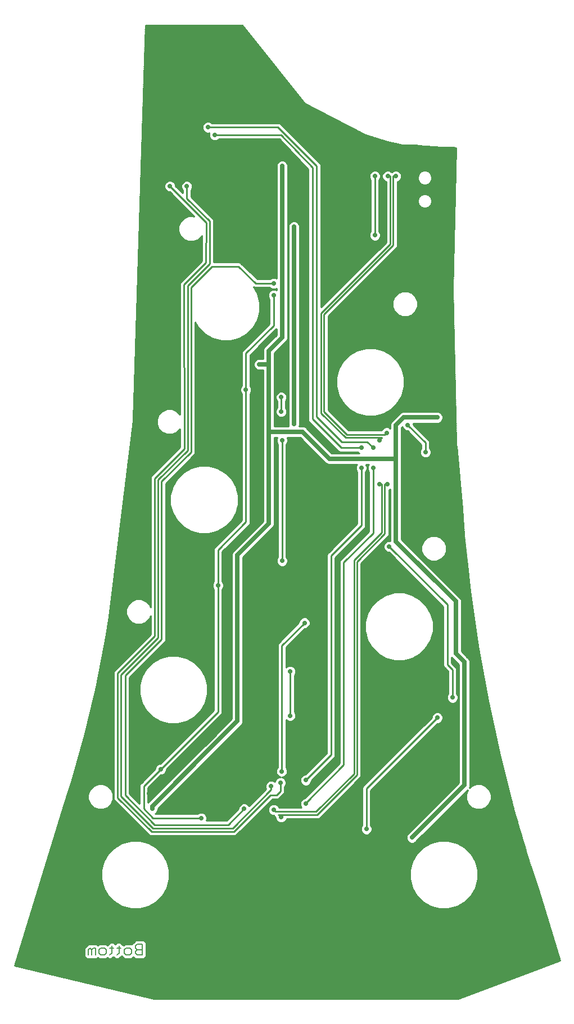
<source format=gbr>
G75*
%MOIN*%
%OFA0B0*%
%FSLAX25Y25*%
%IPPOS*%
%LPD*%
%AMOC8*
5,1,8,0,0,1.08239X$1,22.5*
%
%ADD10C,0.00600*%
%ADD11C,0.01000*%
%ADD12C,0.02781*%
%ADD13C,0.02750*%
%ADD14C,0.01008*%
D10*
X0059084Y0029379D02*
X0059084Y0032581D01*
X0060151Y0033649D01*
X0061219Y0032581D01*
X0061219Y0029379D01*
X0063354Y0029379D02*
X0063354Y0033649D01*
X0062287Y0033649D01*
X0061219Y0032581D01*
X0065529Y0032581D02*
X0066597Y0033649D01*
X0068732Y0033649D01*
X0069800Y0032581D01*
X0069800Y0030446D01*
X0068732Y0029379D01*
X0066597Y0029379D01*
X0065529Y0030446D01*
X0065529Y0032581D01*
X0071962Y0033649D02*
X0074097Y0033649D01*
X0073029Y0034717D02*
X0073029Y0030446D01*
X0071962Y0029379D01*
X0076259Y0029379D02*
X0077326Y0030446D01*
X0077326Y0034717D01*
X0076259Y0033649D02*
X0078394Y0033649D01*
X0080569Y0032581D02*
X0081636Y0033649D01*
X0083772Y0033649D01*
X0084839Y0032581D01*
X0084839Y0030446D01*
X0083772Y0029379D01*
X0081636Y0029379D01*
X0080569Y0030446D01*
X0080569Y0032581D01*
X0087014Y0031514D02*
X0087014Y0030446D01*
X0088082Y0029379D01*
X0091285Y0029379D01*
X0091285Y0035784D01*
X0088082Y0035784D01*
X0087014Y0034717D01*
X0087014Y0033649D01*
X0088082Y0032581D01*
X0091285Y0032581D01*
X0088082Y0032581D02*
X0087014Y0031514D01*
D11*
X0015435Y0023059D02*
X0045250Y0119911D01*
X0049596Y0133351D01*
X0057229Y0160588D01*
X0063782Y0188104D01*
X0069245Y0215858D01*
X0071374Y0229500D01*
X0071462Y0229655D01*
X0071488Y0229869D01*
X0071562Y0230072D01*
X0071548Y0230358D01*
X0085807Y0346370D01*
X0085856Y0346477D01*
X0085867Y0346860D01*
X0085914Y0347240D01*
X0085883Y0347353D01*
X0093057Y0580579D01*
X0150585Y0580579D01*
X0187585Y0534079D01*
X0223585Y0515579D01*
X0236585Y0511579D01*
X0245585Y0509579D01*
X0253394Y0509579D01*
X0254721Y0509316D01*
X0254722Y0509316D01*
X0268747Y0508066D01*
X0275632Y0508189D01*
X0277054Y0508038D01*
X0275193Y0424443D01*
X0275172Y0424389D01*
X0275182Y0423948D01*
X0275173Y0423507D01*
X0275194Y0423453D01*
X0277277Y0332362D01*
X0277250Y0332277D01*
X0277288Y0331868D01*
X0277297Y0331457D01*
X0277334Y0331375D01*
X0280756Y0294342D01*
X0281937Y0277929D01*
X0285479Y0245157D01*
X0290191Y0212533D01*
X0296069Y0180099D01*
X0303103Y0147896D01*
X0311287Y0115965D01*
X0320608Y0084348D01*
X0325820Y0068749D01*
X0338756Y0026230D01*
X0278364Y0003696D01*
X0098045Y0003500D01*
X0015435Y0023059D01*
X0015465Y0023159D02*
X0330526Y0023159D01*
X0327850Y0022161D02*
X0019228Y0022161D01*
X0015773Y0024158D02*
X0333202Y0024158D01*
X0335878Y0025156D02*
X0016080Y0025156D01*
X0016388Y0026155D02*
X0338554Y0026155D01*
X0338475Y0027153D02*
X0092312Y0027153D01*
X0092237Y0027079D02*
X0093585Y0028426D01*
X0093585Y0033534D01*
X0093585Y0034832D01*
X0093585Y0036737D01*
X0092237Y0038084D01*
X0087129Y0038084D01*
X0086336Y0037291D01*
X0086062Y0037017D01*
X0086062Y0037017D01*
X0085508Y0036463D01*
X0084859Y0035814D01*
X0084724Y0035949D01*
X0080684Y0035949D01*
X0080015Y0035280D01*
X0079626Y0035669D01*
X0079626Y0035669D01*
X0078279Y0037017D01*
X0076373Y0037017D01*
X0075306Y0035949D01*
X0075306Y0035949D01*
X0075178Y0035821D01*
X0073982Y0037017D01*
X0072076Y0037017D01*
X0071009Y0035949D01*
X0070347Y0035287D01*
X0069685Y0035949D01*
X0065644Y0035949D01*
X0064976Y0035280D01*
X0064307Y0035949D01*
X0061334Y0035949D01*
X0061219Y0035834D01*
X0061104Y0035949D01*
X0059199Y0035949D01*
X0058131Y0034881D01*
X0056784Y0033534D01*
X0056784Y0028426D01*
X0058131Y0027079D01*
X0060037Y0027079D01*
X0060151Y0027194D01*
X0060266Y0027079D01*
X0062172Y0027079D01*
X0062287Y0027194D01*
X0062401Y0027079D01*
X0064307Y0027079D01*
X0064976Y0027747D01*
X0065644Y0027079D01*
X0069685Y0027079D01*
X0070347Y0027741D01*
X0071009Y0027079D01*
X0072914Y0027079D01*
X0073982Y0028146D01*
X0074110Y0028275D01*
X0075306Y0027079D01*
X0077211Y0027079D01*
X0078279Y0028146D01*
X0078809Y0028677D01*
X0078947Y0028815D01*
X0079062Y0028700D01*
X0079616Y0028146D01*
X0079616Y0028146D01*
X0079890Y0027872D01*
X0080684Y0027079D01*
X0084724Y0027079D01*
X0085792Y0028146D01*
X0085927Y0028281D01*
X0086062Y0028146D01*
X0086313Y0027895D01*
X0087129Y0027079D01*
X0092237Y0027079D01*
X0093310Y0028152D02*
X0338172Y0028152D01*
X0337868Y0029150D02*
X0093585Y0029150D01*
X0093585Y0030149D02*
X0337564Y0030149D01*
X0337260Y0031147D02*
X0093585Y0031147D01*
X0093585Y0032146D02*
X0336956Y0032146D01*
X0336653Y0033144D02*
X0093585Y0033144D01*
X0093585Y0034143D02*
X0336349Y0034143D01*
X0336045Y0035141D02*
X0093585Y0035141D01*
X0093585Y0036140D02*
X0335741Y0036140D01*
X0335438Y0037138D02*
X0093183Y0037138D01*
X0086183Y0037138D02*
X0019769Y0037138D01*
X0019461Y0036140D02*
X0071200Y0036140D01*
X0074859Y0036140D02*
X0075497Y0036140D01*
X0079156Y0036140D02*
X0085185Y0036140D01*
X0085797Y0028152D02*
X0086056Y0028152D01*
X0086062Y0028146D02*
X0086062Y0028146D01*
X0087055Y0027153D02*
X0084799Y0027153D01*
X0080609Y0027153D02*
X0077286Y0027153D01*
X0078279Y0028146D02*
X0078279Y0028146D01*
X0078284Y0028152D02*
X0079611Y0028152D01*
X0075231Y0027153D02*
X0072989Y0027153D01*
X0073982Y0028146D02*
X0073982Y0028146D01*
X0073987Y0028152D02*
X0074233Y0028152D01*
X0070934Y0027153D02*
X0069759Y0027153D01*
X0065570Y0027153D02*
X0064381Y0027153D01*
X0062327Y0027153D02*
X0062246Y0027153D01*
X0060192Y0027153D02*
X0060111Y0027153D01*
X0058057Y0027153D02*
X0016695Y0027153D01*
X0017002Y0028152D02*
X0057058Y0028152D01*
X0056784Y0029150D02*
X0017310Y0029150D01*
X0017617Y0030149D02*
X0056784Y0030149D01*
X0056784Y0031147D02*
X0017924Y0031147D01*
X0018232Y0032146D02*
X0056784Y0032146D01*
X0056784Y0033144D02*
X0018539Y0033144D01*
X0018847Y0034143D02*
X0057392Y0034143D01*
X0058391Y0035141D02*
X0019154Y0035141D01*
X0020076Y0038137D02*
X0335134Y0038137D01*
X0334830Y0039135D02*
X0020384Y0039135D01*
X0020691Y0040134D02*
X0334526Y0040134D01*
X0334222Y0041132D02*
X0020998Y0041132D01*
X0021306Y0042131D02*
X0333919Y0042131D01*
X0333615Y0043129D02*
X0021613Y0043129D01*
X0021920Y0044128D02*
X0333311Y0044128D01*
X0333007Y0045126D02*
X0022228Y0045126D01*
X0022535Y0046125D02*
X0332703Y0046125D01*
X0332400Y0047123D02*
X0022843Y0047123D01*
X0023150Y0048122D02*
X0332096Y0048122D01*
X0331792Y0049120D02*
X0023457Y0049120D01*
X0023765Y0050119D02*
X0331488Y0050119D01*
X0331185Y0051117D02*
X0024072Y0051117D01*
X0024380Y0052116D02*
X0330881Y0052116D01*
X0330577Y0053114D02*
X0024687Y0053114D01*
X0024994Y0054113D02*
X0330273Y0054113D01*
X0329969Y0055111D02*
X0025302Y0055111D01*
X0025609Y0056110D02*
X0329666Y0056110D01*
X0329362Y0057109D02*
X0273521Y0057109D01*
X0272616Y0056866D02*
X0277758Y0058244D01*
X0282368Y0060905D01*
X0286132Y0064669D01*
X0288794Y0069279D01*
X0290171Y0074421D01*
X0290171Y0079744D01*
X0288794Y0084886D01*
X0286132Y0089496D01*
X0282368Y0093260D01*
X0277758Y0095921D01*
X0272616Y0097299D01*
X0267293Y0097299D01*
X0262151Y0095921D01*
X0257541Y0093260D01*
X0253777Y0089496D01*
X0251116Y0084886D01*
X0249738Y0079744D01*
X0249738Y0074421D01*
X0251116Y0069279D01*
X0253777Y0064669D01*
X0257541Y0060905D01*
X0262151Y0058244D01*
X0267293Y0056866D01*
X0272616Y0056866D01*
X0277247Y0058107D02*
X0329058Y0058107D01*
X0328754Y0059106D02*
X0279250Y0059106D01*
X0280980Y0060104D02*
X0328450Y0060104D01*
X0328147Y0061103D02*
X0282565Y0061103D01*
X0283564Y0062101D02*
X0327843Y0062101D01*
X0327539Y0063100D02*
X0284562Y0063100D01*
X0285561Y0064098D02*
X0327235Y0064098D01*
X0326932Y0065097D02*
X0286379Y0065097D01*
X0286955Y0066095D02*
X0326628Y0066095D01*
X0326324Y0067094D02*
X0287532Y0067094D01*
X0288108Y0068092D02*
X0326020Y0068092D01*
X0325706Y0069091D02*
X0288685Y0069091D01*
X0289011Y0070089D02*
X0325373Y0070089D01*
X0325039Y0071088D02*
X0289278Y0071088D01*
X0289546Y0072086D02*
X0324705Y0072086D01*
X0324372Y0073085D02*
X0289813Y0073085D01*
X0290081Y0074083D02*
X0324038Y0074083D01*
X0323704Y0075082D02*
X0290171Y0075082D01*
X0290171Y0076080D02*
X0323371Y0076080D01*
X0323037Y0077079D02*
X0290171Y0077079D01*
X0290171Y0078077D02*
X0322703Y0078077D01*
X0322370Y0079076D02*
X0290171Y0079076D01*
X0290083Y0080074D02*
X0322036Y0080074D01*
X0321702Y0081073D02*
X0289815Y0081073D01*
X0289548Y0082071D02*
X0321369Y0082071D01*
X0321035Y0083070D02*
X0289280Y0083070D01*
X0289013Y0084068D02*
X0320701Y0084068D01*
X0320396Y0085067D02*
X0288689Y0085067D01*
X0288113Y0086065D02*
X0320101Y0086065D01*
X0319807Y0087064D02*
X0287536Y0087064D01*
X0286960Y0088062D02*
X0319513Y0088062D01*
X0319218Y0089061D02*
X0286383Y0089061D01*
X0285568Y0090059D02*
X0318924Y0090059D01*
X0318630Y0091058D02*
X0284570Y0091058D01*
X0283571Y0092056D02*
X0318335Y0092056D01*
X0318041Y0093055D02*
X0282573Y0093055D01*
X0280994Y0094053D02*
X0317746Y0094053D01*
X0317452Y0095052D02*
X0279264Y0095052D01*
X0277277Y0096050D02*
X0317158Y0096050D01*
X0316863Y0097049D02*
X0273550Y0097049D01*
X0266359Y0097049D02*
X0253850Y0097049D01*
X0253959Y0097158D02*
X0253975Y0097196D01*
X0284058Y0127279D01*
X0283045Y0124834D01*
X0283045Y0121851D01*
X0284187Y0119094D01*
X0286297Y0116984D01*
X0289053Y0115843D01*
X0292037Y0115843D01*
X0294794Y0116984D01*
X0296903Y0119094D01*
X0298045Y0121851D01*
X0298045Y0124834D01*
X0296903Y0127591D01*
X0294794Y0129701D01*
X0292037Y0130843D01*
X0289053Y0130843D01*
X0286297Y0129701D01*
X0285075Y0128479D01*
X0285460Y0129407D01*
X0285460Y0202367D01*
X0285475Y0202404D01*
X0285475Y0203753D01*
X0284959Y0204999D01*
X0284005Y0205953D01*
X0283968Y0205969D01*
X0280460Y0209477D01*
X0280460Y0239750D01*
X0279946Y0240991D01*
X0244960Y0275977D01*
X0244960Y0342181D01*
X0245337Y0342558D01*
X0245710Y0341658D01*
X0246664Y0340704D01*
X0247910Y0340188D01*
X0248440Y0340188D01*
X0256585Y0332043D01*
X0256585Y0329874D01*
X0256210Y0329499D01*
X0255694Y0328253D01*
X0255694Y0326904D01*
X0256210Y0325658D01*
X0257164Y0324704D01*
X0258410Y0324188D01*
X0259759Y0324188D01*
X0261005Y0324704D01*
X0261959Y0325658D01*
X0262475Y0326904D01*
X0262475Y0328253D01*
X0261959Y0329499D01*
X0261585Y0329874D01*
X0261585Y0333576D01*
X0261204Y0334495D01*
X0260501Y0335198D01*
X0251975Y0343724D01*
X0251975Y0344253D01*
X0251789Y0344704D01*
X0265373Y0344704D01*
X0265410Y0344688D01*
X0266759Y0344688D01*
X0268005Y0345204D01*
X0268959Y0346158D01*
X0269475Y0347404D01*
X0269475Y0348753D01*
X0268959Y0349999D01*
X0268005Y0350953D01*
X0266759Y0351469D01*
X0265410Y0351469D01*
X0265373Y0351454D01*
X0245413Y0351454D01*
X0244173Y0350940D01*
X0239673Y0346440D01*
X0238723Y0345491D01*
X0238210Y0344250D01*
X0238210Y0341670D01*
X0237966Y0341914D01*
X0236720Y0342430D01*
X0235371Y0342430D01*
X0234125Y0341914D01*
X0233171Y0340960D01*
X0232972Y0340479D01*
X0213493Y0340479D01*
X0201485Y0352487D01*
X0201485Y0408170D01*
X0241401Y0448087D01*
X0242104Y0448790D01*
X0242485Y0449709D01*
X0242485Y0487823D01*
X0243405Y0488204D01*
X0244359Y0489158D01*
X0244875Y0490404D01*
X0244875Y0491753D01*
X0244359Y0492999D01*
X0243405Y0493953D01*
X0242159Y0494469D01*
X0240810Y0494469D01*
X0239564Y0493953D01*
X0239085Y0493474D01*
X0238605Y0493953D01*
X0237359Y0494469D01*
X0236010Y0494469D01*
X0234764Y0493953D01*
X0233810Y0492999D01*
X0233294Y0491753D01*
X0233294Y0490404D01*
X0233810Y0489158D01*
X0234764Y0488204D01*
X0235685Y0487823D01*
X0235685Y0451987D01*
X0197085Y0413387D01*
X0197085Y0497576D01*
X0196704Y0498495D01*
X0173001Y0522198D01*
X0172082Y0522579D01*
X0132380Y0522579D01*
X0132005Y0522953D01*
X0130759Y0523469D01*
X0129410Y0523469D01*
X0128164Y0522953D01*
X0127210Y0521999D01*
X0126694Y0520753D01*
X0126694Y0519404D01*
X0127210Y0518158D01*
X0128164Y0517204D01*
X0129410Y0516688D01*
X0130759Y0516688D01*
X0130898Y0516746D01*
X0130694Y0516253D01*
X0130694Y0514904D01*
X0131210Y0513658D01*
X0132164Y0512704D01*
X0133410Y0512188D01*
X0134759Y0512188D01*
X0136005Y0512704D01*
X0136380Y0513079D01*
X0172510Y0513079D01*
X0189585Y0495082D01*
X0189585Y0346581D01*
X0189965Y0345663D01*
X0206965Y0328663D01*
X0207669Y0327959D01*
X0208587Y0327579D01*
X0218790Y0327579D01*
X0219164Y0327204D01*
X0219769Y0326954D01*
X0203483Y0326954D01*
X0188946Y0341491D01*
X0187996Y0342440D01*
X0186756Y0342954D01*
X0184289Y0342954D01*
X0184475Y0343404D01*
X0184475Y0344753D01*
X0184460Y0344791D01*
X0184460Y0460367D01*
X0184475Y0460404D01*
X0184475Y0461753D01*
X0183959Y0462999D01*
X0183005Y0463953D01*
X0181759Y0464469D01*
X0180410Y0464469D01*
X0179164Y0463953D01*
X0178210Y0462999D01*
X0177694Y0461753D01*
X0177694Y0460404D01*
X0177710Y0460367D01*
X0177710Y0344791D01*
X0177694Y0344753D01*
X0177694Y0343404D01*
X0177881Y0342954D01*
X0169460Y0342954D01*
X0169460Y0386181D01*
X0175996Y0392718D01*
X0175996Y0392718D01*
X0176946Y0393667D01*
X0177460Y0394907D01*
X0177460Y0496367D01*
X0177475Y0496404D01*
X0177475Y0497753D01*
X0176959Y0498999D01*
X0176005Y0499953D01*
X0174759Y0500469D01*
X0173410Y0500469D01*
X0172164Y0499953D01*
X0171210Y0498999D01*
X0170694Y0497753D01*
X0170694Y0496404D01*
X0170710Y0496367D01*
X0170710Y0430576D01*
X0169759Y0430969D01*
X0168410Y0430969D01*
X0167164Y0430453D01*
X0166790Y0430079D01*
X0159585Y0430079D01*
X0149831Y0439368D01*
X0149501Y0439698D01*
X0149472Y0439710D01*
X0149449Y0439732D01*
X0149013Y0439900D01*
X0148582Y0440079D01*
X0148550Y0440079D01*
X0148521Y0440090D01*
X0148054Y0440079D01*
X0133596Y0440079D01*
X0133596Y0464994D01*
X0133215Y0465915D01*
X0132511Y0466619D01*
X0120085Y0479045D01*
X0120085Y0482784D01*
X0120459Y0483158D01*
X0120975Y0484404D01*
X0120975Y0485753D01*
X0120459Y0486999D01*
X0119505Y0487953D01*
X0118259Y0488469D01*
X0116910Y0488469D01*
X0115664Y0487953D01*
X0114710Y0486999D01*
X0114194Y0485753D01*
X0114194Y0484404D01*
X0114710Y0483158D01*
X0115085Y0482784D01*
X0115085Y0481194D01*
X0110975Y0485304D01*
X0110975Y0485828D01*
X0110459Y0487074D01*
X0109505Y0488028D01*
X0108259Y0488544D01*
X0106910Y0488544D01*
X0105664Y0488028D01*
X0104710Y0487074D01*
X0104194Y0485828D01*
X0104194Y0484479D01*
X0104710Y0483233D01*
X0105664Y0482279D01*
X0106910Y0481763D01*
X0107434Y0481763D01*
X0121910Y0467286D01*
X0121604Y0467413D01*
X0118620Y0467413D01*
X0115864Y0466272D01*
X0113754Y0464162D01*
X0112612Y0461405D01*
X0112612Y0458422D01*
X0113754Y0455665D01*
X0115864Y0453555D01*
X0118620Y0452413D01*
X0121604Y0452413D01*
X0124361Y0453555D01*
X0126470Y0455665D01*
X0126543Y0455840D01*
X0126486Y0440947D01*
X0114567Y0429028D01*
X0114566Y0429027D01*
X0114211Y0428671D01*
X0113863Y0428324D01*
X0113863Y0428323D01*
X0113862Y0428322D01*
X0113671Y0427859D01*
X0113482Y0427404D01*
X0113482Y0427403D01*
X0113482Y0427401D01*
X0113482Y0426898D01*
X0113482Y0426408D01*
X0113483Y0426407D01*
X0113554Y0349873D01*
X0111507Y0351919D01*
X0108751Y0353061D01*
X0105767Y0353061D01*
X0103010Y0351919D01*
X0100901Y0349809D01*
X0099759Y0347053D01*
X0099759Y0344069D01*
X0100901Y0341313D01*
X0103010Y0339203D01*
X0105767Y0338061D01*
X0108751Y0338061D01*
X0111507Y0339203D01*
X0113562Y0341257D01*
X0113572Y0330532D01*
X0097158Y0314119D01*
X0096454Y0313415D01*
X0096073Y0312494D01*
X0096073Y0235591D01*
X0095380Y0237264D01*
X0093270Y0239374D01*
X0090513Y0240516D01*
X0087530Y0240516D01*
X0084773Y0239374D01*
X0082663Y0237264D01*
X0081522Y0234508D01*
X0081522Y0231524D01*
X0082663Y0228767D01*
X0084773Y0226658D01*
X0087530Y0225516D01*
X0090513Y0225516D01*
X0093270Y0226658D01*
X0095380Y0228767D01*
X0096073Y0230440D01*
X0096073Y0219533D01*
X0075158Y0198619D01*
X0074454Y0197915D01*
X0074073Y0196994D01*
X0074073Y0122163D01*
X0074454Y0121243D01*
X0094544Y0101152D01*
X0095249Y0100448D01*
X0096169Y0100067D01*
X0146000Y0100067D01*
X0146920Y0100448D01*
X0168334Y0121862D01*
X0171370Y0121862D01*
X0172290Y0122243D01*
X0174503Y0124456D01*
X0175207Y0125160D01*
X0175589Y0126081D01*
X0175589Y0129288D01*
X0175959Y0129658D01*
X0176475Y0130904D01*
X0176475Y0132253D01*
X0175959Y0133499D01*
X0175005Y0134453D01*
X0173834Y0134938D01*
X0174509Y0134938D01*
X0175755Y0135454D01*
X0176709Y0136408D01*
X0177225Y0137654D01*
X0177225Y0139003D01*
X0176709Y0140249D01*
X0176335Y0140624D01*
X0176335Y0169034D01*
X0176914Y0168454D01*
X0178160Y0167938D01*
X0179509Y0167938D01*
X0180755Y0168454D01*
X0181709Y0169408D01*
X0182225Y0170654D01*
X0182225Y0172003D01*
X0181709Y0173249D01*
X0181335Y0173624D01*
X0181335Y0195284D01*
X0181709Y0195658D01*
X0182225Y0196904D01*
X0182225Y0198253D01*
X0181709Y0199499D01*
X0180755Y0200453D01*
X0179509Y0200969D01*
X0178160Y0200969D01*
X0176914Y0200453D01*
X0176335Y0199874D01*
X0176335Y0211793D01*
X0187480Y0222938D01*
X0188009Y0222938D01*
X0189255Y0223454D01*
X0190209Y0224408D01*
X0190725Y0225654D01*
X0190725Y0227003D01*
X0190209Y0228249D01*
X0189255Y0229203D01*
X0188009Y0229719D01*
X0186660Y0229719D01*
X0185414Y0229203D01*
X0184460Y0228249D01*
X0183944Y0227003D01*
X0183944Y0226474D01*
X0171715Y0214245D01*
X0171335Y0213326D01*
X0171335Y0140624D01*
X0170960Y0140249D01*
X0170444Y0139003D01*
X0170444Y0137654D01*
X0170960Y0136408D01*
X0171914Y0135454D01*
X0173085Y0134969D01*
X0172410Y0134969D01*
X0171164Y0134453D01*
X0170210Y0133499D01*
X0169697Y0132261D01*
X0169505Y0132453D01*
X0168259Y0132969D01*
X0166910Y0132969D01*
X0165664Y0132453D01*
X0164710Y0131499D01*
X0164194Y0130253D01*
X0164194Y0128904D01*
X0164560Y0128021D01*
X0154482Y0117943D01*
X0154459Y0117999D01*
X0153505Y0118953D01*
X0152259Y0119469D01*
X0150910Y0119469D01*
X0149664Y0118953D01*
X0148710Y0117999D01*
X0148194Y0116753D01*
X0148194Y0116224D01*
X0141049Y0109079D01*
X0129133Y0109079D01*
X0129475Y0109904D01*
X0129475Y0111253D01*
X0128959Y0112499D01*
X0128005Y0113453D01*
X0126759Y0113969D01*
X0125410Y0113969D01*
X0124164Y0113453D01*
X0123790Y0113079D01*
X0098702Y0113079D01*
X0099005Y0113204D01*
X0099959Y0114158D01*
X0100475Y0115404D01*
X0100475Y0116196D01*
X0137468Y0153189D01*
X0137505Y0153204D01*
X0138459Y0154158D01*
X0138475Y0154196D01*
X0149496Y0165218D01*
X0149496Y0165218D01*
X0150446Y0166167D01*
X0150960Y0167407D01*
X0150960Y0265181D01*
X0168946Y0283167D01*
X0169460Y0284407D01*
X0169460Y0336204D01*
X0171088Y0336204D01*
X0170694Y0335253D01*
X0170694Y0333904D01*
X0171210Y0332658D01*
X0171585Y0332284D01*
X0171585Y0265374D01*
X0171210Y0264999D01*
X0170694Y0263753D01*
X0170694Y0262404D01*
X0171210Y0261158D01*
X0172164Y0260204D01*
X0173410Y0259688D01*
X0174759Y0259688D01*
X0176005Y0260204D01*
X0176959Y0261158D01*
X0177475Y0262404D01*
X0177475Y0263753D01*
X0176959Y0264999D01*
X0176585Y0265374D01*
X0176585Y0332284D01*
X0176959Y0332658D01*
X0177475Y0333904D01*
X0177475Y0335253D01*
X0177081Y0336204D01*
X0184687Y0336204D01*
X0199223Y0321667D01*
X0200173Y0320718D01*
X0201413Y0320204D01*
X0218415Y0320204D01*
X0218210Y0319999D01*
X0217694Y0318753D01*
X0217694Y0317404D01*
X0218210Y0316158D01*
X0218585Y0315784D01*
X0218585Y0285114D01*
X0201669Y0268198D01*
X0200965Y0267495D01*
X0200585Y0266576D01*
X0200585Y0149114D01*
X0187940Y0136469D01*
X0187410Y0136469D01*
X0186164Y0135953D01*
X0185210Y0134999D01*
X0184694Y0133753D01*
X0184694Y0132404D01*
X0185210Y0131158D01*
X0186164Y0130204D01*
X0187410Y0129688D01*
X0188759Y0129688D01*
X0190005Y0130204D01*
X0190959Y0131158D01*
X0191475Y0132404D01*
X0191475Y0132934D01*
X0204501Y0145959D01*
X0205204Y0146663D01*
X0205585Y0147581D01*
X0205585Y0265043D01*
X0223204Y0282663D01*
X0223585Y0283581D01*
X0223585Y0315784D01*
X0223959Y0316158D01*
X0224475Y0317404D01*
X0224475Y0318753D01*
X0223959Y0319999D01*
X0223755Y0320204D01*
X0225415Y0320204D01*
X0225210Y0319999D01*
X0224694Y0318753D01*
X0224694Y0317404D01*
X0225210Y0316158D01*
X0225585Y0315784D01*
X0225585Y0280614D01*
X0209169Y0264198D01*
X0208465Y0263495D01*
X0208085Y0262576D01*
X0208085Y0143114D01*
X0187440Y0122469D01*
X0187410Y0122469D01*
X0186164Y0121953D01*
X0185210Y0120999D01*
X0184694Y0119753D01*
X0184694Y0118404D01*
X0185210Y0117158D01*
X0185390Y0116979D01*
X0172198Y0116979D01*
X0171998Y0117460D01*
X0171045Y0118414D01*
X0169798Y0118930D01*
X0168450Y0118930D01*
X0167203Y0118414D01*
X0166250Y0117460D01*
X0165733Y0116214D01*
X0165733Y0114865D01*
X0166250Y0113619D01*
X0167203Y0112665D01*
X0168450Y0112149D01*
X0169277Y0112149D01*
X0169544Y0112038D01*
X0169865Y0111263D01*
X0170094Y0111034D01*
X0170094Y0110504D01*
X0170610Y0109258D01*
X0171564Y0108304D01*
X0172810Y0107788D01*
X0174159Y0107788D01*
X0175405Y0108304D01*
X0176359Y0109258D01*
X0176740Y0110179D01*
X0195455Y0110179D01*
X0196374Y0110559D01*
X0219901Y0134087D01*
X0220604Y0134790D01*
X0220985Y0135709D01*
X0220985Y0261670D01*
X0236401Y0277087D01*
X0237104Y0277790D01*
X0237485Y0278709D01*
X0237485Y0305323D01*
X0238210Y0305623D01*
X0238210Y0274969D01*
X0236910Y0274969D01*
X0235664Y0274453D01*
X0234710Y0273499D01*
X0234194Y0272253D01*
X0234194Y0270904D01*
X0234710Y0269658D01*
X0235664Y0268704D01*
X0236910Y0268188D01*
X0237440Y0268188D01*
X0269585Y0236043D01*
X0269585Y0201081D01*
X0269965Y0200163D01*
X0270669Y0199459D01*
X0272585Y0197543D01*
X0272585Y0184374D01*
X0272210Y0183999D01*
X0271694Y0182753D01*
X0271694Y0181404D01*
X0272210Y0180158D01*
X0273164Y0179204D01*
X0274410Y0178688D01*
X0275759Y0178688D01*
X0277005Y0179204D01*
X0277959Y0180158D01*
X0278475Y0181404D01*
X0278475Y0182753D01*
X0277959Y0183999D01*
X0277585Y0184374D01*
X0277585Y0199076D01*
X0277204Y0199995D01*
X0274585Y0202614D01*
X0274585Y0205806D01*
X0275173Y0205218D01*
X0278710Y0201681D01*
X0278710Y0131477D01*
X0249202Y0101969D01*
X0249164Y0101953D01*
X0248210Y0100999D01*
X0247694Y0099753D01*
X0247694Y0098404D01*
X0248210Y0097158D01*
X0249164Y0096204D01*
X0250410Y0095688D01*
X0251759Y0095688D01*
X0253005Y0096204D01*
X0253959Y0097158D01*
X0254826Y0098047D02*
X0316569Y0098047D01*
X0316275Y0099046D02*
X0255825Y0099046D01*
X0256823Y0100045D02*
X0315980Y0100045D01*
X0315686Y0101043D02*
X0257822Y0101043D01*
X0258820Y0102042D02*
X0315391Y0102042D01*
X0315097Y0103040D02*
X0259819Y0103040D01*
X0260817Y0104039D02*
X0314803Y0104039D01*
X0314508Y0105037D02*
X0261816Y0105037D01*
X0262814Y0106036D02*
X0314214Y0106036D01*
X0313920Y0107034D02*
X0263813Y0107034D01*
X0264811Y0108033D02*
X0313625Y0108033D01*
X0313331Y0109031D02*
X0265810Y0109031D01*
X0266808Y0110030D02*
X0313036Y0110030D01*
X0312742Y0111028D02*
X0267807Y0111028D01*
X0268805Y0112027D02*
X0312448Y0112027D01*
X0312153Y0113025D02*
X0269804Y0113025D01*
X0270803Y0114024D02*
X0311859Y0114024D01*
X0311565Y0115022D02*
X0271801Y0115022D01*
X0272800Y0116021D02*
X0288623Y0116021D01*
X0286262Y0117019D02*
X0273798Y0117019D01*
X0274797Y0118018D02*
X0285263Y0118018D01*
X0284265Y0119016D02*
X0275795Y0119016D01*
X0276794Y0120015D02*
X0283806Y0120015D01*
X0283392Y0121013D02*
X0277792Y0121013D01*
X0278791Y0122012D02*
X0283045Y0122012D01*
X0283045Y0123010D02*
X0279789Y0123010D01*
X0280788Y0124009D02*
X0283045Y0124009D01*
X0283117Y0125007D02*
X0281786Y0125007D01*
X0282785Y0126006D02*
X0283530Y0126006D01*
X0283783Y0127004D02*
X0283944Y0127004D01*
X0285291Y0129001D02*
X0285598Y0129001D01*
X0285460Y0130000D02*
X0287019Y0130000D01*
X0285460Y0130998D02*
X0307434Y0130998D01*
X0307690Y0130000D02*
X0294071Y0130000D01*
X0295493Y0129001D02*
X0307946Y0129001D01*
X0308202Y0128003D02*
X0296492Y0128003D01*
X0297146Y0127004D02*
X0308457Y0127004D01*
X0308713Y0126006D02*
X0297560Y0126006D01*
X0297974Y0125007D02*
X0308969Y0125007D01*
X0309225Y0124009D02*
X0298045Y0124009D01*
X0298045Y0123010D02*
X0309481Y0123010D01*
X0309737Y0122012D02*
X0298045Y0122012D01*
X0297698Y0121013D02*
X0309993Y0121013D01*
X0310249Y0120015D02*
X0297285Y0120015D01*
X0296826Y0119016D02*
X0310505Y0119016D01*
X0310761Y0118018D02*
X0295827Y0118018D01*
X0294829Y0117019D02*
X0311016Y0117019D01*
X0311272Y0116021D02*
X0292467Y0116021D01*
X0285460Y0131997D02*
X0307178Y0131997D01*
X0306922Y0132995D02*
X0285460Y0132995D01*
X0285460Y0133994D02*
X0306666Y0133994D01*
X0306410Y0134992D02*
X0285460Y0134992D01*
X0285460Y0135991D02*
X0306154Y0135991D01*
X0305898Y0136989D02*
X0285460Y0136989D01*
X0285460Y0137988D02*
X0305643Y0137988D01*
X0305387Y0138986D02*
X0285460Y0138986D01*
X0285460Y0139985D02*
X0305131Y0139985D01*
X0304875Y0140983D02*
X0285460Y0140983D01*
X0285460Y0141982D02*
X0304619Y0141982D01*
X0304363Y0142980D02*
X0285460Y0142980D01*
X0285460Y0143979D02*
X0304107Y0143979D01*
X0303851Y0144978D02*
X0285460Y0144978D01*
X0285460Y0145976D02*
X0303595Y0145976D01*
X0303339Y0146975D02*
X0285460Y0146975D01*
X0285460Y0147973D02*
X0303086Y0147973D01*
X0302868Y0148972D02*
X0285460Y0148972D01*
X0285460Y0149970D02*
X0302650Y0149970D01*
X0302432Y0150969D02*
X0285460Y0150969D01*
X0285460Y0151967D02*
X0302214Y0151967D01*
X0301996Y0152966D02*
X0285460Y0152966D01*
X0285460Y0153964D02*
X0301778Y0153964D01*
X0301560Y0154963D02*
X0285460Y0154963D01*
X0285460Y0155961D02*
X0301341Y0155961D01*
X0301123Y0156960D02*
X0285460Y0156960D01*
X0285460Y0157958D02*
X0300905Y0157958D01*
X0300687Y0158957D02*
X0285460Y0158957D01*
X0285460Y0159955D02*
X0300469Y0159955D01*
X0300251Y0160954D02*
X0285460Y0160954D01*
X0285460Y0161952D02*
X0300033Y0161952D01*
X0299815Y0162951D02*
X0285460Y0162951D01*
X0285460Y0163949D02*
X0299596Y0163949D01*
X0299378Y0164948D02*
X0285460Y0164948D01*
X0285460Y0165946D02*
X0299160Y0165946D01*
X0298942Y0166945D02*
X0285460Y0166945D01*
X0285460Y0167943D02*
X0298724Y0167943D01*
X0298506Y0168942D02*
X0285460Y0168942D01*
X0285460Y0169940D02*
X0298288Y0169940D01*
X0298070Y0170939D02*
X0285460Y0170939D01*
X0285460Y0171937D02*
X0297851Y0171937D01*
X0297633Y0172936D02*
X0285460Y0172936D01*
X0285460Y0173934D02*
X0297415Y0173934D01*
X0297197Y0174933D02*
X0285460Y0174933D01*
X0285460Y0175931D02*
X0296979Y0175931D01*
X0296761Y0176930D02*
X0285460Y0176930D01*
X0285460Y0177928D02*
X0296543Y0177928D01*
X0296325Y0178927D02*
X0285460Y0178927D01*
X0285460Y0179925D02*
X0296106Y0179925D01*
X0295919Y0180924D02*
X0285460Y0180924D01*
X0285460Y0181922D02*
X0295738Y0181922D01*
X0295557Y0182921D02*
X0285460Y0182921D01*
X0285460Y0183919D02*
X0295376Y0183919D01*
X0295195Y0184918D02*
X0285460Y0184918D01*
X0285460Y0185916D02*
X0295014Y0185916D01*
X0294833Y0186915D02*
X0285460Y0186915D01*
X0285460Y0187913D02*
X0294652Y0187913D01*
X0294471Y0188912D02*
X0285460Y0188912D01*
X0285460Y0189911D02*
X0294291Y0189911D01*
X0294110Y0190909D02*
X0285460Y0190909D01*
X0285460Y0191908D02*
X0293929Y0191908D01*
X0293748Y0192906D02*
X0285460Y0192906D01*
X0285460Y0193905D02*
X0293567Y0193905D01*
X0293386Y0194903D02*
X0285460Y0194903D01*
X0285460Y0195902D02*
X0293205Y0195902D01*
X0293024Y0196900D02*
X0285460Y0196900D01*
X0285460Y0197899D02*
X0292843Y0197899D01*
X0292662Y0198897D02*
X0285460Y0198897D01*
X0285460Y0199896D02*
X0292481Y0199896D01*
X0292300Y0200894D02*
X0285460Y0200894D01*
X0285460Y0201893D02*
X0292119Y0201893D01*
X0291938Y0202891D02*
X0285475Y0202891D01*
X0285419Y0203890D02*
X0291757Y0203890D01*
X0291576Y0204888D02*
X0285005Y0204888D01*
X0284072Y0205887D02*
X0291395Y0205887D01*
X0291215Y0206885D02*
X0283051Y0206885D01*
X0282053Y0207884D02*
X0291034Y0207884D01*
X0290853Y0208882D02*
X0281054Y0208882D01*
X0280460Y0209881D02*
X0290672Y0209881D01*
X0290491Y0210879D02*
X0280460Y0210879D01*
X0280460Y0211878D02*
X0290310Y0211878D01*
X0290141Y0212876D02*
X0280460Y0212876D01*
X0280460Y0213875D02*
X0289997Y0213875D01*
X0289853Y0214873D02*
X0280460Y0214873D01*
X0280460Y0215872D02*
X0289709Y0215872D01*
X0289565Y0216870D02*
X0280460Y0216870D01*
X0280460Y0217869D02*
X0289420Y0217869D01*
X0289276Y0218867D02*
X0280460Y0218867D01*
X0280460Y0219866D02*
X0289132Y0219866D01*
X0288988Y0220864D02*
X0280460Y0220864D01*
X0280460Y0221863D02*
X0288843Y0221863D01*
X0288699Y0222861D02*
X0280460Y0222861D01*
X0280460Y0223860D02*
X0288555Y0223860D01*
X0288411Y0224858D02*
X0280460Y0224858D01*
X0280460Y0225857D02*
X0288266Y0225857D01*
X0288122Y0226855D02*
X0280460Y0226855D01*
X0280460Y0227854D02*
X0287978Y0227854D01*
X0287834Y0228852D02*
X0280460Y0228852D01*
X0280460Y0229851D02*
X0287689Y0229851D01*
X0287545Y0230849D02*
X0280460Y0230849D01*
X0280460Y0231848D02*
X0287401Y0231848D01*
X0287257Y0232847D02*
X0280460Y0232847D01*
X0280460Y0233845D02*
X0287113Y0233845D01*
X0286968Y0234844D02*
X0280460Y0234844D01*
X0280460Y0235842D02*
X0286824Y0235842D01*
X0286680Y0236841D02*
X0280460Y0236841D01*
X0280460Y0237839D02*
X0286536Y0237839D01*
X0286391Y0238838D02*
X0280460Y0238838D01*
X0280424Y0239836D02*
X0286247Y0239836D01*
X0286103Y0240835D02*
X0280010Y0240835D01*
X0279103Y0241833D02*
X0285959Y0241833D01*
X0285814Y0242832D02*
X0278105Y0242832D01*
X0277106Y0243830D02*
X0285670Y0243830D01*
X0285526Y0244829D02*
X0276108Y0244829D01*
X0275109Y0245827D02*
X0285406Y0245827D01*
X0285298Y0246826D02*
X0274111Y0246826D01*
X0273112Y0247824D02*
X0285190Y0247824D01*
X0285082Y0248823D02*
X0272114Y0248823D01*
X0271115Y0249821D02*
X0284974Y0249821D01*
X0284867Y0250820D02*
X0270117Y0250820D01*
X0269118Y0251818D02*
X0284759Y0251818D01*
X0284651Y0252817D02*
X0268120Y0252817D01*
X0267121Y0253815D02*
X0284543Y0253815D01*
X0284435Y0254814D02*
X0266123Y0254814D01*
X0265124Y0255812D02*
X0284327Y0255812D01*
X0284219Y0256811D02*
X0264126Y0256811D01*
X0263127Y0257809D02*
X0284111Y0257809D01*
X0284003Y0258808D02*
X0262129Y0258808D01*
X0261130Y0259806D02*
X0283895Y0259806D01*
X0283788Y0260805D02*
X0260132Y0260805D01*
X0259133Y0261803D02*
X0283680Y0261803D01*
X0283572Y0262802D02*
X0258134Y0262802D01*
X0257136Y0263800D02*
X0260445Y0263800D01*
X0259801Y0264067D02*
X0262557Y0262925D01*
X0265541Y0262925D01*
X0268298Y0264067D01*
X0270407Y0266177D01*
X0271549Y0268933D01*
X0271549Y0271917D01*
X0270407Y0274674D01*
X0268298Y0276783D01*
X0265541Y0277925D01*
X0262557Y0277925D01*
X0259801Y0276783D01*
X0257691Y0274674D01*
X0256549Y0271917D01*
X0256549Y0268933D01*
X0257691Y0266177D01*
X0259801Y0264067D01*
X0259069Y0264799D02*
X0256137Y0264799D01*
X0255139Y0265797D02*
X0258070Y0265797D01*
X0257435Y0266796D02*
X0254140Y0266796D01*
X0253142Y0267794D02*
X0257021Y0267794D01*
X0256607Y0268793D02*
X0252143Y0268793D01*
X0251145Y0269791D02*
X0256549Y0269791D01*
X0256549Y0270790D02*
X0250146Y0270790D01*
X0249148Y0271788D02*
X0256549Y0271788D01*
X0256910Y0272787D02*
X0248149Y0272787D01*
X0247151Y0273785D02*
X0257323Y0273785D01*
X0257801Y0274784D02*
X0246152Y0274784D01*
X0245154Y0275782D02*
X0258800Y0275782D01*
X0259798Y0276781D02*
X0244960Y0276781D01*
X0244960Y0277780D02*
X0262206Y0277780D01*
X0265893Y0277780D02*
X0281953Y0277780D01*
X0281876Y0278778D02*
X0244960Y0278778D01*
X0244960Y0279777D02*
X0281804Y0279777D01*
X0281732Y0280775D02*
X0244960Y0280775D01*
X0244960Y0281774D02*
X0281660Y0281774D01*
X0281588Y0282772D02*
X0244960Y0282772D01*
X0244960Y0283771D02*
X0281517Y0283771D01*
X0281445Y0284769D02*
X0244960Y0284769D01*
X0244960Y0285768D02*
X0281373Y0285768D01*
X0281301Y0286766D02*
X0244960Y0286766D01*
X0244960Y0287765D02*
X0281229Y0287765D01*
X0281157Y0288763D02*
X0244960Y0288763D01*
X0244960Y0289762D02*
X0281085Y0289762D01*
X0281014Y0290760D02*
X0244960Y0290760D01*
X0244960Y0291759D02*
X0280942Y0291759D01*
X0280870Y0292757D02*
X0244960Y0292757D01*
X0244960Y0293756D02*
X0280798Y0293756D01*
X0280718Y0294754D02*
X0244960Y0294754D01*
X0244960Y0295753D02*
X0280625Y0295753D01*
X0280533Y0296751D02*
X0244960Y0296751D01*
X0244960Y0297750D02*
X0280441Y0297750D01*
X0280349Y0298748D02*
X0244960Y0298748D01*
X0244960Y0299747D02*
X0280256Y0299747D01*
X0280164Y0300745D02*
X0244960Y0300745D01*
X0244960Y0301744D02*
X0280072Y0301744D01*
X0279980Y0302742D02*
X0244960Y0302742D01*
X0244960Y0303741D02*
X0279887Y0303741D01*
X0279795Y0304739D02*
X0244960Y0304739D01*
X0244960Y0305738D02*
X0279703Y0305738D01*
X0279610Y0306736D02*
X0244960Y0306736D01*
X0244960Y0307735D02*
X0279518Y0307735D01*
X0279426Y0308733D02*
X0244960Y0308733D01*
X0244960Y0309732D02*
X0279334Y0309732D01*
X0279241Y0310730D02*
X0244960Y0310730D01*
X0244960Y0311729D02*
X0279149Y0311729D01*
X0279057Y0312727D02*
X0244960Y0312727D01*
X0244960Y0313726D02*
X0278965Y0313726D01*
X0278872Y0314724D02*
X0244960Y0314724D01*
X0244960Y0315723D02*
X0278780Y0315723D01*
X0278688Y0316721D02*
X0244960Y0316721D01*
X0244960Y0317720D02*
X0278595Y0317720D01*
X0278503Y0318718D02*
X0244960Y0318718D01*
X0244960Y0319717D02*
X0278411Y0319717D01*
X0278319Y0320716D02*
X0244960Y0320716D01*
X0244960Y0321714D02*
X0278226Y0321714D01*
X0278134Y0322713D02*
X0244960Y0322713D01*
X0244960Y0323711D02*
X0278042Y0323711D01*
X0277950Y0324710D02*
X0261010Y0324710D01*
X0261980Y0325708D02*
X0277857Y0325708D01*
X0277765Y0326707D02*
X0262393Y0326707D01*
X0262475Y0327705D02*
X0277673Y0327705D01*
X0277580Y0328704D02*
X0262289Y0328704D01*
X0261756Y0329702D02*
X0277488Y0329702D01*
X0277396Y0330701D02*
X0261585Y0330701D01*
X0261585Y0331699D02*
X0277292Y0331699D01*
X0277269Y0332698D02*
X0261585Y0332698D01*
X0261535Y0333696D02*
X0277246Y0333696D01*
X0277223Y0334695D02*
X0261004Y0334695D01*
X0260006Y0335693D02*
X0277201Y0335693D01*
X0277178Y0336692D02*
X0259007Y0336692D01*
X0258009Y0337690D02*
X0277155Y0337690D01*
X0277132Y0338689D02*
X0257010Y0338689D01*
X0256012Y0339687D02*
X0277109Y0339687D01*
X0277086Y0340686D02*
X0255013Y0340686D01*
X0254015Y0341684D02*
X0277064Y0341684D01*
X0277041Y0342683D02*
X0253016Y0342683D01*
X0252018Y0343681D02*
X0277018Y0343681D01*
X0276995Y0344680D02*
X0251798Y0344680D01*
X0248585Y0343579D02*
X0259085Y0333079D01*
X0259085Y0327579D01*
X0255694Y0327705D02*
X0244960Y0327705D01*
X0244960Y0326707D02*
X0255776Y0326707D01*
X0256190Y0325708D02*
X0244960Y0325708D01*
X0244960Y0324710D02*
X0257159Y0324710D01*
X0255881Y0328704D02*
X0244960Y0328704D01*
X0244960Y0329702D02*
X0256413Y0329702D01*
X0256585Y0330701D02*
X0244960Y0330701D01*
X0244960Y0331699D02*
X0256585Y0331699D01*
X0255930Y0332698D02*
X0244960Y0332698D01*
X0244960Y0333696D02*
X0254932Y0333696D01*
X0253933Y0334695D02*
X0244960Y0334695D01*
X0244960Y0335693D02*
X0252935Y0335693D01*
X0251936Y0336692D02*
X0244960Y0336692D01*
X0244960Y0337690D02*
X0250938Y0337690D01*
X0249939Y0338689D02*
X0244960Y0338689D01*
X0244960Y0339687D02*
X0248941Y0339687D01*
X0246709Y0340686D02*
X0244960Y0340686D01*
X0244960Y0341684D02*
X0245699Y0341684D01*
X0239910Y0346677D02*
X0207295Y0346677D01*
X0206296Y0347675D02*
X0240908Y0347675D01*
X0241907Y0348674D02*
X0205298Y0348674D01*
X0204299Y0349672D02*
X0220828Y0349672D01*
X0218533Y0350287D02*
X0223675Y0348909D01*
X0228998Y0348909D01*
X0234140Y0350287D01*
X0238750Y0352949D01*
X0242514Y0356713D01*
X0245175Y0361323D01*
X0246553Y0366464D01*
X0246553Y0371788D01*
X0245175Y0376929D01*
X0242514Y0381539D01*
X0238750Y0385303D01*
X0234140Y0387965D01*
X0228998Y0389343D01*
X0223675Y0389343D01*
X0218533Y0387965D01*
X0213923Y0385303D01*
X0210159Y0381539D01*
X0207498Y0376929D01*
X0206120Y0371788D01*
X0206120Y0366464D01*
X0207498Y0361323D01*
X0210159Y0356713D01*
X0213923Y0352949D01*
X0218533Y0350287D01*
X0217869Y0350671D02*
X0203301Y0350671D01*
X0202302Y0351669D02*
X0216139Y0351669D01*
X0214410Y0352668D02*
X0201485Y0352668D01*
X0201485Y0353666D02*
X0213206Y0353666D01*
X0212207Y0354665D02*
X0201485Y0354665D01*
X0201485Y0355663D02*
X0211209Y0355663D01*
X0210210Y0356662D02*
X0201485Y0356662D01*
X0201485Y0357660D02*
X0209612Y0357660D01*
X0209036Y0358659D02*
X0201485Y0358659D01*
X0201485Y0359657D02*
X0208459Y0359657D01*
X0207883Y0360656D02*
X0201485Y0360656D01*
X0201485Y0361654D02*
X0207409Y0361654D01*
X0207141Y0362653D02*
X0201485Y0362653D01*
X0201485Y0363651D02*
X0206874Y0363651D01*
X0206606Y0364650D02*
X0201485Y0364650D01*
X0201485Y0365649D02*
X0206339Y0365649D01*
X0206120Y0366647D02*
X0201485Y0366647D01*
X0201485Y0367646D02*
X0206120Y0367646D01*
X0206120Y0368644D02*
X0201485Y0368644D01*
X0201485Y0369643D02*
X0206120Y0369643D01*
X0206120Y0370641D02*
X0201485Y0370641D01*
X0201485Y0371640D02*
X0206120Y0371640D01*
X0206348Y0372638D02*
X0201485Y0372638D01*
X0201485Y0373637D02*
X0206616Y0373637D01*
X0206883Y0374635D02*
X0201485Y0374635D01*
X0201485Y0375634D02*
X0207151Y0375634D01*
X0207418Y0376632D02*
X0201485Y0376632D01*
X0201485Y0377631D02*
X0207903Y0377631D01*
X0208479Y0378629D02*
X0201485Y0378629D01*
X0201485Y0379628D02*
X0209056Y0379628D01*
X0209632Y0380626D02*
X0201485Y0380626D01*
X0201485Y0381625D02*
X0210245Y0381625D01*
X0211243Y0382623D02*
X0201485Y0382623D01*
X0201485Y0383622D02*
X0212242Y0383622D01*
X0213240Y0384620D02*
X0201485Y0384620D01*
X0201485Y0385619D02*
X0214470Y0385619D01*
X0216199Y0386617D02*
X0201485Y0386617D01*
X0201485Y0387616D02*
X0217929Y0387616D01*
X0220957Y0388614D02*
X0201485Y0388614D01*
X0201485Y0389613D02*
X0275968Y0389613D01*
X0275945Y0390611D02*
X0201485Y0390611D01*
X0201485Y0391610D02*
X0275922Y0391610D01*
X0275899Y0392608D02*
X0201485Y0392608D01*
X0201485Y0393607D02*
X0275876Y0393607D01*
X0275853Y0394605D02*
X0201485Y0394605D01*
X0201485Y0395604D02*
X0275831Y0395604D01*
X0275808Y0396602D02*
X0201485Y0396602D01*
X0201485Y0397601D02*
X0275785Y0397601D01*
X0275762Y0398599D02*
X0201485Y0398599D01*
X0201485Y0399598D02*
X0275739Y0399598D01*
X0275716Y0400596D02*
X0201485Y0400596D01*
X0201485Y0401595D02*
X0275694Y0401595D01*
X0275671Y0402593D02*
X0201485Y0402593D01*
X0201485Y0403592D02*
X0275648Y0403592D01*
X0275625Y0404590D02*
X0201485Y0404590D01*
X0201485Y0405589D02*
X0275602Y0405589D01*
X0275579Y0406587D02*
X0201485Y0406587D01*
X0201485Y0407586D02*
X0275557Y0407586D01*
X0275534Y0408584D02*
X0250106Y0408584D01*
X0251176Y0409028D02*
X0253285Y0411137D01*
X0254427Y0413894D01*
X0254427Y0416878D01*
X0253285Y0419634D01*
X0251176Y0421744D01*
X0248419Y0422886D01*
X0245435Y0422886D01*
X0242679Y0421744D01*
X0240569Y0419634D01*
X0239427Y0416878D01*
X0239427Y0413894D01*
X0240569Y0411137D01*
X0242679Y0409028D01*
X0245435Y0407886D01*
X0248419Y0407886D01*
X0251176Y0409028D01*
X0251731Y0409583D02*
X0275511Y0409583D01*
X0275488Y0410582D02*
X0252729Y0410582D01*
X0253469Y0411580D02*
X0275465Y0411580D01*
X0275442Y0412579D02*
X0253882Y0412579D01*
X0254296Y0413577D02*
X0275420Y0413577D01*
X0275397Y0414576D02*
X0254427Y0414576D01*
X0254427Y0415574D02*
X0275374Y0415574D01*
X0275351Y0416573D02*
X0254427Y0416573D01*
X0254140Y0417571D02*
X0275328Y0417571D01*
X0275305Y0418570D02*
X0253726Y0418570D01*
X0253313Y0419568D02*
X0275283Y0419568D01*
X0275260Y0420567D02*
X0252353Y0420567D01*
X0251354Y0421565D02*
X0275237Y0421565D01*
X0275214Y0422564D02*
X0249197Y0422564D01*
X0244658Y0422564D02*
X0215878Y0422564D01*
X0216876Y0423562D02*
X0275174Y0423562D01*
X0275196Y0424561D02*
X0217875Y0424561D01*
X0218873Y0425559D02*
X0275218Y0425559D01*
X0275241Y0426558D02*
X0219872Y0426558D01*
X0220870Y0427556D02*
X0275263Y0427556D01*
X0275285Y0428555D02*
X0221869Y0428555D01*
X0222867Y0429553D02*
X0275307Y0429553D01*
X0275329Y0430552D02*
X0223866Y0430552D01*
X0224865Y0431550D02*
X0275352Y0431550D01*
X0275374Y0432549D02*
X0225863Y0432549D01*
X0226862Y0433547D02*
X0275396Y0433547D01*
X0275418Y0434546D02*
X0227860Y0434546D01*
X0228859Y0435544D02*
X0275441Y0435544D01*
X0275463Y0436543D02*
X0229857Y0436543D01*
X0230856Y0437541D02*
X0275485Y0437541D01*
X0275507Y0438540D02*
X0231854Y0438540D01*
X0232853Y0439538D02*
X0275529Y0439538D01*
X0275552Y0440537D02*
X0233851Y0440537D01*
X0234850Y0441535D02*
X0275574Y0441535D01*
X0275596Y0442534D02*
X0235848Y0442534D01*
X0236847Y0443532D02*
X0275618Y0443532D01*
X0275641Y0444531D02*
X0237845Y0444531D01*
X0238844Y0445529D02*
X0275663Y0445529D01*
X0275685Y0446528D02*
X0239842Y0446528D01*
X0240841Y0447526D02*
X0275707Y0447526D01*
X0275729Y0448525D02*
X0241839Y0448525D01*
X0242408Y0449523D02*
X0275752Y0449523D01*
X0275774Y0450522D02*
X0242485Y0450522D01*
X0242485Y0451520D02*
X0275796Y0451520D01*
X0275818Y0452519D02*
X0242485Y0452519D01*
X0242485Y0453518D02*
X0275840Y0453518D01*
X0275863Y0454516D02*
X0242485Y0454516D01*
X0242485Y0455515D02*
X0275885Y0455515D01*
X0275907Y0456513D02*
X0242485Y0456513D01*
X0242485Y0457512D02*
X0275929Y0457512D01*
X0275952Y0458510D02*
X0242485Y0458510D01*
X0242485Y0459509D02*
X0275974Y0459509D01*
X0275996Y0460507D02*
X0242485Y0460507D01*
X0242485Y0461506D02*
X0276018Y0461506D01*
X0276040Y0462504D02*
X0242485Y0462504D01*
X0242485Y0463503D02*
X0276063Y0463503D01*
X0276085Y0464501D02*
X0242485Y0464501D01*
X0242485Y0465500D02*
X0276107Y0465500D01*
X0276129Y0466498D02*
X0242485Y0466498D01*
X0242485Y0467497D02*
X0276152Y0467497D01*
X0276174Y0468495D02*
X0242485Y0468495D01*
X0242485Y0469494D02*
X0276196Y0469494D01*
X0276218Y0470492D02*
X0242485Y0470492D01*
X0242485Y0471491D02*
X0276240Y0471491D01*
X0276263Y0472489D02*
X0260425Y0472489D01*
X0261070Y0472757D02*
X0259500Y0472106D01*
X0257801Y0472106D01*
X0256231Y0472757D01*
X0255029Y0473958D01*
X0254379Y0475528D01*
X0254379Y0477228D01*
X0255029Y0478798D01*
X0256231Y0479999D01*
X0257801Y0480650D01*
X0259500Y0480650D01*
X0261070Y0479999D01*
X0262272Y0478798D01*
X0262922Y0477228D01*
X0262922Y0475528D01*
X0262272Y0473958D01*
X0261070Y0472757D01*
X0261801Y0473488D02*
X0276285Y0473488D01*
X0276307Y0474486D02*
X0262491Y0474486D01*
X0262904Y0475485D02*
X0276329Y0475485D01*
X0276352Y0476483D02*
X0262922Y0476483D01*
X0262817Y0477482D02*
X0276374Y0477482D01*
X0276396Y0478480D02*
X0262403Y0478480D01*
X0261591Y0479479D02*
X0276418Y0479479D01*
X0276440Y0480477D02*
X0259916Y0480477D01*
X0257385Y0480477D02*
X0242485Y0480477D01*
X0242485Y0479479D02*
X0255710Y0479479D01*
X0254898Y0478480D02*
X0242485Y0478480D01*
X0242485Y0477482D02*
X0254484Y0477482D01*
X0254379Y0476483D02*
X0242485Y0476483D01*
X0242485Y0475485D02*
X0254397Y0475485D01*
X0254811Y0474486D02*
X0242485Y0474486D01*
X0242485Y0473488D02*
X0255500Y0473488D01*
X0256876Y0472489D02*
X0242485Y0472489D01*
X0235685Y0472489D02*
X0231585Y0472489D01*
X0231585Y0471491D02*
X0235685Y0471491D01*
X0235685Y0470492D02*
X0231585Y0470492D01*
X0231585Y0469494D02*
X0235685Y0469494D01*
X0235685Y0468495D02*
X0231585Y0468495D01*
X0231585Y0467497D02*
X0235685Y0467497D01*
X0235685Y0466498D02*
X0231585Y0466498D01*
X0231585Y0465500D02*
X0235685Y0465500D01*
X0235685Y0464501D02*
X0231585Y0464501D01*
X0231585Y0463503D02*
X0235685Y0463503D01*
X0235685Y0462504D02*
X0231585Y0462504D01*
X0231585Y0461506D02*
X0235685Y0461506D01*
X0235685Y0460507D02*
X0231585Y0460507D01*
X0231585Y0459509D02*
X0235685Y0459509D01*
X0235685Y0458510D02*
X0231585Y0458510D01*
X0231585Y0458374D02*
X0231585Y0488784D01*
X0231959Y0489158D01*
X0232475Y0490404D01*
X0232475Y0491753D01*
X0231959Y0492999D01*
X0231005Y0493953D01*
X0229759Y0494469D01*
X0228410Y0494469D01*
X0227164Y0493953D01*
X0226210Y0492999D01*
X0225694Y0491753D01*
X0225694Y0490404D01*
X0226210Y0489158D01*
X0226585Y0488784D01*
X0226585Y0458374D01*
X0226210Y0457999D01*
X0225694Y0456753D01*
X0225694Y0455404D01*
X0226210Y0454158D01*
X0227164Y0453204D01*
X0228410Y0452688D01*
X0229759Y0452688D01*
X0231005Y0453204D01*
X0231959Y0454158D01*
X0232475Y0455404D01*
X0232475Y0456753D01*
X0231959Y0457999D01*
X0231585Y0458374D01*
X0232161Y0457512D02*
X0235685Y0457512D01*
X0235685Y0456513D02*
X0232475Y0456513D01*
X0232475Y0455515D02*
X0235685Y0455515D01*
X0235685Y0454516D02*
X0232107Y0454516D01*
X0231318Y0453518D02*
X0235685Y0453518D01*
X0235685Y0452519D02*
X0197085Y0452519D01*
X0197085Y0451520D02*
X0235218Y0451520D01*
X0234220Y0450522D02*
X0197085Y0450522D01*
X0197085Y0449523D02*
X0233221Y0449523D01*
X0232223Y0448525D02*
X0197085Y0448525D01*
X0197085Y0447526D02*
X0231224Y0447526D01*
X0230226Y0446528D02*
X0197085Y0446528D01*
X0197085Y0445529D02*
X0229227Y0445529D01*
X0228228Y0444531D02*
X0197085Y0444531D01*
X0197085Y0443532D02*
X0227230Y0443532D01*
X0226231Y0442534D02*
X0197085Y0442534D01*
X0197085Y0441535D02*
X0225233Y0441535D01*
X0224234Y0440537D02*
X0197085Y0440537D01*
X0197085Y0439538D02*
X0223236Y0439538D01*
X0222237Y0438540D02*
X0197085Y0438540D01*
X0197085Y0437541D02*
X0221239Y0437541D01*
X0220240Y0436543D02*
X0197085Y0436543D01*
X0197085Y0435544D02*
X0219242Y0435544D01*
X0218243Y0434546D02*
X0197085Y0434546D01*
X0197085Y0433547D02*
X0217245Y0433547D01*
X0216246Y0432549D02*
X0197085Y0432549D01*
X0197085Y0431550D02*
X0215248Y0431550D01*
X0214249Y0430552D02*
X0197085Y0430552D01*
X0197085Y0429553D02*
X0213251Y0429553D01*
X0212252Y0428555D02*
X0197085Y0428555D01*
X0197085Y0427556D02*
X0211254Y0427556D01*
X0210255Y0426558D02*
X0197085Y0426558D01*
X0197085Y0425559D02*
X0209257Y0425559D01*
X0208258Y0424561D02*
X0197085Y0424561D01*
X0197085Y0423562D02*
X0207260Y0423562D01*
X0206261Y0422564D02*
X0197085Y0422564D01*
X0197085Y0421565D02*
X0205263Y0421565D01*
X0204264Y0420567D02*
X0197085Y0420567D01*
X0197085Y0419568D02*
X0203266Y0419568D01*
X0202267Y0418570D02*
X0197085Y0418570D01*
X0197085Y0417571D02*
X0201269Y0417571D01*
X0200270Y0416573D02*
X0197085Y0416573D01*
X0197085Y0415574D02*
X0199272Y0415574D01*
X0198273Y0414576D02*
X0197085Y0414576D01*
X0197085Y0413577D02*
X0197275Y0413577D01*
X0197185Y0409952D02*
X0238185Y0450952D01*
X0238185Y0491079D01*
X0236685Y0491079D01*
X0239985Y0491079D02*
X0241485Y0491079D01*
X0239985Y0491079D02*
X0239985Y0450206D01*
X0198985Y0409206D01*
X0198985Y0351452D01*
X0212457Y0337979D01*
X0234985Y0337979D01*
X0236045Y0339039D01*
X0233895Y0341684D02*
X0212287Y0341684D01*
X0211289Y0342683D02*
X0238210Y0342683D01*
X0238210Y0343681D02*
X0210290Y0343681D01*
X0209292Y0344680D02*
X0238388Y0344680D01*
X0238911Y0345678D02*
X0208293Y0345678D01*
X0213286Y0340686D02*
X0233057Y0340686D01*
X0233185Y0336179D02*
X0231685Y0334679D01*
X0233185Y0336179D02*
X0211712Y0336179D01*
X0197185Y0350706D01*
X0197185Y0409952D01*
X0201899Y0408584D02*
X0243749Y0408584D01*
X0242123Y0409583D02*
X0202897Y0409583D01*
X0203896Y0410582D02*
X0241125Y0410582D01*
X0240386Y0411580D02*
X0204894Y0411580D01*
X0205893Y0412579D02*
X0239972Y0412579D01*
X0239558Y0413577D02*
X0206891Y0413577D01*
X0207890Y0414576D02*
X0239427Y0414576D01*
X0239427Y0415574D02*
X0208888Y0415574D01*
X0209887Y0416573D02*
X0239427Y0416573D01*
X0239714Y0417571D02*
X0210885Y0417571D01*
X0211884Y0418570D02*
X0240128Y0418570D01*
X0240542Y0419568D02*
X0212882Y0419568D01*
X0213881Y0420567D02*
X0241501Y0420567D01*
X0242500Y0421565D02*
X0214879Y0421565D01*
X0231716Y0388614D02*
X0275990Y0388614D01*
X0276013Y0387616D02*
X0234744Y0387616D01*
X0236474Y0386617D02*
X0276036Y0386617D01*
X0276059Y0385619D02*
X0238203Y0385619D01*
X0239433Y0384620D02*
X0276082Y0384620D01*
X0276105Y0383622D02*
X0240431Y0383622D01*
X0241430Y0382623D02*
X0276127Y0382623D01*
X0276150Y0381625D02*
X0242428Y0381625D01*
X0243041Y0380626D02*
X0276173Y0380626D01*
X0276196Y0379628D02*
X0243617Y0379628D01*
X0244194Y0378629D02*
X0276219Y0378629D01*
X0276242Y0377631D02*
X0244770Y0377631D01*
X0245255Y0376632D02*
X0276264Y0376632D01*
X0276287Y0375634D02*
X0245523Y0375634D01*
X0245790Y0374635D02*
X0276310Y0374635D01*
X0276333Y0373637D02*
X0246058Y0373637D01*
X0246325Y0372638D02*
X0276356Y0372638D01*
X0276379Y0371640D02*
X0246553Y0371640D01*
X0246553Y0370641D02*
X0276401Y0370641D01*
X0276424Y0369643D02*
X0246553Y0369643D01*
X0246553Y0368644D02*
X0276447Y0368644D01*
X0276470Y0367646D02*
X0246553Y0367646D01*
X0246553Y0366647D02*
X0276493Y0366647D01*
X0276516Y0365649D02*
X0246335Y0365649D01*
X0246067Y0364650D02*
X0276538Y0364650D01*
X0276561Y0363651D02*
X0245799Y0363651D01*
X0245532Y0362653D02*
X0276584Y0362653D01*
X0276607Y0361654D02*
X0245264Y0361654D01*
X0244790Y0360656D02*
X0276630Y0360656D01*
X0276653Y0359657D02*
X0244214Y0359657D01*
X0243637Y0358659D02*
X0276675Y0358659D01*
X0276698Y0357660D02*
X0243061Y0357660D01*
X0242463Y0356662D02*
X0276721Y0356662D01*
X0276744Y0355663D02*
X0241465Y0355663D01*
X0240466Y0354665D02*
X0276767Y0354665D01*
X0276790Y0353666D02*
X0239467Y0353666D01*
X0238263Y0352668D02*
X0276812Y0352668D01*
X0276835Y0351669D02*
X0236534Y0351669D01*
X0234804Y0350671D02*
X0243904Y0350671D01*
X0242905Y0349672D02*
X0231845Y0349672D01*
X0238195Y0341684D02*
X0238210Y0341684D01*
X0228085Y0330079D02*
X0224585Y0333579D01*
X0209585Y0333579D01*
X0194585Y0348579D01*
X0194585Y0497079D01*
X0171585Y0520079D01*
X0130085Y0520079D01*
X0126969Y0521416D02*
X0091237Y0521416D01*
X0091207Y0520418D02*
X0126694Y0520418D01*
X0126694Y0519419D02*
X0091176Y0519419D01*
X0091145Y0518421D02*
X0127101Y0518421D01*
X0127946Y0517422D02*
X0091114Y0517422D01*
X0091084Y0516424D02*
X0130765Y0516424D01*
X0130694Y0515425D02*
X0091053Y0515425D01*
X0091022Y0514427D02*
X0130892Y0514427D01*
X0131440Y0513428D02*
X0090992Y0513428D01*
X0090961Y0512430D02*
X0132827Y0512430D01*
X0135342Y0512430D02*
X0173126Y0512430D01*
X0174073Y0511431D02*
X0090930Y0511431D01*
X0090899Y0510433D02*
X0175021Y0510433D01*
X0175968Y0509434D02*
X0090869Y0509434D01*
X0090838Y0508436D02*
X0176915Y0508436D01*
X0177863Y0507437D02*
X0090807Y0507437D01*
X0090777Y0506439D02*
X0178810Y0506439D01*
X0179757Y0505440D02*
X0090746Y0505440D01*
X0090715Y0504442D02*
X0180705Y0504442D01*
X0181652Y0503443D02*
X0090684Y0503443D01*
X0090654Y0502445D02*
X0182599Y0502445D01*
X0183547Y0501446D02*
X0090623Y0501446D01*
X0090592Y0500448D02*
X0173358Y0500448D01*
X0174812Y0500448D02*
X0184494Y0500448D01*
X0185441Y0499449D02*
X0176509Y0499449D01*
X0177186Y0498451D02*
X0186388Y0498451D01*
X0187336Y0497452D02*
X0177475Y0497452D01*
X0177475Y0496453D02*
X0188283Y0496453D01*
X0189230Y0495455D02*
X0177460Y0495455D01*
X0177460Y0494456D02*
X0189585Y0494456D01*
X0189585Y0493458D02*
X0177460Y0493458D01*
X0177460Y0492459D02*
X0189585Y0492459D01*
X0189585Y0491461D02*
X0177460Y0491461D01*
X0177460Y0490462D02*
X0189585Y0490462D01*
X0189585Y0489464D02*
X0177460Y0489464D01*
X0177460Y0488465D02*
X0189585Y0488465D01*
X0189585Y0487467D02*
X0177460Y0487467D01*
X0177460Y0486468D02*
X0189585Y0486468D01*
X0189585Y0485470D02*
X0177460Y0485470D01*
X0177460Y0484471D02*
X0189585Y0484471D01*
X0189585Y0483473D02*
X0177460Y0483473D01*
X0177460Y0482474D02*
X0189585Y0482474D01*
X0189585Y0481476D02*
X0177460Y0481476D01*
X0177460Y0480477D02*
X0189585Y0480477D01*
X0189585Y0479479D02*
X0177460Y0479479D01*
X0177460Y0478480D02*
X0189585Y0478480D01*
X0189585Y0477482D02*
X0177460Y0477482D01*
X0177460Y0476483D02*
X0189585Y0476483D01*
X0189585Y0475485D02*
X0177460Y0475485D01*
X0177460Y0474486D02*
X0189585Y0474486D01*
X0189585Y0473488D02*
X0177460Y0473488D01*
X0177460Y0472489D02*
X0189585Y0472489D01*
X0189585Y0471491D02*
X0177460Y0471491D01*
X0177460Y0470492D02*
X0189585Y0470492D01*
X0189585Y0469494D02*
X0177460Y0469494D01*
X0177460Y0468495D02*
X0189585Y0468495D01*
X0189585Y0467497D02*
X0177460Y0467497D01*
X0177460Y0466498D02*
X0189585Y0466498D01*
X0189585Y0465500D02*
X0177460Y0465500D01*
X0177460Y0464501D02*
X0189585Y0464501D01*
X0189585Y0463503D02*
X0183456Y0463503D01*
X0184164Y0462504D02*
X0189585Y0462504D01*
X0189585Y0461506D02*
X0184475Y0461506D01*
X0184475Y0460507D02*
X0189585Y0460507D01*
X0189585Y0459509D02*
X0184460Y0459509D01*
X0184460Y0458510D02*
X0189585Y0458510D01*
X0189585Y0457512D02*
X0184460Y0457512D01*
X0184460Y0456513D02*
X0189585Y0456513D01*
X0189585Y0455515D02*
X0184460Y0455515D01*
X0184460Y0454516D02*
X0189585Y0454516D01*
X0189585Y0453518D02*
X0184460Y0453518D01*
X0184460Y0452519D02*
X0189585Y0452519D01*
X0189585Y0451520D02*
X0184460Y0451520D01*
X0184460Y0450522D02*
X0189585Y0450522D01*
X0189585Y0449523D02*
X0184460Y0449523D01*
X0184460Y0448525D02*
X0189585Y0448525D01*
X0189585Y0447526D02*
X0184460Y0447526D01*
X0184460Y0446528D02*
X0189585Y0446528D01*
X0189585Y0445529D02*
X0184460Y0445529D01*
X0184460Y0444531D02*
X0189585Y0444531D01*
X0189585Y0443532D02*
X0184460Y0443532D01*
X0184460Y0442534D02*
X0189585Y0442534D01*
X0189585Y0441535D02*
X0184460Y0441535D01*
X0184460Y0440537D02*
X0189585Y0440537D01*
X0189585Y0439538D02*
X0184460Y0439538D01*
X0184460Y0438540D02*
X0189585Y0438540D01*
X0189585Y0437541D02*
X0184460Y0437541D01*
X0184460Y0436543D02*
X0189585Y0436543D01*
X0189585Y0435544D02*
X0184460Y0435544D01*
X0184460Y0434546D02*
X0189585Y0434546D01*
X0189585Y0433547D02*
X0184460Y0433547D01*
X0184460Y0432549D02*
X0189585Y0432549D01*
X0189585Y0431550D02*
X0184460Y0431550D01*
X0184460Y0430552D02*
X0189585Y0430552D01*
X0189585Y0429553D02*
X0184460Y0429553D01*
X0184460Y0428555D02*
X0189585Y0428555D01*
X0189585Y0427556D02*
X0184460Y0427556D01*
X0184460Y0426558D02*
X0189585Y0426558D01*
X0189585Y0425559D02*
X0184460Y0425559D01*
X0184460Y0424561D02*
X0189585Y0424561D01*
X0189585Y0423562D02*
X0184460Y0423562D01*
X0184460Y0422564D02*
X0189585Y0422564D01*
X0189585Y0421565D02*
X0184460Y0421565D01*
X0184460Y0420567D02*
X0189585Y0420567D01*
X0189585Y0419568D02*
X0184460Y0419568D01*
X0184460Y0418570D02*
X0189585Y0418570D01*
X0189585Y0417571D02*
X0184460Y0417571D01*
X0184460Y0416573D02*
X0189585Y0416573D01*
X0189585Y0415574D02*
X0184460Y0415574D01*
X0184460Y0414576D02*
X0189585Y0414576D01*
X0189585Y0413577D02*
X0184460Y0413577D01*
X0184460Y0412579D02*
X0189585Y0412579D01*
X0189585Y0411580D02*
X0184460Y0411580D01*
X0184460Y0410582D02*
X0189585Y0410582D01*
X0189585Y0409583D02*
X0184460Y0409583D01*
X0184460Y0408584D02*
X0189585Y0408584D01*
X0189585Y0407586D02*
X0184460Y0407586D01*
X0184460Y0406587D02*
X0189585Y0406587D01*
X0189585Y0405589D02*
X0184460Y0405589D01*
X0184460Y0404590D02*
X0189585Y0404590D01*
X0189585Y0403592D02*
X0184460Y0403592D01*
X0184460Y0402593D02*
X0189585Y0402593D01*
X0189585Y0401595D02*
X0184460Y0401595D01*
X0184460Y0400596D02*
X0189585Y0400596D01*
X0189585Y0399598D02*
X0184460Y0399598D01*
X0184460Y0398599D02*
X0189585Y0398599D01*
X0189585Y0397601D02*
X0184460Y0397601D01*
X0184460Y0396602D02*
X0189585Y0396602D01*
X0189585Y0395604D02*
X0184460Y0395604D01*
X0184460Y0394605D02*
X0189585Y0394605D01*
X0189585Y0393607D02*
X0184460Y0393607D01*
X0184460Y0392608D02*
X0189585Y0392608D01*
X0189585Y0391610D02*
X0184460Y0391610D01*
X0184460Y0390611D02*
X0189585Y0390611D01*
X0189585Y0389613D02*
X0184460Y0389613D01*
X0184460Y0388614D02*
X0189585Y0388614D01*
X0189585Y0387616D02*
X0184460Y0387616D01*
X0184460Y0386617D02*
X0189585Y0386617D01*
X0189585Y0385619D02*
X0184460Y0385619D01*
X0184460Y0384620D02*
X0189585Y0384620D01*
X0189585Y0383622D02*
X0184460Y0383622D01*
X0184460Y0382623D02*
X0189585Y0382623D01*
X0189585Y0381625D02*
X0184460Y0381625D01*
X0184460Y0380626D02*
X0189585Y0380626D01*
X0189585Y0379628D02*
X0184460Y0379628D01*
X0184460Y0378629D02*
X0189585Y0378629D01*
X0189585Y0377631D02*
X0184460Y0377631D01*
X0184460Y0376632D02*
X0189585Y0376632D01*
X0189585Y0375634D02*
X0184460Y0375634D01*
X0184460Y0374635D02*
X0189585Y0374635D01*
X0189585Y0373637D02*
X0184460Y0373637D01*
X0184460Y0372638D02*
X0189585Y0372638D01*
X0189585Y0371640D02*
X0184460Y0371640D01*
X0184460Y0370641D02*
X0189585Y0370641D01*
X0189585Y0369643D02*
X0184460Y0369643D01*
X0184460Y0368644D02*
X0189585Y0368644D01*
X0189585Y0367646D02*
X0184460Y0367646D01*
X0184460Y0366647D02*
X0189585Y0366647D01*
X0189585Y0365649D02*
X0184460Y0365649D01*
X0184460Y0364650D02*
X0189585Y0364650D01*
X0189585Y0363651D02*
X0184460Y0363651D01*
X0184460Y0362653D02*
X0189585Y0362653D01*
X0189585Y0361654D02*
X0184460Y0361654D01*
X0184460Y0360656D02*
X0189585Y0360656D01*
X0189585Y0359657D02*
X0184460Y0359657D01*
X0184460Y0358659D02*
X0189585Y0358659D01*
X0189585Y0357660D02*
X0184460Y0357660D01*
X0184460Y0356662D02*
X0189585Y0356662D01*
X0189585Y0355663D02*
X0184460Y0355663D01*
X0184460Y0354665D02*
X0189585Y0354665D01*
X0189585Y0353666D02*
X0184460Y0353666D01*
X0184460Y0352668D02*
X0189585Y0352668D01*
X0189585Y0351669D02*
X0184460Y0351669D01*
X0184460Y0350671D02*
X0189585Y0350671D01*
X0189585Y0349672D02*
X0184460Y0349672D01*
X0184460Y0348674D02*
X0189585Y0348674D01*
X0189585Y0347675D02*
X0184460Y0347675D01*
X0184460Y0346677D02*
X0189585Y0346677D01*
X0189959Y0345678D02*
X0184460Y0345678D01*
X0184475Y0344680D02*
X0190948Y0344680D01*
X0191947Y0343681D02*
X0184475Y0343681D01*
X0187410Y0342683D02*
X0192945Y0342683D01*
X0193944Y0341684D02*
X0188752Y0341684D01*
X0188946Y0341491D02*
X0188946Y0341491D01*
X0189751Y0340686D02*
X0194942Y0340686D01*
X0195941Y0339687D02*
X0190749Y0339687D01*
X0191748Y0338689D02*
X0196939Y0338689D01*
X0197938Y0337690D02*
X0192746Y0337690D01*
X0193745Y0336692D02*
X0198936Y0336692D01*
X0199935Y0335693D02*
X0194743Y0335693D01*
X0195742Y0334695D02*
X0200933Y0334695D01*
X0201932Y0333696D02*
X0196740Y0333696D01*
X0197739Y0332698D02*
X0202930Y0332698D01*
X0203929Y0331699D02*
X0198737Y0331699D01*
X0199736Y0330701D02*
X0204927Y0330701D01*
X0205926Y0329702D02*
X0200734Y0329702D01*
X0201733Y0328704D02*
X0206924Y0328704D01*
X0208282Y0327705D02*
X0202731Y0327705D01*
X0198178Y0322713D02*
X0176585Y0322713D01*
X0176585Y0323711D02*
X0197179Y0323711D01*
X0196181Y0324710D02*
X0176585Y0324710D01*
X0176585Y0325708D02*
X0195182Y0325708D01*
X0194184Y0326707D02*
X0176585Y0326707D01*
X0176585Y0327705D02*
X0193185Y0327705D01*
X0192187Y0328704D02*
X0176585Y0328704D01*
X0176585Y0329702D02*
X0191188Y0329702D01*
X0190190Y0330701D02*
X0176585Y0330701D01*
X0176585Y0331699D02*
X0189191Y0331699D01*
X0188193Y0332698D02*
X0176975Y0332698D01*
X0177389Y0333696D02*
X0187194Y0333696D01*
X0186196Y0334695D02*
X0177475Y0334695D01*
X0177293Y0335693D02*
X0185197Y0335693D01*
X0177694Y0343681D02*
X0169460Y0343681D01*
X0169460Y0344680D02*
X0177694Y0344680D01*
X0177710Y0345678D02*
X0169460Y0345678D01*
X0169460Y0346677D02*
X0177710Y0346677D01*
X0177710Y0347675D02*
X0169460Y0347675D01*
X0169460Y0348674D02*
X0171738Y0348674D01*
X0171664Y0348704D02*
X0172910Y0348188D01*
X0174259Y0348188D01*
X0175505Y0348704D01*
X0176459Y0349658D01*
X0176975Y0350904D01*
X0176975Y0352253D01*
X0176459Y0353499D01*
X0176085Y0353874D01*
X0176085Y0357784D01*
X0176459Y0358158D01*
X0176975Y0359404D01*
X0176975Y0360753D01*
X0176459Y0361999D01*
X0175505Y0362953D01*
X0174259Y0363469D01*
X0172910Y0363469D01*
X0171664Y0362953D01*
X0170710Y0361999D01*
X0170194Y0360753D01*
X0170194Y0359404D01*
X0170710Y0358158D01*
X0171085Y0357784D01*
X0171085Y0353874D01*
X0170710Y0353499D01*
X0170194Y0352253D01*
X0170194Y0350904D01*
X0170710Y0349658D01*
X0171664Y0348704D01*
X0170704Y0349672D02*
X0169460Y0349672D01*
X0169460Y0350671D02*
X0170291Y0350671D01*
X0170194Y0351669D02*
X0169460Y0351669D01*
X0169460Y0352668D02*
X0170366Y0352668D01*
X0170877Y0353666D02*
X0169460Y0353666D01*
X0169460Y0354665D02*
X0171085Y0354665D01*
X0171085Y0355663D02*
X0169460Y0355663D01*
X0169460Y0356662D02*
X0171085Y0356662D01*
X0171085Y0357660D02*
X0169460Y0357660D01*
X0169460Y0358659D02*
X0170503Y0358659D01*
X0170194Y0359657D02*
X0169460Y0359657D01*
X0169460Y0360656D02*
X0170194Y0360656D01*
X0170567Y0361654D02*
X0169460Y0361654D01*
X0169460Y0362653D02*
X0171364Y0362653D01*
X0169460Y0363651D02*
X0177710Y0363651D01*
X0177710Y0362653D02*
X0175805Y0362653D01*
X0176602Y0361654D02*
X0177710Y0361654D01*
X0177710Y0360656D02*
X0176975Y0360656D01*
X0176975Y0359657D02*
X0177710Y0359657D01*
X0177710Y0358659D02*
X0176666Y0358659D01*
X0176085Y0357660D02*
X0177710Y0357660D01*
X0177710Y0356662D02*
X0176085Y0356662D01*
X0176085Y0355663D02*
X0177710Y0355663D01*
X0177710Y0354665D02*
X0176085Y0354665D01*
X0176292Y0353666D02*
X0177710Y0353666D01*
X0177710Y0352668D02*
X0176803Y0352668D01*
X0176975Y0351669D02*
X0177710Y0351669D01*
X0177710Y0350671D02*
X0176878Y0350671D01*
X0176465Y0349672D02*
X0177710Y0349672D01*
X0177710Y0348674D02*
X0175431Y0348674D01*
X0173585Y0351579D02*
X0173585Y0360079D01*
X0169460Y0364650D02*
X0177710Y0364650D01*
X0177710Y0365649D02*
X0169460Y0365649D01*
X0169460Y0366647D02*
X0177710Y0366647D01*
X0177710Y0367646D02*
X0169460Y0367646D01*
X0169460Y0368644D02*
X0177710Y0368644D01*
X0177710Y0369643D02*
X0169460Y0369643D01*
X0169460Y0370641D02*
X0177710Y0370641D01*
X0177710Y0371640D02*
X0169460Y0371640D01*
X0169460Y0372638D02*
X0177710Y0372638D01*
X0177710Y0373637D02*
X0169460Y0373637D01*
X0169460Y0374635D02*
X0177710Y0374635D01*
X0177710Y0375634D02*
X0169460Y0375634D01*
X0169460Y0376632D02*
X0177710Y0376632D01*
X0177710Y0377631D02*
X0169460Y0377631D01*
X0169460Y0378629D02*
X0177710Y0378629D01*
X0177710Y0379628D02*
X0169460Y0379628D01*
X0169460Y0380626D02*
X0177710Y0380626D01*
X0177710Y0381625D02*
X0169460Y0381625D01*
X0169460Y0382623D02*
X0177710Y0382623D01*
X0177710Y0383622D02*
X0169460Y0383622D01*
X0169460Y0384620D02*
X0177710Y0384620D01*
X0177710Y0385619D02*
X0169460Y0385619D01*
X0169896Y0386617D02*
X0177710Y0386617D01*
X0177710Y0387616D02*
X0170895Y0387616D01*
X0171893Y0388614D02*
X0177710Y0388614D01*
X0177710Y0389613D02*
X0172892Y0389613D01*
X0173890Y0390611D02*
X0177710Y0390611D01*
X0177710Y0391610D02*
X0174889Y0391610D01*
X0175887Y0392608D02*
X0177710Y0392608D01*
X0177710Y0393607D02*
X0176886Y0393607D01*
X0177335Y0394605D02*
X0177710Y0394605D01*
X0177710Y0395604D02*
X0177460Y0395604D01*
X0177460Y0396602D02*
X0177710Y0396602D01*
X0177710Y0397601D02*
X0177460Y0397601D01*
X0177460Y0398599D02*
X0177710Y0398599D01*
X0177710Y0399598D02*
X0177460Y0399598D01*
X0177460Y0400596D02*
X0177710Y0400596D01*
X0177710Y0401595D02*
X0177460Y0401595D01*
X0177460Y0402593D02*
X0177710Y0402593D01*
X0177710Y0403592D02*
X0177460Y0403592D01*
X0177460Y0404590D02*
X0177710Y0404590D01*
X0177710Y0405589D02*
X0177460Y0405589D01*
X0177460Y0406587D02*
X0177710Y0406587D01*
X0177710Y0407586D02*
X0177460Y0407586D01*
X0177460Y0408584D02*
X0177710Y0408584D01*
X0177710Y0409583D02*
X0177460Y0409583D01*
X0177460Y0410582D02*
X0177710Y0410582D01*
X0177710Y0411580D02*
X0177460Y0411580D01*
X0177460Y0412579D02*
X0177710Y0412579D01*
X0177710Y0413577D02*
X0177460Y0413577D01*
X0177460Y0414576D02*
X0177710Y0414576D01*
X0177710Y0415574D02*
X0177460Y0415574D01*
X0177460Y0416573D02*
X0177710Y0416573D01*
X0177710Y0417571D02*
X0177460Y0417571D01*
X0177460Y0418570D02*
X0177710Y0418570D01*
X0177710Y0419568D02*
X0177460Y0419568D01*
X0177460Y0420567D02*
X0177710Y0420567D01*
X0177710Y0421565D02*
X0177460Y0421565D01*
X0177460Y0422564D02*
X0177710Y0422564D01*
X0177710Y0423562D02*
X0177460Y0423562D01*
X0177460Y0424561D02*
X0177710Y0424561D01*
X0177710Y0425559D02*
X0177460Y0425559D01*
X0177460Y0426558D02*
X0177710Y0426558D01*
X0177710Y0427556D02*
X0177460Y0427556D01*
X0177460Y0428555D02*
X0177710Y0428555D01*
X0177710Y0429553D02*
X0177460Y0429553D01*
X0177460Y0430552D02*
X0177710Y0430552D01*
X0177710Y0431550D02*
X0177460Y0431550D01*
X0177460Y0432549D02*
X0177710Y0432549D01*
X0177710Y0433547D02*
X0177460Y0433547D01*
X0177460Y0434546D02*
X0177710Y0434546D01*
X0177710Y0435544D02*
X0177460Y0435544D01*
X0177460Y0436543D02*
X0177710Y0436543D01*
X0177710Y0437541D02*
X0177460Y0437541D01*
X0177460Y0438540D02*
X0177710Y0438540D01*
X0177710Y0439538D02*
X0177460Y0439538D01*
X0177460Y0440537D02*
X0177710Y0440537D01*
X0177710Y0441535D02*
X0177460Y0441535D01*
X0177460Y0442534D02*
X0177710Y0442534D01*
X0177710Y0443532D02*
X0177460Y0443532D01*
X0177460Y0444531D02*
X0177710Y0444531D01*
X0177710Y0445529D02*
X0177460Y0445529D01*
X0177460Y0446528D02*
X0177710Y0446528D01*
X0177710Y0447526D02*
X0177460Y0447526D01*
X0177460Y0448525D02*
X0177710Y0448525D01*
X0177710Y0449523D02*
X0177460Y0449523D01*
X0177460Y0450522D02*
X0177710Y0450522D01*
X0177710Y0451520D02*
X0177460Y0451520D01*
X0177460Y0452519D02*
X0177710Y0452519D01*
X0177710Y0453518D02*
X0177460Y0453518D01*
X0177460Y0454516D02*
X0177710Y0454516D01*
X0177710Y0455515D02*
X0177460Y0455515D01*
X0177460Y0456513D02*
X0177710Y0456513D01*
X0177710Y0457512D02*
X0177460Y0457512D01*
X0177460Y0458510D02*
X0177710Y0458510D01*
X0177710Y0459509D02*
X0177460Y0459509D01*
X0177460Y0460507D02*
X0177694Y0460507D01*
X0177694Y0461506D02*
X0177460Y0461506D01*
X0177460Y0462504D02*
X0178005Y0462504D01*
X0177460Y0463503D02*
X0178714Y0463503D01*
X0170710Y0463503D02*
X0133596Y0463503D01*
X0133596Y0464501D02*
X0170710Y0464501D01*
X0170710Y0465500D02*
X0133387Y0465500D01*
X0132632Y0466498D02*
X0170710Y0466498D01*
X0170710Y0467497D02*
X0131633Y0467497D01*
X0130635Y0468495D02*
X0170710Y0468495D01*
X0170710Y0469494D02*
X0129636Y0469494D01*
X0128638Y0470492D02*
X0170710Y0470492D01*
X0170710Y0471491D02*
X0127639Y0471491D01*
X0126641Y0472489D02*
X0170710Y0472489D01*
X0170710Y0473488D02*
X0125642Y0473488D01*
X0124644Y0474486D02*
X0170710Y0474486D01*
X0170710Y0475485D02*
X0123645Y0475485D01*
X0122647Y0476483D02*
X0170710Y0476483D01*
X0170710Y0477482D02*
X0121648Y0477482D01*
X0120650Y0478480D02*
X0170710Y0478480D01*
X0170710Y0479479D02*
X0120085Y0479479D01*
X0120085Y0480477D02*
X0170710Y0480477D01*
X0170710Y0481476D02*
X0120085Y0481476D01*
X0120085Y0482474D02*
X0170710Y0482474D01*
X0170710Y0483473D02*
X0120589Y0483473D01*
X0120975Y0484471D02*
X0170710Y0484471D01*
X0170710Y0485470D02*
X0120975Y0485470D01*
X0120679Y0486468D02*
X0170710Y0486468D01*
X0170710Y0487467D02*
X0119991Y0487467D01*
X0118268Y0488465D02*
X0170710Y0488465D01*
X0170710Y0489464D02*
X0090254Y0489464D01*
X0090285Y0490462D02*
X0170710Y0490462D01*
X0170710Y0491461D02*
X0090316Y0491461D01*
X0090346Y0492459D02*
X0170710Y0492459D01*
X0170710Y0493458D02*
X0090377Y0493458D01*
X0090408Y0494456D02*
X0170710Y0494456D01*
X0170710Y0495455D02*
X0090439Y0495455D01*
X0090469Y0496453D02*
X0170694Y0496453D01*
X0170694Y0497452D02*
X0090500Y0497452D01*
X0090531Y0498451D02*
X0170983Y0498451D01*
X0171660Y0499449D02*
X0090562Y0499449D01*
X0090224Y0488465D02*
X0106721Y0488465D01*
X0108449Y0488465D02*
X0116901Y0488465D01*
X0115178Y0487467D02*
X0110066Y0487467D01*
X0110710Y0486468D02*
X0114490Y0486468D01*
X0114194Y0485470D02*
X0110975Y0485470D01*
X0111808Y0484471D02*
X0114194Y0484471D01*
X0114580Y0483473D02*
X0112806Y0483473D01*
X0113805Y0482474D02*
X0115085Y0482474D01*
X0115085Y0481476D02*
X0114803Y0481476D01*
X0117585Y0478004D02*
X0117585Y0485079D01*
X0110717Y0478480D02*
X0089916Y0478480D01*
X0089886Y0477482D02*
X0111715Y0477482D01*
X0112714Y0476483D02*
X0089855Y0476483D01*
X0089824Y0475485D02*
X0113712Y0475485D01*
X0114711Y0474486D02*
X0089794Y0474486D01*
X0089763Y0473488D02*
X0115709Y0473488D01*
X0116708Y0472489D02*
X0089732Y0472489D01*
X0089701Y0471491D02*
X0117706Y0471491D01*
X0118705Y0470492D02*
X0089671Y0470492D01*
X0089640Y0469494D02*
X0119703Y0469494D01*
X0120702Y0468495D02*
X0089609Y0468495D01*
X0089579Y0467497D02*
X0121700Y0467497D01*
X0116411Y0466498D02*
X0089548Y0466498D01*
X0089517Y0465500D02*
X0115092Y0465500D01*
X0114093Y0464501D02*
X0089486Y0464501D01*
X0089456Y0463503D02*
X0113481Y0463503D01*
X0113067Y0462504D02*
X0089425Y0462504D01*
X0089394Y0461506D02*
X0112654Y0461506D01*
X0112612Y0460507D02*
X0089364Y0460507D01*
X0089333Y0459509D02*
X0112612Y0459509D01*
X0112612Y0458510D02*
X0089302Y0458510D01*
X0089271Y0457512D02*
X0112989Y0457512D01*
X0113403Y0456513D02*
X0089241Y0456513D01*
X0089210Y0455515D02*
X0113904Y0455515D01*
X0114903Y0454516D02*
X0089179Y0454516D01*
X0089148Y0453518D02*
X0115955Y0453518D01*
X0118365Y0452519D02*
X0089118Y0452519D01*
X0089087Y0451520D02*
X0126527Y0451520D01*
X0126523Y0450522D02*
X0089056Y0450522D01*
X0089026Y0449523D02*
X0126519Y0449523D01*
X0126515Y0448525D02*
X0088995Y0448525D01*
X0088964Y0447526D02*
X0126511Y0447526D01*
X0126508Y0446528D02*
X0088933Y0446528D01*
X0088903Y0445529D02*
X0126504Y0445529D01*
X0126500Y0444531D02*
X0088872Y0444531D01*
X0088841Y0443532D02*
X0126496Y0443532D01*
X0126492Y0442534D02*
X0088811Y0442534D01*
X0088780Y0441535D02*
X0126488Y0441535D01*
X0126076Y0440537D02*
X0088749Y0440537D01*
X0088718Y0439538D02*
X0125078Y0439538D01*
X0124079Y0438540D02*
X0088688Y0438540D01*
X0088657Y0437541D02*
X0123081Y0437541D01*
X0122082Y0436543D02*
X0088626Y0436543D01*
X0088596Y0435544D02*
X0121084Y0435544D01*
X0120085Y0434546D02*
X0088565Y0434546D01*
X0088534Y0433547D02*
X0119087Y0433547D01*
X0118088Y0432549D02*
X0088503Y0432549D01*
X0088473Y0431550D02*
X0117090Y0431550D01*
X0116091Y0430552D02*
X0088442Y0430552D01*
X0088411Y0429553D02*
X0115093Y0429553D01*
X0114094Y0428555D02*
X0088381Y0428555D01*
X0088350Y0427556D02*
X0113545Y0427556D01*
X0113482Y0426558D02*
X0088319Y0426558D01*
X0088288Y0425559D02*
X0113484Y0425559D01*
X0113484Y0424561D02*
X0088258Y0424561D01*
X0088227Y0423562D02*
X0113485Y0423562D01*
X0113486Y0422564D02*
X0088196Y0422564D01*
X0088166Y0421565D02*
X0113487Y0421565D01*
X0113488Y0420567D02*
X0088135Y0420567D01*
X0088104Y0419568D02*
X0113489Y0419568D01*
X0113490Y0418570D02*
X0088073Y0418570D01*
X0088043Y0417571D02*
X0113491Y0417571D01*
X0113492Y0416573D02*
X0088012Y0416573D01*
X0087981Y0415574D02*
X0113493Y0415574D01*
X0113494Y0414576D02*
X0087950Y0414576D01*
X0087920Y0413577D02*
X0113495Y0413577D01*
X0113496Y0412579D02*
X0087889Y0412579D01*
X0087858Y0411580D02*
X0113497Y0411580D01*
X0113497Y0410582D02*
X0087828Y0410582D01*
X0087797Y0409583D02*
X0113498Y0409583D01*
X0113499Y0408584D02*
X0087766Y0408584D01*
X0087735Y0407586D02*
X0113500Y0407586D01*
X0113501Y0406587D02*
X0087705Y0406587D01*
X0087674Y0405589D02*
X0113502Y0405589D01*
X0113503Y0404590D02*
X0087643Y0404590D01*
X0087613Y0403592D02*
X0113504Y0403592D01*
X0113505Y0402593D02*
X0087582Y0402593D01*
X0087551Y0401595D02*
X0113506Y0401595D01*
X0113507Y0400596D02*
X0087520Y0400596D01*
X0087490Y0399598D02*
X0113508Y0399598D01*
X0113509Y0398599D02*
X0087459Y0398599D01*
X0087428Y0397601D02*
X0113510Y0397601D01*
X0113510Y0396602D02*
X0087398Y0396602D01*
X0087367Y0395604D02*
X0113511Y0395604D01*
X0113512Y0394605D02*
X0087336Y0394605D01*
X0087305Y0393607D02*
X0113513Y0393607D01*
X0113514Y0392608D02*
X0087275Y0392608D01*
X0087244Y0391610D02*
X0113515Y0391610D01*
X0113516Y0390611D02*
X0087213Y0390611D01*
X0087183Y0389613D02*
X0113517Y0389613D01*
X0113518Y0388614D02*
X0087152Y0388614D01*
X0087121Y0387616D02*
X0113519Y0387616D01*
X0113520Y0386617D02*
X0087090Y0386617D01*
X0087060Y0385619D02*
X0113521Y0385619D01*
X0113522Y0384620D02*
X0087029Y0384620D01*
X0086998Y0383622D02*
X0113523Y0383622D01*
X0113523Y0382623D02*
X0086968Y0382623D01*
X0086937Y0381625D02*
X0113524Y0381625D01*
X0113525Y0380626D02*
X0086906Y0380626D01*
X0086875Y0379628D02*
X0113526Y0379628D01*
X0113527Y0378629D02*
X0086845Y0378629D01*
X0086814Y0377631D02*
X0113528Y0377631D01*
X0113529Y0376632D02*
X0086783Y0376632D01*
X0086752Y0375634D02*
X0113530Y0375634D01*
X0113531Y0374635D02*
X0086722Y0374635D01*
X0086691Y0373637D02*
X0113532Y0373637D01*
X0113533Y0372638D02*
X0086660Y0372638D01*
X0086630Y0371640D02*
X0113534Y0371640D01*
X0113535Y0370641D02*
X0086599Y0370641D01*
X0086568Y0369643D02*
X0113536Y0369643D01*
X0113536Y0368644D02*
X0086537Y0368644D01*
X0086507Y0367646D02*
X0113537Y0367646D01*
X0113538Y0366647D02*
X0086476Y0366647D01*
X0086445Y0365649D02*
X0113539Y0365649D01*
X0113540Y0364650D02*
X0086415Y0364650D01*
X0086384Y0363651D02*
X0113541Y0363651D01*
X0113542Y0362653D02*
X0086353Y0362653D01*
X0086322Y0361654D02*
X0113543Y0361654D01*
X0113544Y0360656D02*
X0086292Y0360656D01*
X0086261Y0359657D02*
X0113545Y0359657D01*
X0113546Y0358659D02*
X0086230Y0358659D01*
X0086200Y0357660D02*
X0113547Y0357660D01*
X0113548Y0356662D02*
X0086169Y0356662D01*
X0086138Y0355663D02*
X0113549Y0355663D01*
X0113549Y0354665D02*
X0086107Y0354665D01*
X0086077Y0353666D02*
X0113550Y0353666D01*
X0113551Y0352668D02*
X0109700Y0352668D01*
X0111757Y0351669D02*
X0113552Y0351669D01*
X0113553Y0350671D02*
X0112756Y0350671D01*
X0104818Y0352668D02*
X0086046Y0352668D01*
X0086015Y0351669D02*
X0102761Y0351669D01*
X0101762Y0350671D02*
X0085985Y0350671D01*
X0085954Y0349672D02*
X0100844Y0349672D01*
X0100430Y0348674D02*
X0085923Y0348674D01*
X0085892Y0347675D02*
X0100017Y0347675D01*
X0099759Y0346677D02*
X0085862Y0346677D01*
X0085722Y0345678D02*
X0099759Y0345678D01*
X0099759Y0344680D02*
X0085599Y0344680D01*
X0085477Y0343681D02*
X0099920Y0343681D01*
X0100333Y0342683D02*
X0085354Y0342683D01*
X0085231Y0341684D02*
X0100747Y0341684D01*
X0101528Y0340686D02*
X0085108Y0340686D01*
X0084986Y0339687D02*
X0102526Y0339687D01*
X0104252Y0338689D02*
X0084863Y0338689D01*
X0084740Y0337690D02*
X0113565Y0337690D01*
X0113566Y0336692D02*
X0084618Y0336692D01*
X0084495Y0335693D02*
X0113567Y0335693D01*
X0113568Y0334695D02*
X0084372Y0334695D01*
X0084249Y0333696D02*
X0113569Y0333696D01*
X0113570Y0332698D02*
X0084127Y0332698D01*
X0084004Y0331699D02*
X0113571Y0331699D01*
X0113572Y0330701D02*
X0083881Y0330701D01*
X0083759Y0329702D02*
X0112742Y0329702D01*
X0111743Y0328704D02*
X0083636Y0328704D01*
X0083513Y0327705D02*
X0110745Y0327705D01*
X0109746Y0326707D02*
X0083390Y0326707D01*
X0083268Y0325708D02*
X0108748Y0325708D01*
X0107749Y0324710D02*
X0083145Y0324710D01*
X0083022Y0323711D02*
X0106750Y0323711D01*
X0105752Y0322713D02*
X0082899Y0322713D01*
X0082777Y0321714D02*
X0104753Y0321714D01*
X0103755Y0320716D02*
X0082654Y0320716D01*
X0082531Y0319717D02*
X0102756Y0319717D01*
X0101758Y0318718D02*
X0082409Y0318718D01*
X0082286Y0317720D02*
X0100759Y0317720D01*
X0099761Y0316721D02*
X0082163Y0316721D01*
X0082040Y0315723D02*
X0098762Y0315723D01*
X0097764Y0314724D02*
X0081918Y0314724D01*
X0081795Y0313726D02*
X0096765Y0313726D01*
X0096169Y0312727D02*
X0081672Y0312727D01*
X0081549Y0311729D02*
X0096073Y0311729D01*
X0096073Y0310730D02*
X0081427Y0310730D01*
X0081304Y0309732D02*
X0096073Y0309732D01*
X0096073Y0308733D02*
X0081181Y0308733D01*
X0081059Y0307735D02*
X0096073Y0307735D01*
X0096073Y0306736D02*
X0080936Y0306736D01*
X0080813Y0305738D02*
X0096073Y0305738D01*
X0096073Y0304739D02*
X0080690Y0304739D01*
X0080568Y0303741D02*
X0096073Y0303741D01*
X0096073Y0302742D02*
X0080445Y0302742D01*
X0080322Y0301744D02*
X0096073Y0301744D01*
X0096073Y0300745D02*
X0080200Y0300745D01*
X0080077Y0299747D02*
X0096073Y0299747D01*
X0096073Y0298748D02*
X0079954Y0298748D01*
X0079831Y0297750D02*
X0096073Y0297750D01*
X0096073Y0296751D02*
X0079709Y0296751D01*
X0079586Y0295753D02*
X0096073Y0295753D01*
X0096073Y0294754D02*
X0079463Y0294754D01*
X0079340Y0293756D02*
X0096073Y0293756D01*
X0096073Y0292757D02*
X0079218Y0292757D01*
X0079095Y0291759D02*
X0096073Y0291759D01*
X0096073Y0290760D02*
X0078972Y0290760D01*
X0078850Y0289762D02*
X0096073Y0289762D01*
X0096073Y0288763D02*
X0078727Y0288763D01*
X0078604Y0287765D02*
X0096073Y0287765D01*
X0096073Y0286766D02*
X0078481Y0286766D01*
X0078359Y0285768D02*
X0096073Y0285768D01*
X0096073Y0284769D02*
X0078236Y0284769D01*
X0078113Y0283771D02*
X0096073Y0283771D01*
X0096073Y0282772D02*
X0077990Y0282772D01*
X0077868Y0281774D02*
X0096073Y0281774D01*
X0096073Y0280775D02*
X0077745Y0280775D01*
X0077622Y0279777D02*
X0096073Y0279777D01*
X0096073Y0278778D02*
X0077500Y0278778D01*
X0077377Y0277780D02*
X0096073Y0277780D01*
X0096073Y0276781D02*
X0077254Y0276781D01*
X0077131Y0275782D02*
X0096073Y0275782D01*
X0096073Y0274784D02*
X0077009Y0274784D01*
X0076886Y0273785D02*
X0096073Y0273785D01*
X0096073Y0272787D02*
X0076763Y0272787D01*
X0076641Y0271788D02*
X0096073Y0271788D01*
X0096073Y0270790D02*
X0076518Y0270790D01*
X0076395Y0269791D02*
X0096073Y0269791D01*
X0096073Y0268793D02*
X0076272Y0268793D01*
X0076150Y0267794D02*
X0096073Y0267794D01*
X0096073Y0266796D02*
X0076027Y0266796D01*
X0075904Y0265797D02*
X0096073Y0265797D01*
X0096073Y0264799D02*
X0075781Y0264799D01*
X0075659Y0263800D02*
X0096073Y0263800D01*
X0096073Y0262802D02*
X0075536Y0262802D01*
X0075413Y0261803D02*
X0096073Y0261803D01*
X0096073Y0260805D02*
X0075291Y0260805D01*
X0075168Y0259806D02*
X0096073Y0259806D01*
X0096073Y0258808D02*
X0075045Y0258808D01*
X0074922Y0257809D02*
X0096073Y0257809D01*
X0096073Y0256811D02*
X0074800Y0256811D01*
X0074677Y0255812D02*
X0096073Y0255812D01*
X0096073Y0254814D02*
X0074554Y0254814D01*
X0074431Y0253815D02*
X0096073Y0253815D01*
X0096073Y0252817D02*
X0074309Y0252817D01*
X0074186Y0251818D02*
X0096073Y0251818D01*
X0096073Y0250820D02*
X0074063Y0250820D01*
X0073941Y0249821D02*
X0096073Y0249821D01*
X0096073Y0248823D02*
X0073818Y0248823D01*
X0073695Y0247824D02*
X0096073Y0247824D01*
X0096073Y0246826D02*
X0073572Y0246826D01*
X0073450Y0245827D02*
X0096073Y0245827D01*
X0096073Y0244829D02*
X0073327Y0244829D01*
X0073204Y0243830D02*
X0096073Y0243830D01*
X0096073Y0242832D02*
X0073082Y0242832D01*
X0072959Y0241833D02*
X0096073Y0241833D01*
X0096073Y0240835D02*
X0072836Y0240835D01*
X0072713Y0239836D02*
X0085889Y0239836D01*
X0084237Y0238838D02*
X0072591Y0238838D01*
X0072468Y0237839D02*
X0083238Y0237839D01*
X0082488Y0236841D02*
X0072345Y0236841D01*
X0072222Y0235842D02*
X0082074Y0235842D01*
X0081661Y0234844D02*
X0072100Y0234844D01*
X0071977Y0233845D02*
X0081522Y0233845D01*
X0081522Y0232847D02*
X0071854Y0232847D01*
X0071732Y0231848D02*
X0081522Y0231848D01*
X0081801Y0230849D02*
X0071609Y0230849D01*
X0071486Y0229851D02*
X0082215Y0229851D01*
X0082628Y0228852D02*
X0071273Y0228852D01*
X0071117Y0227854D02*
X0083577Y0227854D01*
X0084575Y0226855D02*
X0070962Y0226855D01*
X0070806Y0225857D02*
X0086706Y0225857D01*
X0091337Y0225857D02*
X0096073Y0225857D01*
X0096073Y0226855D02*
X0093468Y0226855D01*
X0094466Y0227854D02*
X0096073Y0227854D01*
X0096073Y0228852D02*
X0095415Y0228852D01*
X0095829Y0229851D02*
X0096073Y0229851D01*
X0096073Y0224858D02*
X0070650Y0224858D01*
X0070494Y0223860D02*
X0096073Y0223860D01*
X0096073Y0222861D02*
X0070338Y0222861D01*
X0070182Y0221863D02*
X0096073Y0221863D01*
X0096073Y0220864D02*
X0070026Y0220864D01*
X0069870Y0219866D02*
X0096073Y0219866D01*
X0095407Y0218867D02*
X0069715Y0218867D01*
X0069559Y0217869D02*
X0094408Y0217869D01*
X0093410Y0216870D02*
X0069403Y0216870D01*
X0069247Y0215872D02*
X0092411Y0215872D01*
X0091413Y0214873D02*
X0069051Y0214873D01*
X0068854Y0213875D02*
X0090414Y0213875D01*
X0089416Y0212876D02*
X0068658Y0212876D01*
X0068461Y0211878D02*
X0088417Y0211878D01*
X0087419Y0210879D02*
X0068265Y0210879D01*
X0068068Y0209881D02*
X0086420Y0209881D01*
X0085422Y0208882D02*
X0067872Y0208882D01*
X0067675Y0207884D02*
X0084423Y0207884D01*
X0083425Y0206885D02*
X0067479Y0206885D01*
X0067282Y0205887D02*
X0082426Y0205887D01*
X0081428Y0204888D02*
X0067086Y0204888D01*
X0066889Y0203890D02*
X0080429Y0203890D01*
X0079431Y0202891D02*
X0066693Y0202891D01*
X0066496Y0201893D02*
X0078432Y0201893D01*
X0077434Y0200894D02*
X0066300Y0200894D01*
X0066103Y0199896D02*
X0076435Y0199896D01*
X0075437Y0198897D02*
X0065907Y0198897D01*
X0065710Y0197899D02*
X0074447Y0197899D01*
X0074073Y0196900D02*
X0065514Y0196900D01*
X0065317Y0195902D02*
X0074073Y0195902D01*
X0074073Y0194903D02*
X0065121Y0194903D01*
X0064924Y0193905D02*
X0074073Y0193905D01*
X0074073Y0192906D02*
X0064728Y0192906D01*
X0064531Y0191908D02*
X0074073Y0191908D01*
X0074073Y0190909D02*
X0064335Y0190909D01*
X0064138Y0189911D02*
X0074073Y0189911D01*
X0074073Y0188912D02*
X0063941Y0188912D01*
X0063737Y0187913D02*
X0074073Y0187913D01*
X0074073Y0186915D02*
X0063499Y0186915D01*
X0063262Y0185916D02*
X0074073Y0185916D01*
X0074073Y0184918D02*
X0063024Y0184918D01*
X0062786Y0183919D02*
X0074073Y0183919D01*
X0074073Y0182921D02*
X0062548Y0182921D01*
X0062310Y0181922D02*
X0074073Y0181922D01*
X0074073Y0180924D02*
X0062073Y0180924D01*
X0061835Y0179925D02*
X0074073Y0179925D01*
X0074073Y0178927D02*
X0061597Y0178927D01*
X0061359Y0177928D02*
X0074073Y0177928D01*
X0074073Y0176930D02*
X0061121Y0176930D01*
X0060884Y0175931D02*
X0074073Y0175931D01*
X0074073Y0174933D02*
X0060646Y0174933D01*
X0060408Y0173934D02*
X0074073Y0173934D01*
X0074073Y0172936D02*
X0060170Y0172936D01*
X0059932Y0171937D02*
X0074073Y0171937D01*
X0074073Y0170939D02*
X0059695Y0170939D01*
X0059457Y0169940D02*
X0074073Y0169940D01*
X0074073Y0168942D02*
X0059219Y0168942D01*
X0058981Y0167943D02*
X0074073Y0167943D01*
X0074073Y0166945D02*
X0058743Y0166945D01*
X0058506Y0165946D02*
X0074073Y0165946D01*
X0074073Y0164948D02*
X0058268Y0164948D01*
X0058030Y0163949D02*
X0074073Y0163949D01*
X0074073Y0162951D02*
X0057792Y0162951D01*
X0057554Y0161952D02*
X0074073Y0161952D01*
X0074073Y0160954D02*
X0057317Y0160954D01*
X0057052Y0159955D02*
X0074073Y0159955D01*
X0074073Y0158957D02*
X0056772Y0158957D01*
X0056492Y0157958D02*
X0074073Y0157958D01*
X0074073Y0156960D02*
X0056213Y0156960D01*
X0055933Y0155961D02*
X0074073Y0155961D01*
X0074073Y0154963D02*
X0055653Y0154963D01*
X0055373Y0153964D02*
X0074073Y0153964D01*
X0074073Y0152966D02*
X0055093Y0152966D01*
X0054813Y0151967D02*
X0074073Y0151967D01*
X0074073Y0150969D02*
X0054533Y0150969D01*
X0054253Y0149970D02*
X0074073Y0149970D01*
X0074073Y0148972D02*
X0053974Y0148972D01*
X0053694Y0147973D02*
X0074073Y0147973D01*
X0074073Y0146975D02*
X0053414Y0146975D01*
X0053134Y0145976D02*
X0074073Y0145976D01*
X0074073Y0144978D02*
X0052854Y0144978D01*
X0052574Y0143979D02*
X0074073Y0143979D01*
X0074073Y0142980D02*
X0052294Y0142980D01*
X0052015Y0141982D02*
X0074073Y0141982D01*
X0074073Y0140983D02*
X0051735Y0140983D01*
X0051455Y0139985D02*
X0074073Y0139985D01*
X0074073Y0138986D02*
X0051175Y0138986D01*
X0050895Y0137988D02*
X0074073Y0137988D01*
X0074073Y0136989D02*
X0050615Y0136989D01*
X0050335Y0135991D02*
X0074073Y0135991D01*
X0074073Y0134992D02*
X0050056Y0134992D01*
X0049776Y0133994D02*
X0074073Y0133994D01*
X0074073Y0132995D02*
X0049481Y0132995D01*
X0049158Y0131997D02*
X0074073Y0131997D01*
X0074073Y0130998D02*
X0048835Y0130998D01*
X0048512Y0130000D02*
X0063008Y0130000D01*
X0062238Y0129681D02*
X0060128Y0127571D01*
X0058986Y0124815D01*
X0058986Y0121831D01*
X0060128Y0119074D01*
X0062238Y0116965D01*
X0064994Y0115823D01*
X0067978Y0115823D01*
X0070735Y0116965D01*
X0072844Y0119074D01*
X0073986Y0121831D01*
X0073986Y0124815D01*
X0072844Y0127571D01*
X0070735Y0129681D01*
X0067978Y0130823D01*
X0064994Y0130823D01*
X0062238Y0129681D01*
X0061558Y0129001D02*
X0048189Y0129001D01*
X0047866Y0128003D02*
X0060560Y0128003D01*
X0059893Y0127004D02*
X0047543Y0127004D01*
X0047220Y0126006D02*
X0059480Y0126006D01*
X0059066Y0125007D02*
X0046898Y0125007D01*
X0046575Y0124009D02*
X0058986Y0124009D01*
X0058986Y0123010D02*
X0046252Y0123010D01*
X0045929Y0122012D02*
X0058986Y0122012D01*
X0059325Y0121013D02*
X0045606Y0121013D01*
X0045283Y0120015D02*
X0059739Y0120015D01*
X0060186Y0119016D02*
X0044974Y0119016D01*
X0044667Y0118018D02*
X0061185Y0118018D01*
X0062183Y0117019D02*
X0044359Y0117019D01*
X0044052Y0116021D02*
X0064517Y0116021D01*
X0068456Y0116021D02*
X0079676Y0116021D01*
X0078678Y0117019D02*
X0070789Y0117019D01*
X0071788Y0118018D02*
X0077679Y0118018D01*
X0076681Y0119016D02*
X0072786Y0119016D01*
X0073234Y0120015D02*
X0075682Y0120015D01*
X0074684Y0121013D02*
X0073647Y0121013D01*
X0073986Y0122012D02*
X0074136Y0122012D01*
X0074073Y0123010D02*
X0073986Y0123010D01*
X0073986Y0124009D02*
X0074073Y0124009D01*
X0074073Y0125007D02*
X0073906Y0125007D01*
X0074073Y0126006D02*
X0073493Y0126006D01*
X0073079Y0127004D02*
X0074073Y0127004D01*
X0074073Y0128003D02*
X0072413Y0128003D01*
X0071414Y0129001D02*
X0074073Y0129001D01*
X0074073Y0130000D02*
X0069965Y0130000D01*
X0081085Y0124079D02*
X0098585Y0106579D01*
X0142085Y0106579D01*
X0151585Y0116079D01*
X0148304Y0117019D02*
X0101298Y0117019D01*
X0100475Y0116021D02*
X0147991Y0116021D01*
X0146993Y0115022D02*
X0100317Y0115022D01*
X0099825Y0114024D02*
X0145994Y0114024D01*
X0144996Y0113025D02*
X0128433Y0113025D01*
X0129155Y0112027D02*
X0143997Y0112027D01*
X0142998Y0111028D02*
X0129475Y0111028D01*
X0129475Y0110030D02*
X0142000Y0110030D01*
X0149512Y0103040D02*
X0220845Y0103040D01*
X0220694Y0103404D02*
X0221210Y0102158D01*
X0222164Y0101204D01*
X0223410Y0100688D01*
X0224759Y0100688D01*
X0226005Y0101204D01*
X0226959Y0102158D01*
X0227475Y0103404D01*
X0227475Y0104753D01*
X0226959Y0105999D01*
X0226585Y0106374D01*
X0226585Y0127043D01*
X0266230Y0166688D01*
X0266759Y0166688D01*
X0268005Y0167204D01*
X0268959Y0168158D01*
X0269475Y0169404D01*
X0269475Y0170753D01*
X0268959Y0171999D01*
X0268005Y0172953D01*
X0266759Y0173469D01*
X0265410Y0173469D01*
X0264164Y0172953D01*
X0263210Y0171999D01*
X0262694Y0170753D01*
X0262694Y0170224D01*
X0221965Y0129495D01*
X0221585Y0128576D01*
X0221585Y0106374D01*
X0221210Y0105999D01*
X0220694Y0104753D01*
X0220694Y0103404D01*
X0220694Y0104039D02*
X0150511Y0104039D01*
X0151509Y0105037D02*
X0220812Y0105037D01*
X0221247Y0106036D02*
X0152508Y0106036D01*
X0153506Y0107034D02*
X0221585Y0107034D01*
X0221585Y0108033D02*
X0174749Y0108033D01*
X0176132Y0109031D02*
X0221585Y0109031D01*
X0221585Y0110030D02*
X0176679Y0110030D01*
X0173485Y0111179D02*
X0171985Y0112679D01*
X0194957Y0112679D01*
X0218485Y0136206D01*
X0218485Y0262706D01*
X0234985Y0279206D01*
X0234985Y0308579D01*
X0236485Y0308579D01*
X0233185Y0308579D02*
X0231685Y0308579D01*
X0233185Y0308579D02*
X0233185Y0279952D01*
X0216685Y0263452D01*
X0216685Y0136952D01*
X0194212Y0114479D01*
X0170185Y0114479D01*
X0169124Y0115539D01*
X0171441Y0118018D02*
X0184854Y0118018D01*
X0184694Y0119016D02*
X0165489Y0119016D01*
X0166487Y0120015D02*
X0184802Y0120015D01*
X0185224Y0121013D02*
X0167486Y0121013D01*
X0166807Y0118018D02*
X0164490Y0118018D01*
X0163492Y0117019D02*
X0166067Y0117019D01*
X0165733Y0116021D02*
X0162493Y0116021D01*
X0161495Y0115022D02*
X0165733Y0115022D01*
X0166082Y0114024D02*
X0160496Y0114024D01*
X0159498Y0113025D02*
X0166843Y0113025D01*
X0169549Y0112027D02*
X0158499Y0112027D01*
X0157500Y0111028D02*
X0170094Y0111028D01*
X0170291Y0110030D02*
X0156502Y0110030D01*
X0155503Y0109031D02*
X0170837Y0109031D01*
X0172220Y0108033D02*
X0154505Y0108033D01*
X0148514Y0102042D02*
X0221327Y0102042D01*
X0222554Y0101043D02*
X0147515Y0101043D01*
X0156335Y0094829D02*
X0168085Y0106579D01*
X0183835Y0106579D01*
X0183799Y0106543D02*
X0193264Y0097079D01*
X0223085Y0097079D01*
X0225616Y0101043D02*
X0248254Y0101043D01*
X0247815Y0100045D02*
X0039134Y0100045D01*
X0039441Y0101043D02*
X0094654Y0101043D01*
X0093655Y0102042D02*
X0039749Y0102042D01*
X0040056Y0103040D02*
X0092657Y0103040D01*
X0091658Y0104039D02*
X0040363Y0104039D01*
X0040671Y0105037D02*
X0090660Y0105037D01*
X0089661Y0106036D02*
X0040978Y0106036D01*
X0041286Y0107034D02*
X0088663Y0107034D01*
X0087664Y0108033D02*
X0041593Y0108033D01*
X0041900Y0109031D02*
X0086666Y0109031D01*
X0085667Y0110030D02*
X0042208Y0110030D01*
X0042515Y0111028D02*
X0084669Y0111028D01*
X0083670Y0112027D02*
X0042823Y0112027D01*
X0043130Y0113025D02*
X0082672Y0113025D01*
X0081673Y0114024D02*
X0043437Y0114024D01*
X0043745Y0115022D02*
X0080675Y0115022D01*
X0081085Y0124079D02*
X0081085Y0195079D01*
X0102585Y0216579D01*
X0102585Y0310079D01*
X0120085Y0327579D01*
X0120085Y0425079D01*
X0132585Y0437579D01*
X0148085Y0437579D01*
X0158585Y0427579D01*
X0169085Y0427579D01*
X0166790Y0425079D02*
X0167164Y0424704D01*
X0168410Y0424188D01*
X0169759Y0424188D01*
X0170710Y0424582D01*
X0170710Y0423576D01*
X0169759Y0423969D01*
X0168410Y0423969D01*
X0167164Y0423453D01*
X0166210Y0422499D01*
X0165694Y0421253D01*
X0165694Y0419904D01*
X0166210Y0418658D01*
X0166585Y0418284D01*
X0166585Y0403614D01*
X0151169Y0388198D01*
X0151169Y0388198D01*
X0150465Y0387495D01*
X0150085Y0386576D01*
X0150085Y0366874D01*
X0149710Y0366499D01*
X0149194Y0365253D01*
X0149194Y0363904D01*
X0149710Y0362658D01*
X0150085Y0362284D01*
X0150085Y0287114D01*
X0133965Y0270995D01*
X0133585Y0270076D01*
X0133585Y0250874D01*
X0133210Y0250499D01*
X0132694Y0249253D01*
X0132694Y0247904D01*
X0133210Y0246658D01*
X0133585Y0246284D01*
X0133585Y0174614D01*
X0101940Y0142969D01*
X0101410Y0142969D01*
X0100164Y0142453D01*
X0099210Y0141499D01*
X0098694Y0140253D01*
X0098694Y0139724D01*
X0090669Y0131698D01*
X0089965Y0130995D01*
X0089585Y0130076D01*
X0089585Y0119114D01*
X0083585Y0125114D01*
X0083585Y0194043D01*
X0104704Y0215163D01*
X0105085Y0216081D01*
X0105085Y0309043D01*
X0122204Y0326163D01*
X0122585Y0327081D01*
X0122585Y0404602D01*
X0124526Y0401240D01*
X0128290Y0397476D01*
X0132899Y0394815D01*
X0138041Y0393437D01*
X0143364Y0393437D01*
X0148506Y0394815D01*
X0153116Y0397476D01*
X0156880Y0401240D01*
X0159542Y0405850D01*
X0160919Y0410992D01*
X0160919Y0416315D01*
X0159542Y0421457D01*
X0157259Y0425411D01*
X0157656Y0425258D01*
X0158087Y0425079D01*
X0158119Y0425079D01*
X0158148Y0425067D01*
X0158615Y0425079D01*
X0166790Y0425079D01*
X0167511Y0424561D02*
X0157750Y0424561D01*
X0158326Y0423562D02*
X0167427Y0423562D01*
X0166275Y0422564D02*
X0158903Y0422564D01*
X0159479Y0421565D02*
X0165823Y0421565D01*
X0165694Y0420567D02*
X0159780Y0420567D01*
X0160048Y0419568D02*
X0165833Y0419568D01*
X0166299Y0418570D02*
X0160315Y0418570D01*
X0160583Y0417571D02*
X0166585Y0417571D01*
X0166585Y0416573D02*
X0160850Y0416573D01*
X0160919Y0415574D02*
X0166585Y0415574D01*
X0166585Y0414576D02*
X0160919Y0414576D01*
X0160919Y0413577D02*
X0166585Y0413577D01*
X0166585Y0412579D02*
X0160919Y0412579D01*
X0160919Y0411580D02*
X0166585Y0411580D01*
X0166585Y0410582D02*
X0160809Y0410582D01*
X0160542Y0409583D02*
X0166585Y0409583D01*
X0166585Y0408584D02*
X0160274Y0408584D01*
X0160007Y0407586D02*
X0166585Y0407586D01*
X0166585Y0406587D02*
X0159739Y0406587D01*
X0159391Y0405589D02*
X0166585Y0405589D01*
X0166585Y0404590D02*
X0158814Y0404590D01*
X0158238Y0403592D02*
X0166562Y0403592D01*
X0165564Y0402593D02*
X0157661Y0402593D01*
X0157085Y0401595D02*
X0164565Y0401595D01*
X0163567Y0400596D02*
X0156236Y0400596D01*
X0155238Y0399598D02*
X0162568Y0399598D01*
X0161570Y0398599D02*
X0154239Y0398599D01*
X0153241Y0397601D02*
X0160571Y0397601D01*
X0159573Y0396602D02*
X0151602Y0396602D01*
X0149873Y0395604D02*
X0158574Y0395604D01*
X0157576Y0394605D02*
X0147725Y0394605D01*
X0143998Y0393607D02*
X0156577Y0393607D01*
X0155579Y0392608D02*
X0122585Y0392608D01*
X0122585Y0391610D02*
X0154580Y0391610D01*
X0153582Y0390611D02*
X0122585Y0390611D01*
X0122585Y0389613D02*
X0152583Y0389613D01*
X0151585Y0388614D02*
X0122585Y0388614D01*
X0122585Y0387616D02*
X0150586Y0387616D01*
X0150102Y0386617D02*
X0122585Y0386617D01*
X0122585Y0385619D02*
X0150085Y0385619D01*
X0150085Y0384620D02*
X0122585Y0384620D01*
X0122585Y0383622D02*
X0150085Y0383622D01*
X0150085Y0382623D02*
X0122585Y0382623D01*
X0122585Y0381625D02*
X0150085Y0381625D01*
X0150085Y0380626D02*
X0122585Y0380626D01*
X0122585Y0379628D02*
X0150085Y0379628D01*
X0150085Y0378629D02*
X0122585Y0378629D01*
X0122585Y0377631D02*
X0150085Y0377631D01*
X0150085Y0376632D02*
X0122585Y0376632D01*
X0122585Y0375634D02*
X0150085Y0375634D01*
X0150085Y0374635D02*
X0122585Y0374635D01*
X0122585Y0373637D02*
X0150085Y0373637D01*
X0150085Y0372638D02*
X0122585Y0372638D01*
X0122585Y0371640D02*
X0150085Y0371640D01*
X0150085Y0370641D02*
X0122585Y0370641D01*
X0122585Y0369643D02*
X0150085Y0369643D01*
X0150085Y0368644D02*
X0122585Y0368644D01*
X0122585Y0367646D02*
X0150085Y0367646D01*
X0149858Y0366647D02*
X0122585Y0366647D01*
X0122585Y0365649D02*
X0149358Y0365649D01*
X0149194Y0364650D02*
X0122585Y0364650D01*
X0122585Y0363651D02*
X0149299Y0363651D01*
X0149715Y0362653D02*
X0122585Y0362653D01*
X0122585Y0361654D02*
X0150085Y0361654D01*
X0150085Y0360656D02*
X0122585Y0360656D01*
X0122585Y0359657D02*
X0150085Y0359657D01*
X0150085Y0358659D02*
X0122585Y0358659D01*
X0122585Y0357660D02*
X0150085Y0357660D01*
X0150085Y0356662D02*
X0122585Y0356662D01*
X0122585Y0355663D02*
X0150085Y0355663D01*
X0150085Y0354665D02*
X0122585Y0354665D01*
X0122585Y0353666D02*
X0150085Y0353666D01*
X0150085Y0352668D02*
X0122585Y0352668D01*
X0122585Y0351669D02*
X0150085Y0351669D01*
X0150085Y0350671D02*
X0122585Y0350671D01*
X0122585Y0349672D02*
X0150085Y0349672D01*
X0150085Y0348674D02*
X0122585Y0348674D01*
X0122585Y0347675D02*
X0150085Y0347675D01*
X0150085Y0346677D02*
X0122585Y0346677D01*
X0122585Y0345678D02*
X0150085Y0345678D01*
X0150085Y0344680D02*
X0122585Y0344680D01*
X0122585Y0343681D02*
X0150085Y0343681D01*
X0150085Y0342683D02*
X0122585Y0342683D01*
X0122585Y0341684D02*
X0150085Y0341684D01*
X0150085Y0340686D02*
X0122585Y0340686D01*
X0122585Y0339687D02*
X0150085Y0339687D01*
X0150085Y0338689D02*
X0122585Y0338689D01*
X0122585Y0337690D02*
X0150085Y0337690D01*
X0150085Y0336692D02*
X0122585Y0336692D01*
X0122585Y0335693D02*
X0150085Y0335693D01*
X0150085Y0334695D02*
X0122585Y0334695D01*
X0122585Y0333696D02*
X0150085Y0333696D01*
X0150085Y0332698D02*
X0122585Y0332698D01*
X0122585Y0331699D02*
X0150085Y0331699D01*
X0150085Y0330701D02*
X0122585Y0330701D01*
X0122585Y0329702D02*
X0150085Y0329702D01*
X0150085Y0328704D02*
X0122585Y0328704D01*
X0122585Y0327705D02*
X0150085Y0327705D01*
X0150085Y0326707D02*
X0122429Y0326707D01*
X0121749Y0325708D02*
X0150085Y0325708D01*
X0150085Y0324710D02*
X0120751Y0324710D01*
X0119752Y0323711D02*
X0150085Y0323711D01*
X0150085Y0322713D02*
X0118754Y0322713D01*
X0117755Y0321714D02*
X0150085Y0321714D01*
X0150085Y0320716D02*
X0116757Y0320716D01*
X0115758Y0319717D02*
X0150085Y0319717D01*
X0150085Y0318718D02*
X0133494Y0318718D01*
X0135653Y0318140D02*
X0130511Y0319518D01*
X0125188Y0319518D01*
X0120046Y0318140D01*
X0115436Y0315478D01*
X0111672Y0311714D01*
X0109011Y0307104D01*
X0107633Y0301963D01*
X0107633Y0296640D01*
X0109011Y0291498D01*
X0111672Y0286888D01*
X0115436Y0283124D01*
X0120046Y0280462D01*
X0125188Y0279085D01*
X0130511Y0279085D01*
X0135653Y0280462D01*
X0140263Y0283124D01*
X0144027Y0286888D01*
X0146688Y0291498D01*
X0148066Y0296640D01*
X0148066Y0301963D01*
X0146688Y0307104D01*
X0144027Y0311714D01*
X0140263Y0315478D01*
X0135653Y0318140D01*
X0136380Y0317720D02*
X0150085Y0317720D01*
X0150085Y0316721D02*
X0138110Y0316721D01*
X0139839Y0315723D02*
X0150085Y0315723D01*
X0150085Y0314724D02*
X0141017Y0314724D01*
X0142015Y0313726D02*
X0150085Y0313726D01*
X0150085Y0312727D02*
X0143014Y0312727D01*
X0144012Y0311729D02*
X0150085Y0311729D01*
X0150085Y0310730D02*
X0144595Y0310730D01*
X0145171Y0309732D02*
X0150085Y0309732D01*
X0150085Y0308733D02*
X0145748Y0308733D01*
X0146324Y0307735D02*
X0150085Y0307735D01*
X0150085Y0306736D02*
X0146787Y0306736D01*
X0147054Y0305738D02*
X0150085Y0305738D01*
X0150085Y0304739D02*
X0147322Y0304739D01*
X0147590Y0303741D02*
X0150085Y0303741D01*
X0150085Y0302742D02*
X0147857Y0302742D01*
X0148066Y0301744D02*
X0150085Y0301744D01*
X0150085Y0300745D02*
X0148066Y0300745D01*
X0148066Y0299747D02*
X0150085Y0299747D01*
X0150085Y0298748D02*
X0148066Y0298748D01*
X0148066Y0297750D02*
X0150085Y0297750D01*
X0150085Y0296751D02*
X0148066Y0296751D01*
X0147828Y0295753D02*
X0150085Y0295753D01*
X0150085Y0294754D02*
X0147561Y0294754D01*
X0147293Y0293756D02*
X0150085Y0293756D01*
X0150085Y0292757D02*
X0147026Y0292757D01*
X0146758Y0291759D02*
X0150085Y0291759D01*
X0150085Y0290760D02*
X0146262Y0290760D01*
X0145686Y0289762D02*
X0150085Y0289762D01*
X0150085Y0288763D02*
X0145109Y0288763D01*
X0144533Y0287765D02*
X0150085Y0287765D01*
X0149736Y0286766D02*
X0143905Y0286766D01*
X0142906Y0285768D02*
X0148738Y0285768D01*
X0147739Y0284769D02*
X0141908Y0284769D01*
X0140909Y0283771D02*
X0146741Y0283771D01*
X0145742Y0282772D02*
X0139653Y0282772D01*
X0137924Y0281774D02*
X0144744Y0281774D01*
X0143745Y0280775D02*
X0136194Y0280775D01*
X0133093Y0279777D02*
X0142747Y0279777D01*
X0141748Y0278778D02*
X0105085Y0278778D01*
X0105085Y0277780D02*
X0140750Y0277780D01*
X0139751Y0276781D02*
X0105085Y0276781D01*
X0105085Y0275782D02*
X0138753Y0275782D01*
X0137754Y0274784D02*
X0105085Y0274784D01*
X0105085Y0273785D02*
X0136756Y0273785D01*
X0135757Y0272787D02*
X0105085Y0272787D01*
X0105085Y0271788D02*
X0134759Y0271788D01*
X0133880Y0270790D02*
X0105085Y0270790D01*
X0105085Y0269791D02*
X0133585Y0269791D01*
X0133585Y0268793D02*
X0105085Y0268793D01*
X0105085Y0267794D02*
X0133585Y0267794D01*
X0133585Y0266796D02*
X0105085Y0266796D01*
X0105085Y0265797D02*
X0133585Y0265797D01*
X0133585Y0264799D02*
X0105085Y0264799D01*
X0105085Y0263800D02*
X0133585Y0263800D01*
X0133585Y0262802D02*
X0105085Y0262802D01*
X0105085Y0261803D02*
X0133585Y0261803D01*
X0133585Y0260805D02*
X0105085Y0260805D01*
X0105085Y0259806D02*
X0133585Y0259806D01*
X0133585Y0258808D02*
X0105085Y0258808D01*
X0105085Y0257809D02*
X0133585Y0257809D01*
X0133585Y0256811D02*
X0105085Y0256811D01*
X0105085Y0255812D02*
X0133585Y0255812D01*
X0133585Y0254814D02*
X0105085Y0254814D01*
X0105085Y0253815D02*
X0133585Y0253815D01*
X0133585Y0252817D02*
X0105085Y0252817D01*
X0105085Y0251818D02*
X0133585Y0251818D01*
X0133531Y0250820D02*
X0105085Y0250820D01*
X0105085Y0249821D02*
X0132929Y0249821D01*
X0132694Y0248823D02*
X0105085Y0248823D01*
X0105085Y0247824D02*
X0132727Y0247824D01*
X0133141Y0246826D02*
X0105085Y0246826D01*
X0105085Y0245827D02*
X0133585Y0245827D01*
X0133585Y0244829D02*
X0105085Y0244829D01*
X0105085Y0243830D02*
X0133585Y0243830D01*
X0133585Y0242832D02*
X0105085Y0242832D01*
X0105085Y0241833D02*
X0133585Y0241833D01*
X0133585Y0240835D02*
X0105085Y0240835D01*
X0105085Y0239836D02*
X0133585Y0239836D01*
X0133585Y0238838D02*
X0105085Y0238838D01*
X0105085Y0237839D02*
X0133585Y0237839D01*
X0133585Y0236841D02*
X0105085Y0236841D01*
X0105085Y0235842D02*
X0133585Y0235842D01*
X0133585Y0234844D02*
X0105085Y0234844D01*
X0105085Y0233845D02*
X0133585Y0233845D01*
X0133585Y0232847D02*
X0105085Y0232847D01*
X0105085Y0231848D02*
X0133585Y0231848D01*
X0133585Y0230849D02*
X0105085Y0230849D01*
X0105085Y0229851D02*
X0133585Y0229851D01*
X0133585Y0228852D02*
X0105085Y0228852D01*
X0105085Y0227854D02*
X0133585Y0227854D01*
X0133585Y0226855D02*
X0105085Y0226855D01*
X0105085Y0225857D02*
X0133585Y0225857D01*
X0133585Y0224858D02*
X0105085Y0224858D01*
X0105085Y0223860D02*
X0133585Y0223860D01*
X0133585Y0222861D02*
X0105085Y0222861D01*
X0105085Y0221863D02*
X0133585Y0221863D01*
X0133585Y0220864D02*
X0105085Y0220864D01*
X0105085Y0219866D02*
X0133585Y0219866D01*
X0133585Y0218867D02*
X0105085Y0218867D01*
X0105085Y0217869D02*
X0133585Y0217869D01*
X0133585Y0216870D02*
X0105085Y0216870D01*
X0104998Y0215872D02*
X0133585Y0215872D01*
X0133585Y0214873D02*
X0104415Y0214873D01*
X0103416Y0213875D02*
X0133585Y0213875D01*
X0133585Y0212876D02*
X0102418Y0212876D01*
X0101419Y0211878D02*
X0133585Y0211878D01*
X0133585Y0210879D02*
X0100421Y0210879D01*
X0099422Y0209881D02*
X0133585Y0209881D01*
X0133585Y0208882D02*
X0098424Y0208882D01*
X0097425Y0207884D02*
X0133585Y0207884D01*
X0133585Y0206885D02*
X0112599Y0206885D01*
X0112274Y0206972D02*
X0106951Y0206972D01*
X0101809Y0205595D01*
X0097199Y0202933D01*
X0093435Y0199169D01*
X0090773Y0194559D01*
X0089396Y0189417D01*
X0089396Y0184094D01*
X0090773Y0178953D01*
X0093435Y0174343D01*
X0097199Y0170579D01*
X0101809Y0167917D01*
X0106951Y0166539D01*
X0112274Y0166539D01*
X0117415Y0167917D01*
X0122025Y0170579D01*
X0125789Y0174343D01*
X0128451Y0178953D01*
X0129829Y0184094D01*
X0129829Y0189417D01*
X0128451Y0194559D01*
X0125789Y0199169D01*
X0122025Y0202933D01*
X0117415Y0205595D01*
X0112274Y0206972D01*
X0116326Y0205887D02*
X0133585Y0205887D01*
X0133585Y0204888D02*
X0118639Y0204888D01*
X0120369Y0203890D02*
X0133585Y0203890D01*
X0133585Y0202891D02*
X0122067Y0202891D01*
X0123066Y0201893D02*
X0133585Y0201893D01*
X0133585Y0200894D02*
X0124064Y0200894D01*
X0125063Y0199896D02*
X0133585Y0199896D01*
X0133585Y0198897D02*
X0125947Y0198897D01*
X0126523Y0197899D02*
X0133585Y0197899D01*
X0133585Y0196900D02*
X0127099Y0196900D01*
X0127676Y0195902D02*
X0133585Y0195902D01*
X0133585Y0194903D02*
X0128252Y0194903D01*
X0128626Y0193905D02*
X0133585Y0193905D01*
X0133585Y0192906D02*
X0128894Y0192906D01*
X0129162Y0191908D02*
X0133585Y0191908D01*
X0133585Y0190909D02*
X0129429Y0190909D01*
X0129697Y0189911D02*
X0133585Y0189911D01*
X0133585Y0188912D02*
X0129829Y0188912D01*
X0129829Y0187913D02*
X0133585Y0187913D01*
X0133585Y0186915D02*
X0129829Y0186915D01*
X0129829Y0185916D02*
X0133585Y0185916D01*
X0133585Y0184918D02*
X0129829Y0184918D01*
X0129782Y0183919D02*
X0133585Y0183919D01*
X0133585Y0182921D02*
X0129514Y0182921D01*
X0129247Y0181922D02*
X0133585Y0181922D01*
X0133585Y0180924D02*
X0128979Y0180924D01*
X0128712Y0179925D02*
X0133585Y0179925D01*
X0133585Y0178927D02*
X0128436Y0178927D01*
X0127860Y0177928D02*
X0133585Y0177928D01*
X0133585Y0176930D02*
X0127283Y0176930D01*
X0126707Y0175931D02*
X0133585Y0175931D01*
X0133585Y0174933D02*
X0126130Y0174933D01*
X0125381Y0173934D02*
X0132905Y0173934D01*
X0131906Y0172936D02*
X0124383Y0172936D01*
X0123384Y0171937D02*
X0130908Y0171937D01*
X0129909Y0170939D02*
X0122386Y0170939D01*
X0120920Y0169940D02*
X0128911Y0169940D01*
X0127912Y0168942D02*
X0119190Y0168942D01*
X0117461Y0167943D02*
X0126914Y0167943D01*
X0125915Y0166945D02*
X0113787Y0166945D01*
X0116929Y0157958D02*
X0083585Y0157958D01*
X0083585Y0156960D02*
X0115930Y0156960D01*
X0114932Y0155961D02*
X0083585Y0155961D01*
X0083585Y0154963D02*
X0113933Y0154963D01*
X0112934Y0153964D02*
X0083585Y0153964D01*
X0083585Y0152966D02*
X0111936Y0152966D01*
X0110937Y0151967D02*
X0083585Y0151967D01*
X0083585Y0150969D02*
X0109939Y0150969D01*
X0108940Y0149970D02*
X0083585Y0149970D01*
X0083585Y0148972D02*
X0107942Y0148972D01*
X0106943Y0147973D02*
X0083585Y0147973D01*
X0083585Y0146975D02*
X0105945Y0146975D01*
X0104946Y0145976D02*
X0083585Y0145976D01*
X0083585Y0144978D02*
X0103948Y0144978D01*
X0102949Y0143979D02*
X0083585Y0143979D01*
X0083585Y0142980D02*
X0101951Y0142980D01*
X0099693Y0141982D02*
X0083585Y0141982D01*
X0083585Y0140983D02*
X0098997Y0140983D01*
X0098694Y0139985D02*
X0083585Y0139985D01*
X0083585Y0138986D02*
X0097957Y0138986D01*
X0096958Y0137988D02*
X0083585Y0137988D01*
X0083585Y0136989D02*
X0095960Y0136989D01*
X0094961Y0135991D02*
X0083585Y0135991D01*
X0083585Y0134992D02*
X0093963Y0134992D01*
X0092964Y0133994D02*
X0083585Y0133994D01*
X0083585Y0132995D02*
X0091966Y0132995D01*
X0090967Y0131997D02*
X0083585Y0131997D01*
X0083585Y0130998D02*
X0089969Y0130998D01*
X0089585Y0130000D02*
X0083585Y0130000D01*
X0083585Y0129001D02*
X0089585Y0129001D01*
X0089585Y0128003D02*
X0083585Y0128003D01*
X0083585Y0127004D02*
X0089585Y0127004D01*
X0089585Y0126006D02*
X0083585Y0126006D01*
X0083692Y0125007D02*
X0089585Y0125007D01*
X0089585Y0124009D02*
X0084690Y0124009D01*
X0085689Y0123010D02*
X0089585Y0123010D01*
X0089585Y0122012D02*
X0086687Y0122012D01*
X0087686Y0121013D02*
X0089585Y0121013D01*
X0089585Y0120015D02*
X0088684Y0120015D01*
X0092085Y0116079D02*
X0097585Y0110579D01*
X0126085Y0110579D01*
X0123335Y0094829D02*
X0138585Y0094829D01*
X0138585Y0088079D01*
X0138585Y0094829D02*
X0156335Y0094829D01*
X0154557Y0118018D02*
X0154441Y0118018D01*
X0153353Y0119016D02*
X0155556Y0119016D01*
X0156554Y0120015D02*
X0104294Y0120015D01*
X0105292Y0121013D02*
X0157553Y0121013D01*
X0158551Y0122012D02*
X0106291Y0122012D01*
X0107289Y0123010D02*
X0159550Y0123010D01*
X0160548Y0124009D02*
X0108288Y0124009D01*
X0109286Y0125007D02*
X0161547Y0125007D01*
X0162545Y0126006D02*
X0110285Y0126006D01*
X0111283Y0127004D02*
X0163544Y0127004D01*
X0164542Y0128003D02*
X0112282Y0128003D01*
X0113280Y0129001D02*
X0164194Y0129001D01*
X0164194Y0130000D02*
X0114279Y0130000D01*
X0115277Y0130998D02*
X0164503Y0130998D01*
X0165208Y0131997D02*
X0116276Y0131997D01*
X0117274Y0132995D02*
X0170002Y0132995D01*
X0170705Y0133994D02*
X0118273Y0133994D01*
X0119271Y0134992D02*
X0173029Y0134992D01*
X0174640Y0134992D02*
X0185207Y0134992D01*
X0184794Y0133994D02*
X0175464Y0133994D01*
X0176168Y0132995D02*
X0184694Y0132995D01*
X0184863Y0131997D02*
X0176475Y0131997D01*
X0176475Y0130998D02*
X0185370Y0130998D01*
X0186658Y0130000D02*
X0176101Y0130000D01*
X0175589Y0129001D02*
X0193972Y0129001D01*
X0192973Y0128003D02*
X0175589Y0128003D01*
X0175589Y0127004D02*
X0191975Y0127004D01*
X0190976Y0126006D02*
X0175558Y0126006D01*
X0175054Y0125007D02*
X0189978Y0125007D01*
X0188979Y0124009D02*
X0174056Y0124009D01*
X0173057Y0123010D02*
X0187981Y0123010D01*
X0186306Y0122012D02*
X0171731Y0122012D01*
X0172181Y0117019D02*
X0185349Y0117019D01*
X0188085Y0119079D02*
X0188085Y0119579D01*
X0210585Y0142079D01*
X0210585Y0262079D01*
X0228085Y0279579D01*
X0228085Y0318079D01*
X0224977Y0316721D02*
X0224192Y0316721D01*
X0224475Y0317720D02*
X0224694Y0317720D01*
X0224694Y0318718D02*
X0224475Y0318718D01*
X0224076Y0319717D02*
X0225093Y0319717D01*
X0225585Y0315723D02*
X0223585Y0315723D01*
X0223585Y0314724D02*
X0225585Y0314724D01*
X0225585Y0313726D02*
X0223585Y0313726D01*
X0223585Y0312727D02*
X0225585Y0312727D01*
X0225585Y0311729D02*
X0223585Y0311729D01*
X0223585Y0310730D02*
X0225585Y0310730D01*
X0225585Y0309732D02*
X0223585Y0309732D01*
X0223585Y0308733D02*
X0225585Y0308733D01*
X0225585Y0307735D02*
X0223585Y0307735D01*
X0223585Y0306736D02*
X0225585Y0306736D01*
X0225585Y0305738D02*
X0223585Y0305738D01*
X0223585Y0304739D02*
X0225585Y0304739D01*
X0225585Y0303741D02*
X0223585Y0303741D01*
X0223585Y0302742D02*
X0225585Y0302742D01*
X0225585Y0301744D02*
X0223585Y0301744D01*
X0223585Y0300745D02*
X0225585Y0300745D01*
X0225585Y0299747D02*
X0223585Y0299747D01*
X0223585Y0298748D02*
X0225585Y0298748D01*
X0225585Y0297750D02*
X0223585Y0297750D01*
X0223585Y0296751D02*
X0225585Y0296751D01*
X0225585Y0295753D02*
X0223585Y0295753D01*
X0223585Y0294754D02*
X0225585Y0294754D01*
X0225585Y0293756D02*
X0223585Y0293756D01*
X0223585Y0292757D02*
X0225585Y0292757D01*
X0225585Y0291759D02*
X0223585Y0291759D01*
X0223585Y0290760D02*
X0225585Y0290760D01*
X0225585Y0289762D02*
X0223585Y0289762D01*
X0223585Y0288763D02*
X0225585Y0288763D01*
X0225585Y0287765D02*
X0223585Y0287765D01*
X0223585Y0286766D02*
X0225585Y0286766D01*
X0225585Y0285768D02*
X0223585Y0285768D01*
X0223585Y0284769D02*
X0225585Y0284769D01*
X0225585Y0283771D02*
X0223585Y0283771D01*
X0223249Y0282772D02*
X0225585Y0282772D01*
X0225585Y0281774D02*
X0222315Y0281774D01*
X0221316Y0280775D02*
X0225585Y0280775D01*
X0224747Y0279777D02*
X0220318Y0279777D01*
X0219319Y0278778D02*
X0223748Y0278778D01*
X0222750Y0277780D02*
X0218321Y0277780D01*
X0217322Y0276781D02*
X0221751Y0276781D01*
X0220753Y0275782D02*
X0216324Y0275782D01*
X0215325Y0274784D02*
X0219754Y0274784D01*
X0218756Y0273785D02*
X0214327Y0273785D01*
X0213328Y0272787D02*
X0217757Y0272787D01*
X0216759Y0271788D02*
X0212330Y0271788D01*
X0211331Y0270790D02*
X0215760Y0270790D01*
X0214762Y0269791D02*
X0210333Y0269791D01*
X0209334Y0268793D02*
X0213763Y0268793D01*
X0212765Y0267794D02*
X0208336Y0267794D01*
X0207337Y0266796D02*
X0211766Y0266796D01*
X0210768Y0265797D02*
X0206339Y0265797D01*
X0205585Y0264799D02*
X0209769Y0264799D01*
X0208771Y0263800D02*
X0205585Y0263800D01*
X0205585Y0262802D02*
X0208178Y0262802D01*
X0208085Y0261803D02*
X0205585Y0261803D01*
X0205585Y0260805D02*
X0208085Y0260805D01*
X0208085Y0259806D02*
X0205585Y0259806D01*
X0205585Y0258808D02*
X0208085Y0258808D01*
X0208085Y0257809D02*
X0205585Y0257809D01*
X0205585Y0256811D02*
X0208085Y0256811D01*
X0208085Y0255812D02*
X0205585Y0255812D01*
X0205585Y0254814D02*
X0208085Y0254814D01*
X0208085Y0253815D02*
X0205585Y0253815D01*
X0205585Y0252817D02*
X0208085Y0252817D01*
X0208085Y0251818D02*
X0205585Y0251818D01*
X0205585Y0250820D02*
X0208085Y0250820D01*
X0208085Y0249821D02*
X0205585Y0249821D01*
X0205585Y0248823D02*
X0208085Y0248823D01*
X0208085Y0247824D02*
X0205585Y0247824D01*
X0205585Y0246826D02*
X0208085Y0246826D01*
X0208085Y0245827D02*
X0205585Y0245827D01*
X0205585Y0244829D02*
X0208085Y0244829D01*
X0208085Y0243830D02*
X0205585Y0243830D01*
X0205585Y0242832D02*
X0208085Y0242832D01*
X0208085Y0241833D02*
X0205585Y0241833D01*
X0205585Y0240835D02*
X0208085Y0240835D01*
X0208085Y0239836D02*
X0205585Y0239836D01*
X0205585Y0238838D02*
X0208085Y0238838D01*
X0208085Y0237839D02*
X0205585Y0237839D01*
X0205585Y0236841D02*
X0208085Y0236841D01*
X0208085Y0235842D02*
X0205585Y0235842D01*
X0205585Y0234844D02*
X0208085Y0234844D01*
X0208085Y0233845D02*
X0205585Y0233845D01*
X0205585Y0232847D02*
X0208085Y0232847D01*
X0208085Y0231848D02*
X0205585Y0231848D01*
X0205585Y0230849D02*
X0208085Y0230849D01*
X0208085Y0229851D02*
X0205585Y0229851D01*
X0205585Y0228852D02*
X0208085Y0228852D01*
X0208085Y0227854D02*
X0205585Y0227854D01*
X0205585Y0226855D02*
X0208085Y0226855D01*
X0208085Y0225857D02*
X0205585Y0225857D01*
X0205585Y0224858D02*
X0208085Y0224858D01*
X0208085Y0223860D02*
X0205585Y0223860D01*
X0205585Y0222861D02*
X0208085Y0222861D01*
X0208085Y0221863D02*
X0205585Y0221863D01*
X0205585Y0220864D02*
X0208085Y0220864D01*
X0208085Y0219866D02*
X0205585Y0219866D01*
X0205585Y0218867D02*
X0208085Y0218867D01*
X0208085Y0217869D02*
X0205585Y0217869D01*
X0205585Y0216870D02*
X0208085Y0216870D01*
X0208085Y0215872D02*
X0205585Y0215872D01*
X0205585Y0214873D02*
X0208085Y0214873D01*
X0208085Y0213875D02*
X0205585Y0213875D01*
X0205585Y0212876D02*
X0208085Y0212876D01*
X0208085Y0211878D02*
X0205585Y0211878D01*
X0205585Y0210879D02*
X0208085Y0210879D01*
X0208085Y0209881D02*
X0205585Y0209881D01*
X0205585Y0208882D02*
X0208085Y0208882D01*
X0208085Y0207884D02*
X0205585Y0207884D01*
X0205585Y0206885D02*
X0208085Y0206885D01*
X0208085Y0205887D02*
X0205585Y0205887D01*
X0205585Y0204888D02*
X0208085Y0204888D01*
X0208085Y0203890D02*
X0205585Y0203890D01*
X0205585Y0202891D02*
X0208085Y0202891D01*
X0208085Y0201893D02*
X0205585Y0201893D01*
X0205585Y0200894D02*
X0208085Y0200894D01*
X0208085Y0199896D02*
X0205585Y0199896D01*
X0205585Y0198897D02*
X0208085Y0198897D01*
X0208085Y0197899D02*
X0205585Y0197899D01*
X0205585Y0196900D02*
X0208085Y0196900D01*
X0208085Y0195902D02*
X0205585Y0195902D01*
X0205585Y0194903D02*
X0208085Y0194903D01*
X0208085Y0193905D02*
X0205585Y0193905D01*
X0205585Y0192906D02*
X0208085Y0192906D01*
X0208085Y0191908D02*
X0205585Y0191908D01*
X0205585Y0190909D02*
X0208085Y0190909D01*
X0208085Y0189911D02*
X0205585Y0189911D01*
X0205585Y0188912D02*
X0208085Y0188912D01*
X0208085Y0187913D02*
X0205585Y0187913D01*
X0205585Y0186915D02*
X0208085Y0186915D01*
X0208085Y0185916D02*
X0205585Y0185916D01*
X0205585Y0184918D02*
X0208085Y0184918D01*
X0208085Y0183919D02*
X0205585Y0183919D01*
X0205585Y0182921D02*
X0208085Y0182921D01*
X0208085Y0181922D02*
X0205585Y0181922D01*
X0205585Y0180924D02*
X0208085Y0180924D01*
X0208085Y0179925D02*
X0205585Y0179925D01*
X0205585Y0178927D02*
X0208085Y0178927D01*
X0208085Y0177928D02*
X0205585Y0177928D01*
X0205585Y0176930D02*
X0208085Y0176930D01*
X0208085Y0175931D02*
X0205585Y0175931D01*
X0205585Y0174933D02*
X0208085Y0174933D01*
X0208085Y0173934D02*
X0205585Y0173934D01*
X0205585Y0172936D02*
X0208085Y0172936D01*
X0208085Y0171937D02*
X0205585Y0171937D01*
X0205585Y0170939D02*
X0208085Y0170939D01*
X0208085Y0169940D02*
X0205585Y0169940D01*
X0205585Y0168942D02*
X0208085Y0168942D01*
X0208085Y0167943D02*
X0205585Y0167943D01*
X0205585Y0166945D02*
X0208085Y0166945D01*
X0208085Y0165946D02*
X0205585Y0165946D01*
X0205585Y0164948D02*
X0208085Y0164948D01*
X0208085Y0163949D02*
X0205585Y0163949D01*
X0205585Y0162951D02*
X0208085Y0162951D01*
X0208085Y0161952D02*
X0205585Y0161952D01*
X0205585Y0160954D02*
X0208085Y0160954D01*
X0208085Y0159955D02*
X0205585Y0159955D01*
X0205585Y0158957D02*
X0208085Y0158957D01*
X0208085Y0157958D02*
X0205585Y0157958D01*
X0205585Y0156960D02*
X0208085Y0156960D01*
X0208085Y0155961D02*
X0205585Y0155961D01*
X0205585Y0154963D02*
X0208085Y0154963D01*
X0208085Y0153964D02*
X0205585Y0153964D01*
X0205585Y0152966D02*
X0208085Y0152966D01*
X0208085Y0151967D02*
X0205585Y0151967D01*
X0205585Y0150969D02*
X0208085Y0150969D01*
X0208085Y0149970D02*
X0205585Y0149970D01*
X0205585Y0148972D02*
X0208085Y0148972D01*
X0208085Y0147973D02*
X0205585Y0147973D01*
X0205333Y0146975D02*
X0208085Y0146975D01*
X0208085Y0145976D02*
X0204517Y0145976D01*
X0204501Y0145959D02*
X0204501Y0145959D01*
X0203519Y0144978D02*
X0208085Y0144978D01*
X0208085Y0143979D02*
X0202520Y0143979D01*
X0201522Y0142980D02*
X0207951Y0142980D01*
X0206952Y0141982D02*
X0200523Y0141982D01*
X0199525Y0140983D02*
X0205954Y0140983D01*
X0204955Y0139985D02*
X0198526Y0139985D01*
X0197528Y0138986D02*
X0203957Y0138986D01*
X0202958Y0137988D02*
X0196529Y0137988D01*
X0195531Y0136989D02*
X0201960Y0136989D01*
X0200961Y0135991D02*
X0194532Y0135991D01*
X0193534Y0134992D02*
X0199963Y0134992D01*
X0198964Y0133994D02*
X0192535Y0133994D01*
X0191537Y0132995D02*
X0197966Y0132995D01*
X0196967Y0131997D02*
X0191306Y0131997D01*
X0190799Y0130998D02*
X0195969Y0130998D01*
X0194970Y0130000D02*
X0189511Y0130000D01*
X0188085Y0133079D02*
X0203085Y0148079D01*
X0203085Y0266079D01*
X0221085Y0284079D01*
X0221085Y0318079D01*
X0217977Y0316721D02*
X0176585Y0316721D01*
X0176585Y0315723D02*
X0218585Y0315723D01*
X0218585Y0314724D02*
X0176585Y0314724D01*
X0176585Y0313726D02*
X0218585Y0313726D01*
X0218585Y0312727D02*
X0176585Y0312727D01*
X0176585Y0311729D02*
X0218585Y0311729D01*
X0218585Y0310730D02*
X0176585Y0310730D01*
X0176585Y0309732D02*
X0218585Y0309732D01*
X0218585Y0308733D02*
X0176585Y0308733D01*
X0176585Y0307735D02*
X0218585Y0307735D01*
X0218585Y0306736D02*
X0176585Y0306736D01*
X0176585Y0305738D02*
X0218585Y0305738D01*
X0218585Y0304739D02*
X0176585Y0304739D01*
X0176585Y0303741D02*
X0218585Y0303741D01*
X0218585Y0302742D02*
X0176585Y0302742D01*
X0176585Y0301744D02*
X0218585Y0301744D01*
X0218585Y0300745D02*
X0176585Y0300745D01*
X0176585Y0299747D02*
X0218585Y0299747D01*
X0218585Y0298748D02*
X0176585Y0298748D01*
X0176585Y0297750D02*
X0218585Y0297750D01*
X0218585Y0296751D02*
X0176585Y0296751D01*
X0176585Y0295753D02*
X0218585Y0295753D01*
X0218585Y0294754D02*
X0176585Y0294754D01*
X0176585Y0293756D02*
X0218585Y0293756D01*
X0218585Y0292757D02*
X0176585Y0292757D01*
X0176585Y0291759D02*
X0218585Y0291759D01*
X0218585Y0290760D02*
X0176585Y0290760D01*
X0176585Y0289762D02*
X0218585Y0289762D01*
X0218585Y0288763D02*
X0176585Y0288763D01*
X0176585Y0287765D02*
X0218585Y0287765D01*
X0218585Y0286766D02*
X0176585Y0286766D01*
X0176585Y0285768D02*
X0218585Y0285768D01*
X0218239Y0284769D02*
X0176585Y0284769D01*
X0176585Y0283771D02*
X0217241Y0283771D01*
X0216242Y0282772D02*
X0176585Y0282772D01*
X0176585Y0281774D02*
X0215244Y0281774D01*
X0214245Y0280775D02*
X0176585Y0280775D01*
X0176585Y0279777D02*
X0213247Y0279777D01*
X0212248Y0278778D02*
X0176585Y0278778D01*
X0176585Y0277780D02*
X0211250Y0277780D01*
X0210251Y0276781D02*
X0176585Y0276781D01*
X0176585Y0275782D02*
X0209253Y0275782D01*
X0208254Y0274784D02*
X0176585Y0274784D01*
X0176585Y0273785D02*
X0207256Y0273785D01*
X0206257Y0272787D02*
X0176585Y0272787D01*
X0176585Y0271788D02*
X0205259Y0271788D01*
X0204260Y0270790D02*
X0176585Y0270790D01*
X0176585Y0269791D02*
X0203262Y0269791D01*
X0202263Y0268793D02*
X0176585Y0268793D01*
X0176585Y0267794D02*
X0201265Y0267794D01*
X0200676Y0266796D02*
X0176585Y0266796D01*
X0176585Y0265797D02*
X0200585Y0265797D01*
X0200585Y0264799D02*
X0177042Y0264799D01*
X0177456Y0263800D02*
X0200585Y0263800D01*
X0200585Y0262802D02*
X0177475Y0262802D01*
X0177226Y0261803D02*
X0200585Y0261803D01*
X0200585Y0260805D02*
X0176606Y0260805D01*
X0175044Y0259806D02*
X0200585Y0259806D01*
X0200585Y0258808D02*
X0150960Y0258808D01*
X0150960Y0259806D02*
X0173125Y0259806D01*
X0171564Y0260805D02*
X0150960Y0260805D01*
X0150960Y0261803D02*
X0170943Y0261803D01*
X0170694Y0262802D02*
X0150960Y0262802D01*
X0150960Y0263800D02*
X0170714Y0263800D01*
X0171127Y0264799D02*
X0150960Y0264799D01*
X0151576Y0265797D02*
X0171585Y0265797D01*
X0171585Y0266796D02*
X0152575Y0266796D01*
X0153573Y0267794D02*
X0171585Y0267794D01*
X0171585Y0268793D02*
X0154572Y0268793D01*
X0155570Y0269791D02*
X0171585Y0269791D01*
X0171585Y0270790D02*
X0156569Y0270790D01*
X0157567Y0271788D02*
X0171585Y0271788D01*
X0171585Y0272787D02*
X0158566Y0272787D01*
X0159564Y0273785D02*
X0171585Y0273785D01*
X0171585Y0274784D02*
X0160563Y0274784D01*
X0161561Y0275782D02*
X0171585Y0275782D01*
X0171585Y0276781D02*
X0162560Y0276781D01*
X0163558Y0277780D02*
X0171585Y0277780D01*
X0171585Y0278778D02*
X0164557Y0278778D01*
X0165555Y0279777D02*
X0171585Y0279777D01*
X0171585Y0280775D02*
X0166554Y0280775D01*
X0167552Y0281774D02*
X0171585Y0281774D01*
X0171585Y0282772D02*
X0168551Y0282772D01*
X0169196Y0283771D02*
X0171585Y0283771D01*
X0171585Y0284769D02*
X0169460Y0284769D01*
X0169460Y0285768D02*
X0171585Y0285768D01*
X0171585Y0286766D02*
X0169460Y0286766D01*
X0169460Y0287765D02*
X0171585Y0287765D01*
X0171585Y0288763D02*
X0169460Y0288763D01*
X0169460Y0289762D02*
X0171585Y0289762D01*
X0171585Y0290760D02*
X0169460Y0290760D01*
X0169460Y0291759D02*
X0171585Y0291759D01*
X0171585Y0292757D02*
X0169460Y0292757D01*
X0169460Y0293756D02*
X0171585Y0293756D01*
X0171585Y0294754D02*
X0169460Y0294754D01*
X0169460Y0295753D02*
X0171585Y0295753D01*
X0171585Y0296751D02*
X0169460Y0296751D01*
X0169460Y0297750D02*
X0171585Y0297750D01*
X0171585Y0298748D02*
X0169460Y0298748D01*
X0169460Y0299747D02*
X0171585Y0299747D01*
X0171585Y0300745D02*
X0169460Y0300745D01*
X0169460Y0301744D02*
X0171585Y0301744D01*
X0171585Y0302742D02*
X0169460Y0302742D01*
X0169460Y0303741D02*
X0171585Y0303741D01*
X0171585Y0304739D02*
X0169460Y0304739D01*
X0169460Y0305738D02*
X0171585Y0305738D01*
X0171585Y0306736D02*
X0169460Y0306736D01*
X0169460Y0307735D02*
X0171585Y0307735D01*
X0171585Y0308733D02*
X0169460Y0308733D01*
X0169460Y0309732D02*
X0171585Y0309732D01*
X0171585Y0310730D02*
X0169460Y0310730D01*
X0169460Y0311729D02*
X0171585Y0311729D01*
X0171585Y0312727D02*
X0169460Y0312727D01*
X0169460Y0313726D02*
X0171585Y0313726D01*
X0171585Y0314724D02*
X0169460Y0314724D01*
X0169460Y0315723D02*
X0171585Y0315723D01*
X0171585Y0316721D02*
X0169460Y0316721D01*
X0169460Y0317720D02*
X0171585Y0317720D01*
X0171585Y0318718D02*
X0169460Y0318718D01*
X0169460Y0319717D02*
X0171585Y0319717D01*
X0171585Y0320716D02*
X0169460Y0320716D01*
X0169460Y0321714D02*
X0171585Y0321714D01*
X0171585Y0322713D02*
X0169460Y0322713D01*
X0169460Y0323711D02*
X0171585Y0323711D01*
X0171585Y0324710D02*
X0169460Y0324710D01*
X0169460Y0325708D02*
X0171585Y0325708D01*
X0171585Y0326707D02*
X0169460Y0326707D01*
X0169460Y0327705D02*
X0171585Y0327705D01*
X0171585Y0328704D02*
X0169460Y0328704D01*
X0169460Y0329702D02*
X0171585Y0329702D01*
X0171585Y0330701D02*
X0169460Y0330701D01*
X0169460Y0331699D02*
X0171585Y0331699D01*
X0171194Y0332698D02*
X0169460Y0332698D01*
X0169460Y0333696D02*
X0170780Y0333696D01*
X0170694Y0334695D02*
X0169460Y0334695D01*
X0169460Y0335693D02*
X0170876Y0335693D01*
X0174085Y0334579D02*
X0174085Y0263079D01*
X0164585Y0260079D02*
X0164585Y0229579D01*
X0174341Y0216870D02*
X0150960Y0216870D01*
X0150960Y0215872D02*
X0173342Y0215872D01*
X0172344Y0214873D02*
X0150960Y0214873D01*
X0150960Y0213875D02*
X0171562Y0213875D01*
X0171335Y0212876D02*
X0150960Y0212876D01*
X0150960Y0211878D02*
X0171335Y0211878D01*
X0171335Y0210879D02*
X0150960Y0210879D01*
X0150960Y0209881D02*
X0171335Y0209881D01*
X0171335Y0208882D02*
X0150960Y0208882D01*
X0150960Y0207884D02*
X0171335Y0207884D01*
X0171335Y0206885D02*
X0150960Y0206885D01*
X0150960Y0205887D02*
X0171335Y0205887D01*
X0171335Y0204888D02*
X0150960Y0204888D01*
X0150960Y0203890D02*
X0171335Y0203890D01*
X0171335Y0202891D02*
X0150960Y0202891D01*
X0150960Y0201893D02*
X0171335Y0201893D01*
X0171335Y0200894D02*
X0150960Y0200894D01*
X0150960Y0199896D02*
X0171335Y0199896D01*
X0171335Y0198897D02*
X0150960Y0198897D01*
X0150960Y0197899D02*
X0171335Y0197899D01*
X0171335Y0196900D02*
X0150960Y0196900D01*
X0150960Y0195902D02*
X0171335Y0195902D01*
X0171335Y0194903D02*
X0150960Y0194903D01*
X0150960Y0193905D02*
X0171335Y0193905D01*
X0171335Y0192906D02*
X0150960Y0192906D01*
X0150960Y0191908D02*
X0171335Y0191908D01*
X0171335Y0190909D02*
X0150960Y0190909D01*
X0150960Y0189911D02*
X0171335Y0189911D01*
X0171335Y0188912D02*
X0150960Y0188912D01*
X0150960Y0187913D02*
X0171335Y0187913D01*
X0171335Y0186915D02*
X0150960Y0186915D01*
X0150960Y0185916D02*
X0171335Y0185916D01*
X0171335Y0184918D02*
X0150960Y0184918D01*
X0150960Y0183919D02*
X0171335Y0183919D01*
X0171335Y0182921D02*
X0150960Y0182921D01*
X0150960Y0181922D02*
X0171335Y0181922D01*
X0171335Y0180924D02*
X0150960Y0180924D01*
X0150960Y0179925D02*
X0171335Y0179925D01*
X0171335Y0178927D02*
X0150960Y0178927D01*
X0150960Y0177928D02*
X0171335Y0177928D01*
X0171335Y0176930D02*
X0150960Y0176930D01*
X0150960Y0175931D02*
X0171335Y0175931D01*
X0171335Y0174933D02*
X0150960Y0174933D01*
X0150960Y0173934D02*
X0171335Y0173934D01*
X0171335Y0172936D02*
X0150960Y0172936D01*
X0150960Y0171937D02*
X0171335Y0171937D01*
X0171335Y0170939D02*
X0150960Y0170939D01*
X0150960Y0169940D02*
X0171335Y0169940D01*
X0171335Y0168942D02*
X0150960Y0168942D01*
X0150960Y0167943D02*
X0171335Y0167943D01*
X0171335Y0166945D02*
X0150768Y0166945D01*
X0150225Y0165946D02*
X0171335Y0165946D01*
X0171335Y0164948D02*
X0149227Y0164948D01*
X0148228Y0163949D02*
X0171335Y0163949D01*
X0171335Y0162951D02*
X0147230Y0162951D01*
X0146231Y0161952D02*
X0171335Y0161952D01*
X0171335Y0160954D02*
X0145233Y0160954D01*
X0144234Y0159955D02*
X0171335Y0159955D01*
X0171335Y0158957D02*
X0143236Y0158957D01*
X0142237Y0157958D02*
X0171335Y0157958D01*
X0171335Y0156960D02*
X0141238Y0156960D01*
X0140240Y0155961D02*
X0171335Y0155961D01*
X0171335Y0154963D02*
X0139241Y0154963D01*
X0138265Y0153964D02*
X0171335Y0153964D01*
X0171335Y0152966D02*
X0137244Y0152966D01*
X0136246Y0151967D02*
X0171335Y0151967D01*
X0171335Y0150969D02*
X0135247Y0150969D01*
X0134249Y0149970D02*
X0171335Y0149970D01*
X0171335Y0148972D02*
X0133250Y0148972D01*
X0132252Y0147973D02*
X0171335Y0147973D01*
X0171335Y0146975D02*
X0131253Y0146975D01*
X0130255Y0145976D02*
X0171335Y0145976D01*
X0171335Y0144978D02*
X0129256Y0144978D01*
X0128258Y0143979D02*
X0171335Y0143979D01*
X0171335Y0142980D02*
X0127259Y0142980D01*
X0126261Y0141982D02*
X0171335Y0141982D01*
X0171335Y0140983D02*
X0125262Y0140983D01*
X0124264Y0139985D02*
X0170851Y0139985D01*
X0170444Y0138986D02*
X0123265Y0138986D01*
X0122267Y0137988D02*
X0170444Y0137988D01*
X0170720Y0136989D02*
X0121268Y0136989D01*
X0120270Y0135991D02*
X0171378Y0135991D01*
X0173835Y0138329D02*
X0173835Y0212829D01*
X0187335Y0226329D01*
X0189661Y0223860D02*
X0200585Y0223860D01*
X0200585Y0224858D02*
X0190396Y0224858D01*
X0190725Y0225857D02*
X0200585Y0225857D01*
X0200585Y0226855D02*
X0190725Y0226855D01*
X0190373Y0227854D02*
X0200585Y0227854D01*
X0200585Y0228852D02*
X0189606Y0228852D01*
X0187403Y0222861D02*
X0200585Y0222861D01*
X0200585Y0221863D02*
X0186404Y0221863D01*
X0185406Y0220864D02*
X0200585Y0220864D01*
X0200585Y0219866D02*
X0184407Y0219866D01*
X0183409Y0218867D02*
X0200585Y0218867D01*
X0200585Y0217869D02*
X0182410Y0217869D01*
X0181412Y0216870D02*
X0200585Y0216870D01*
X0200585Y0215872D02*
X0180413Y0215872D01*
X0179415Y0214873D02*
X0200585Y0214873D01*
X0200585Y0213875D02*
X0178416Y0213875D01*
X0177418Y0212876D02*
X0200585Y0212876D01*
X0200585Y0211878D02*
X0176419Y0211878D01*
X0176335Y0210879D02*
X0200585Y0210879D01*
X0200585Y0209881D02*
X0176335Y0209881D01*
X0176335Y0208882D02*
X0200585Y0208882D01*
X0200585Y0207884D02*
X0176335Y0207884D01*
X0176335Y0206885D02*
X0200585Y0206885D01*
X0200585Y0205887D02*
X0176335Y0205887D01*
X0176335Y0204888D02*
X0200585Y0204888D01*
X0200585Y0203890D02*
X0176335Y0203890D01*
X0176335Y0202891D02*
X0200585Y0202891D01*
X0200585Y0201893D02*
X0176335Y0201893D01*
X0176335Y0200894D02*
X0177979Y0200894D01*
X0179690Y0200894D02*
X0200585Y0200894D01*
X0200585Y0199896D02*
X0181313Y0199896D01*
X0181958Y0198897D02*
X0200585Y0198897D01*
X0200585Y0197899D02*
X0182225Y0197899D01*
X0182223Y0196900D02*
X0200585Y0196900D01*
X0200585Y0195902D02*
X0181810Y0195902D01*
X0181335Y0194903D02*
X0200585Y0194903D01*
X0200585Y0193905D02*
X0181335Y0193905D01*
X0181335Y0192906D02*
X0200585Y0192906D01*
X0200585Y0191908D02*
X0181335Y0191908D01*
X0181335Y0190909D02*
X0200585Y0190909D01*
X0200585Y0189911D02*
X0181335Y0189911D01*
X0181335Y0188912D02*
X0200585Y0188912D01*
X0200585Y0187913D02*
X0181335Y0187913D01*
X0181335Y0186915D02*
X0200585Y0186915D01*
X0200585Y0185916D02*
X0181335Y0185916D01*
X0181335Y0184918D02*
X0200585Y0184918D01*
X0200585Y0183919D02*
X0181335Y0183919D01*
X0181335Y0182921D02*
X0200585Y0182921D01*
X0200585Y0181922D02*
X0181335Y0181922D01*
X0181335Y0180924D02*
X0200585Y0180924D01*
X0200585Y0179925D02*
X0181335Y0179925D01*
X0181335Y0178927D02*
X0200585Y0178927D01*
X0200585Y0177928D02*
X0181335Y0177928D01*
X0181335Y0176930D02*
X0200585Y0176930D01*
X0200585Y0175931D02*
X0181335Y0175931D01*
X0181335Y0174933D02*
X0200585Y0174933D01*
X0200585Y0173934D02*
X0181335Y0173934D01*
X0181839Y0172936D02*
X0200585Y0172936D01*
X0200585Y0171937D02*
X0182225Y0171937D01*
X0182225Y0170939D02*
X0200585Y0170939D01*
X0200585Y0169940D02*
X0181929Y0169940D01*
X0181243Y0168942D02*
X0200585Y0168942D01*
X0200585Y0167943D02*
X0179521Y0167943D01*
X0178148Y0167943D02*
X0176335Y0167943D01*
X0176335Y0166945D02*
X0200585Y0166945D01*
X0200585Y0165946D02*
X0176335Y0165946D01*
X0176335Y0164948D02*
X0200585Y0164948D01*
X0200585Y0163949D02*
X0176335Y0163949D01*
X0176335Y0162951D02*
X0200585Y0162951D01*
X0200585Y0161952D02*
X0176335Y0161952D01*
X0176335Y0160954D02*
X0200585Y0160954D01*
X0200585Y0159955D02*
X0176335Y0159955D01*
X0176335Y0158957D02*
X0200585Y0158957D01*
X0200585Y0157958D02*
X0176335Y0157958D01*
X0176335Y0156960D02*
X0200585Y0156960D01*
X0200585Y0155961D02*
X0176335Y0155961D01*
X0176335Y0154963D02*
X0200585Y0154963D01*
X0200585Y0153964D02*
X0176335Y0153964D01*
X0176335Y0152966D02*
X0200585Y0152966D01*
X0200585Y0151967D02*
X0176335Y0151967D01*
X0176335Y0150969D02*
X0200585Y0150969D01*
X0200585Y0149970D02*
X0176335Y0149970D01*
X0176335Y0148972D02*
X0200442Y0148972D01*
X0199443Y0147973D02*
X0176335Y0147973D01*
X0176335Y0146975D02*
X0198445Y0146975D01*
X0197446Y0145976D02*
X0176335Y0145976D01*
X0176335Y0144978D02*
X0196448Y0144978D01*
X0195449Y0143979D02*
X0176335Y0143979D01*
X0176335Y0142980D02*
X0194451Y0142980D01*
X0193452Y0141982D02*
X0176335Y0141982D01*
X0176335Y0140983D02*
X0192454Y0140983D01*
X0191455Y0139985D02*
X0176819Y0139985D01*
X0177225Y0138986D02*
X0190457Y0138986D01*
X0189458Y0137988D02*
X0177225Y0137988D01*
X0176950Y0136989D02*
X0188460Y0136989D01*
X0186255Y0135991D02*
X0176292Y0135991D01*
X0176335Y0168942D02*
X0176427Y0168942D01*
X0178835Y0171329D02*
X0178835Y0197579D01*
X0176357Y0199896D02*
X0176335Y0199896D01*
X0175339Y0217869D02*
X0150960Y0217869D01*
X0150960Y0218867D02*
X0176338Y0218867D01*
X0177336Y0219866D02*
X0150960Y0219866D01*
X0150960Y0220864D02*
X0178335Y0220864D01*
X0179333Y0221863D02*
X0150960Y0221863D01*
X0150960Y0222861D02*
X0180332Y0222861D01*
X0181330Y0223860D02*
X0150960Y0223860D01*
X0150960Y0224858D02*
X0182329Y0224858D01*
X0183327Y0225857D02*
X0150960Y0225857D01*
X0150960Y0226855D02*
X0183944Y0226855D01*
X0184297Y0227854D02*
X0150960Y0227854D01*
X0150960Y0228852D02*
X0185063Y0228852D01*
X0200585Y0229851D02*
X0150960Y0229851D01*
X0150960Y0230849D02*
X0200585Y0230849D01*
X0200585Y0231848D02*
X0150960Y0231848D01*
X0150960Y0232847D02*
X0200585Y0232847D01*
X0200585Y0233845D02*
X0150960Y0233845D01*
X0150960Y0234844D02*
X0200585Y0234844D01*
X0200585Y0235842D02*
X0150960Y0235842D01*
X0150960Y0236841D02*
X0200585Y0236841D01*
X0200585Y0237839D02*
X0150960Y0237839D01*
X0150960Y0238838D02*
X0200585Y0238838D01*
X0200585Y0239836D02*
X0150960Y0239836D01*
X0150960Y0240835D02*
X0200585Y0240835D01*
X0200585Y0241833D02*
X0150960Y0241833D01*
X0150960Y0242832D02*
X0200585Y0242832D01*
X0200585Y0243830D02*
X0150960Y0243830D01*
X0150960Y0244829D02*
X0200585Y0244829D01*
X0200585Y0245827D02*
X0150960Y0245827D01*
X0150960Y0246826D02*
X0200585Y0246826D01*
X0200585Y0247824D02*
X0150960Y0247824D01*
X0150960Y0248823D02*
X0200585Y0248823D01*
X0200585Y0249821D02*
X0150960Y0249821D01*
X0150960Y0250820D02*
X0200585Y0250820D01*
X0200585Y0251818D02*
X0150960Y0251818D01*
X0150960Y0252817D02*
X0200585Y0252817D01*
X0200585Y0253815D02*
X0150960Y0253815D01*
X0150960Y0254814D02*
X0200585Y0254814D01*
X0200585Y0255812D02*
X0150960Y0255812D01*
X0150960Y0256811D02*
X0200585Y0256811D01*
X0200585Y0257809D02*
X0150960Y0257809D01*
X0144210Y0257809D02*
X0138585Y0257809D01*
X0138585Y0256811D02*
X0144210Y0256811D01*
X0144210Y0255812D02*
X0138585Y0255812D01*
X0138585Y0254814D02*
X0144210Y0254814D01*
X0144210Y0253815D02*
X0138585Y0253815D01*
X0138585Y0252817D02*
X0144210Y0252817D01*
X0144210Y0251818D02*
X0138585Y0251818D01*
X0138585Y0250874D02*
X0138585Y0268543D01*
X0154704Y0284663D01*
X0155085Y0285581D01*
X0155085Y0362284D01*
X0155459Y0362658D01*
X0155975Y0363904D01*
X0155975Y0365253D01*
X0155459Y0366499D01*
X0155085Y0366874D01*
X0155085Y0385043D01*
X0170501Y0400459D01*
X0170501Y0400459D01*
X0170710Y0400668D01*
X0170710Y0396977D01*
X0163223Y0389491D01*
X0162710Y0388250D01*
X0162710Y0382954D01*
X0161297Y0382954D01*
X0161259Y0382969D01*
X0159910Y0382969D01*
X0158664Y0382453D01*
X0157710Y0381499D01*
X0157194Y0380253D01*
X0157194Y0378904D01*
X0157710Y0377658D01*
X0158664Y0376704D01*
X0159910Y0376188D01*
X0161259Y0376188D01*
X0161297Y0376204D01*
X0162710Y0376204D01*
X0162710Y0286477D01*
X0145702Y0269469D01*
X0145664Y0269453D01*
X0144710Y0268499D01*
X0144194Y0267253D01*
X0144194Y0265904D01*
X0144210Y0265867D01*
X0144210Y0169477D01*
X0133702Y0158969D01*
X0133664Y0158953D01*
X0132710Y0157999D01*
X0132695Y0157962D01*
X0094585Y0119852D01*
X0094585Y0128543D01*
X0102230Y0136188D01*
X0102759Y0136188D01*
X0104005Y0136704D01*
X0104959Y0137658D01*
X0105475Y0138904D01*
X0105475Y0139434D01*
X0138204Y0172163D01*
X0138585Y0173081D01*
X0138585Y0246284D01*
X0138959Y0246658D01*
X0139475Y0247904D01*
X0139475Y0249253D01*
X0138959Y0250499D01*
X0138585Y0250874D01*
X0138639Y0250820D02*
X0144210Y0250820D01*
X0144210Y0249821D02*
X0139240Y0249821D01*
X0139475Y0248823D02*
X0144210Y0248823D01*
X0144210Y0247824D02*
X0139442Y0247824D01*
X0139028Y0246826D02*
X0144210Y0246826D01*
X0144210Y0245827D02*
X0138585Y0245827D01*
X0138585Y0244829D02*
X0144210Y0244829D01*
X0144210Y0243830D02*
X0138585Y0243830D01*
X0138585Y0242832D02*
X0144210Y0242832D01*
X0144210Y0241833D02*
X0138585Y0241833D01*
X0138585Y0240835D02*
X0144210Y0240835D01*
X0144210Y0239836D02*
X0138585Y0239836D01*
X0138585Y0238838D02*
X0144210Y0238838D01*
X0144210Y0237839D02*
X0138585Y0237839D01*
X0138585Y0236841D02*
X0144210Y0236841D01*
X0144210Y0235842D02*
X0138585Y0235842D01*
X0138585Y0234844D02*
X0144210Y0234844D01*
X0144210Y0233845D02*
X0138585Y0233845D01*
X0138585Y0232847D02*
X0144210Y0232847D01*
X0144210Y0231848D02*
X0138585Y0231848D01*
X0138585Y0230849D02*
X0144210Y0230849D01*
X0144210Y0229851D02*
X0138585Y0229851D01*
X0138585Y0228852D02*
X0144210Y0228852D01*
X0144210Y0227854D02*
X0138585Y0227854D01*
X0138585Y0226855D02*
X0144210Y0226855D01*
X0144210Y0225857D02*
X0138585Y0225857D01*
X0138585Y0224858D02*
X0144210Y0224858D01*
X0144210Y0223860D02*
X0138585Y0223860D01*
X0138585Y0222861D02*
X0144210Y0222861D01*
X0144210Y0221863D02*
X0138585Y0221863D01*
X0138585Y0220864D02*
X0144210Y0220864D01*
X0144210Y0219866D02*
X0138585Y0219866D01*
X0138585Y0218867D02*
X0144210Y0218867D01*
X0144210Y0217869D02*
X0138585Y0217869D01*
X0138585Y0216870D02*
X0144210Y0216870D01*
X0144210Y0215872D02*
X0138585Y0215872D01*
X0138585Y0214873D02*
X0144210Y0214873D01*
X0144210Y0213875D02*
X0138585Y0213875D01*
X0138585Y0212876D02*
X0144210Y0212876D01*
X0144210Y0211878D02*
X0138585Y0211878D01*
X0138585Y0210879D02*
X0144210Y0210879D01*
X0144210Y0209881D02*
X0138585Y0209881D01*
X0138585Y0208882D02*
X0144210Y0208882D01*
X0144210Y0207884D02*
X0138585Y0207884D01*
X0138585Y0206885D02*
X0144210Y0206885D01*
X0144210Y0205887D02*
X0138585Y0205887D01*
X0138585Y0204888D02*
X0144210Y0204888D01*
X0144210Y0203890D02*
X0138585Y0203890D01*
X0138585Y0202891D02*
X0144210Y0202891D01*
X0144210Y0201893D02*
X0138585Y0201893D01*
X0138585Y0200894D02*
X0144210Y0200894D01*
X0144210Y0199896D02*
X0138585Y0199896D01*
X0138585Y0198897D02*
X0144210Y0198897D01*
X0144210Y0197899D02*
X0138585Y0197899D01*
X0138585Y0196900D02*
X0144210Y0196900D01*
X0144210Y0195902D02*
X0138585Y0195902D01*
X0138585Y0194903D02*
X0144210Y0194903D01*
X0144210Y0193905D02*
X0138585Y0193905D01*
X0138585Y0192906D02*
X0144210Y0192906D01*
X0144210Y0191908D02*
X0138585Y0191908D01*
X0138585Y0190909D02*
X0144210Y0190909D01*
X0144210Y0189911D02*
X0138585Y0189911D01*
X0138585Y0188912D02*
X0144210Y0188912D01*
X0144210Y0187913D02*
X0138585Y0187913D01*
X0138585Y0186915D02*
X0144210Y0186915D01*
X0144210Y0185916D02*
X0138585Y0185916D01*
X0138585Y0184918D02*
X0144210Y0184918D01*
X0144210Y0183919D02*
X0138585Y0183919D01*
X0138585Y0182921D02*
X0144210Y0182921D01*
X0144210Y0181922D02*
X0138585Y0181922D01*
X0138585Y0180924D02*
X0144210Y0180924D01*
X0144210Y0179925D02*
X0138585Y0179925D01*
X0138585Y0178927D02*
X0144210Y0178927D01*
X0144210Y0177928D02*
X0138585Y0177928D01*
X0138585Y0176930D02*
X0144210Y0176930D01*
X0144210Y0175931D02*
X0138585Y0175931D01*
X0138585Y0174933D02*
X0144210Y0174933D01*
X0144210Y0173934D02*
X0138585Y0173934D01*
X0138524Y0172936D02*
X0144210Y0172936D01*
X0144210Y0171937D02*
X0137979Y0171937D01*
X0136980Y0170939D02*
X0144210Y0170939D01*
X0144210Y0169940D02*
X0135982Y0169940D01*
X0134983Y0168942D02*
X0143675Y0168942D01*
X0142676Y0167943D02*
X0133985Y0167943D01*
X0132986Y0166945D02*
X0141678Y0166945D01*
X0140679Y0165946D02*
X0131988Y0165946D01*
X0130989Y0164948D02*
X0139681Y0164948D01*
X0138682Y0163949D02*
X0129991Y0163949D01*
X0128992Y0162951D02*
X0137684Y0162951D01*
X0136685Y0161952D02*
X0127994Y0161952D01*
X0126995Y0160954D02*
X0135687Y0160954D01*
X0134688Y0159955D02*
X0125997Y0159955D01*
X0124998Y0158957D02*
X0133673Y0158957D01*
X0132691Y0157958D02*
X0124000Y0157958D01*
X0123001Y0156960D02*
X0131693Y0156960D01*
X0130694Y0155961D02*
X0122003Y0155961D01*
X0121004Y0154963D02*
X0129696Y0154963D01*
X0128697Y0153964D02*
X0120006Y0153964D01*
X0119007Y0152966D02*
X0127699Y0152966D01*
X0126700Y0151967D02*
X0118009Y0151967D01*
X0117010Y0150969D02*
X0125702Y0150969D01*
X0124703Y0149970D02*
X0116012Y0149970D01*
X0115013Y0148972D02*
X0123705Y0148972D01*
X0122706Y0147973D02*
X0114014Y0147973D01*
X0113016Y0146975D02*
X0121707Y0146975D01*
X0120709Y0145976D02*
X0112017Y0145976D01*
X0111019Y0144978D02*
X0119710Y0144978D01*
X0118712Y0143979D02*
X0110020Y0143979D01*
X0109022Y0142980D02*
X0117713Y0142980D01*
X0116715Y0141982D02*
X0108023Y0141982D01*
X0107025Y0140983D02*
X0115716Y0140983D01*
X0114718Y0139985D02*
X0106026Y0139985D01*
X0105475Y0138986D02*
X0113719Y0138986D01*
X0112721Y0137988D02*
X0105096Y0137988D01*
X0104290Y0136989D02*
X0111722Y0136989D01*
X0110724Y0135991D02*
X0102032Y0135991D01*
X0101034Y0134992D02*
X0109725Y0134992D01*
X0108727Y0133994D02*
X0100035Y0133994D01*
X0099037Y0132995D02*
X0107728Y0132995D01*
X0106730Y0131997D02*
X0098038Y0131997D01*
X0097040Y0130998D02*
X0105731Y0130998D01*
X0104733Y0130000D02*
X0096041Y0130000D01*
X0095043Y0129001D02*
X0103734Y0129001D01*
X0102736Y0128003D02*
X0094585Y0128003D01*
X0094585Y0127004D02*
X0101737Y0127004D01*
X0100739Y0126006D02*
X0094585Y0126006D01*
X0094585Y0125007D02*
X0099740Y0125007D01*
X0098742Y0124009D02*
X0094585Y0124009D01*
X0094585Y0123010D02*
X0097743Y0123010D01*
X0096745Y0122012D02*
X0094585Y0122012D01*
X0094585Y0121013D02*
X0095746Y0121013D01*
X0094748Y0120015D02*
X0094585Y0120015D01*
X0092085Y0116079D02*
X0092085Y0129579D01*
X0102085Y0139579D01*
X0136085Y0173579D01*
X0136085Y0248579D01*
X0136085Y0269579D01*
X0152585Y0286079D01*
X0152585Y0364579D01*
X0152585Y0386079D01*
X0169085Y0402579D01*
X0169085Y0420579D01*
X0170658Y0424561D02*
X0170710Y0424561D01*
X0167402Y0430552D02*
X0159088Y0430552D01*
X0158040Y0431550D02*
X0170710Y0431550D01*
X0170710Y0432549D02*
X0156991Y0432549D01*
X0155943Y0433547D02*
X0170710Y0433547D01*
X0170710Y0434546D02*
X0154894Y0434546D01*
X0153846Y0435544D02*
X0170710Y0435544D01*
X0170710Y0436543D02*
X0152797Y0436543D01*
X0151749Y0437541D02*
X0170710Y0437541D01*
X0170710Y0438540D02*
X0150700Y0438540D01*
X0149661Y0439538D02*
X0170710Y0439538D01*
X0170710Y0440537D02*
X0133596Y0440537D01*
X0133596Y0441535D02*
X0170710Y0441535D01*
X0170710Y0442534D02*
X0133596Y0442534D01*
X0133596Y0443532D02*
X0170710Y0443532D01*
X0170710Y0444531D02*
X0133596Y0444531D01*
X0133596Y0445529D02*
X0170710Y0445529D01*
X0170710Y0446528D02*
X0133596Y0446528D01*
X0133596Y0447526D02*
X0170710Y0447526D01*
X0170710Y0448525D02*
X0133596Y0448525D01*
X0133596Y0449523D02*
X0170710Y0449523D01*
X0170710Y0450522D02*
X0133596Y0450522D01*
X0133596Y0451520D02*
X0170710Y0451520D01*
X0170710Y0452519D02*
X0133596Y0452519D01*
X0133596Y0453518D02*
X0170710Y0453518D01*
X0170710Y0454516D02*
X0133596Y0454516D01*
X0133596Y0455515D02*
X0170710Y0455515D01*
X0170710Y0456513D02*
X0133596Y0456513D01*
X0133596Y0457512D02*
X0170710Y0457512D01*
X0170710Y0458510D02*
X0133596Y0458510D01*
X0133596Y0459509D02*
X0170710Y0459509D01*
X0170710Y0460507D02*
X0133596Y0460507D01*
X0133596Y0461506D02*
X0170710Y0461506D01*
X0170710Y0462504D02*
X0133596Y0462504D01*
X0126542Y0455515D02*
X0126320Y0455515D01*
X0126538Y0454516D02*
X0125321Y0454516D01*
X0124270Y0453518D02*
X0126534Y0453518D01*
X0126530Y0452519D02*
X0121859Y0452519D01*
X0109718Y0479479D02*
X0089947Y0479479D01*
X0089978Y0480477D02*
X0108720Y0480477D01*
X0107721Y0481476D02*
X0090009Y0481476D01*
X0090039Y0482474D02*
X0105469Y0482474D01*
X0104611Y0483473D02*
X0090070Y0483473D01*
X0090101Y0484471D02*
X0104197Y0484471D01*
X0104194Y0485470D02*
X0090131Y0485470D01*
X0090162Y0486468D02*
X0104459Y0486468D01*
X0105103Y0487467D02*
X0090193Y0487467D01*
X0091268Y0522415D02*
X0127626Y0522415D01*
X0129275Y0523413D02*
X0091299Y0523413D01*
X0091329Y0524412D02*
X0206396Y0524412D01*
X0204453Y0525410D02*
X0091360Y0525410D01*
X0091391Y0526409D02*
X0202510Y0526409D01*
X0200567Y0527407D02*
X0091422Y0527407D01*
X0091452Y0528406D02*
X0198624Y0528406D01*
X0196681Y0529404D02*
X0091483Y0529404D01*
X0091514Y0530403D02*
X0194738Y0530403D01*
X0192795Y0531401D02*
X0091544Y0531401D01*
X0091575Y0532400D02*
X0190852Y0532400D01*
X0188909Y0533398D02*
X0091606Y0533398D01*
X0091637Y0534397D02*
X0187331Y0534397D01*
X0186537Y0535395D02*
X0091667Y0535395D01*
X0091698Y0536394D02*
X0185742Y0536394D01*
X0184948Y0537392D02*
X0091729Y0537392D01*
X0091759Y0538391D02*
X0184153Y0538391D01*
X0183359Y0539389D02*
X0091790Y0539389D01*
X0091821Y0540388D02*
X0182564Y0540388D01*
X0181770Y0541387D02*
X0091852Y0541387D01*
X0091882Y0542385D02*
X0180975Y0542385D01*
X0180181Y0543384D02*
X0091913Y0543384D01*
X0091944Y0544382D02*
X0179386Y0544382D01*
X0178592Y0545381D02*
X0091975Y0545381D01*
X0092005Y0546379D02*
X0177797Y0546379D01*
X0177003Y0547378D02*
X0092036Y0547378D01*
X0092067Y0548376D02*
X0176208Y0548376D01*
X0175414Y0549375D02*
X0092097Y0549375D01*
X0092128Y0550373D02*
X0174619Y0550373D01*
X0173825Y0551372D02*
X0092159Y0551372D01*
X0092190Y0552370D02*
X0173030Y0552370D01*
X0172236Y0553369D02*
X0092220Y0553369D01*
X0092251Y0554367D02*
X0171441Y0554367D01*
X0170647Y0555366D02*
X0092282Y0555366D01*
X0092312Y0556364D02*
X0169852Y0556364D01*
X0169058Y0557363D02*
X0092343Y0557363D01*
X0092374Y0558361D02*
X0168263Y0558361D01*
X0167469Y0559360D02*
X0092405Y0559360D01*
X0092435Y0560358D02*
X0166674Y0560358D01*
X0165880Y0561357D02*
X0092466Y0561357D01*
X0092497Y0562355D02*
X0165085Y0562355D01*
X0164291Y0563354D02*
X0092527Y0563354D01*
X0092558Y0564352D02*
X0163496Y0564352D01*
X0162702Y0565351D02*
X0092589Y0565351D01*
X0092620Y0566349D02*
X0161907Y0566349D01*
X0161112Y0567348D02*
X0092650Y0567348D01*
X0092681Y0568346D02*
X0160318Y0568346D01*
X0159523Y0569345D02*
X0092712Y0569345D01*
X0092742Y0570343D02*
X0158729Y0570343D01*
X0157934Y0571342D02*
X0092773Y0571342D01*
X0092804Y0572340D02*
X0157140Y0572340D01*
X0156345Y0573339D02*
X0092835Y0573339D01*
X0092865Y0574337D02*
X0155551Y0574337D01*
X0154756Y0575336D02*
X0092896Y0575336D01*
X0092927Y0576334D02*
X0153962Y0576334D01*
X0153167Y0577333D02*
X0092957Y0577333D01*
X0092988Y0578331D02*
X0152373Y0578331D01*
X0151578Y0579330D02*
X0093019Y0579330D01*
X0093050Y0580328D02*
X0150784Y0580328D01*
X0130894Y0523413D02*
X0208339Y0523413D01*
X0210282Y0522415D02*
X0172478Y0522415D01*
X0173783Y0521416D02*
X0212225Y0521416D01*
X0214168Y0520418D02*
X0174781Y0520418D01*
X0175780Y0519419D02*
X0216111Y0519419D01*
X0218054Y0518421D02*
X0176778Y0518421D01*
X0177777Y0517422D02*
X0219997Y0517422D01*
X0221940Y0516424D02*
X0178775Y0516424D01*
X0179774Y0515425D02*
X0224084Y0515425D01*
X0227329Y0514427D02*
X0180772Y0514427D01*
X0181771Y0513428D02*
X0230574Y0513428D01*
X0233819Y0512430D02*
X0182769Y0512430D01*
X0183768Y0511431D02*
X0237249Y0511431D01*
X0241742Y0510433D02*
X0184766Y0510433D01*
X0185765Y0509434D02*
X0254124Y0509434D01*
X0264595Y0508436D02*
X0186763Y0508436D01*
X0187762Y0507437D02*
X0277040Y0507437D01*
X0277018Y0506439D02*
X0188760Y0506439D01*
X0189759Y0505440D02*
X0276996Y0505440D01*
X0276974Y0504442D02*
X0190757Y0504442D01*
X0191756Y0503443D02*
X0276952Y0503443D01*
X0276929Y0502445D02*
X0192754Y0502445D01*
X0193753Y0501446D02*
X0276907Y0501446D01*
X0276885Y0500448D02*
X0194751Y0500448D01*
X0195750Y0499449D02*
X0276863Y0499449D01*
X0276840Y0498451D02*
X0196722Y0498451D01*
X0197085Y0497452D02*
X0276818Y0497452D01*
X0276796Y0496453D02*
X0197085Y0496453D01*
X0197085Y0495455D02*
X0276774Y0495455D01*
X0276752Y0494456D02*
X0242190Y0494456D01*
X0240779Y0494456D02*
X0237390Y0494456D01*
X0235979Y0494456D02*
X0229790Y0494456D01*
X0228379Y0494456D02*
X0197085Y0494456D01*
X0197085Y0493458D02*
X0226669Y0493458D01*
X0225987Y0492459D02*
X0197085Y0492459D01*
X0197085Y0491461D02*
X0225694Y0491461D01*
X0225694Y0490462D02*
X0197085Y0490462D01*
X0197085Y0489464D02*
X0226084Y0489464D01*
X0226585Y0488465D02*
X0197085Y0488465D01*
X0197085Y0487467D02*
X0226585Y0487467D01*
X0226585Y0486468D02*
X0197085Y0486468D01*
X0197085Y0485470D02*
X0226585Y0485470D01*
X0226585Y0484471D02*
X0197085Y0484471D01*
X0197085Y0483473D02*
X0226585Y0483473D01*
X0226585Y0482474D02*
X0197085Y0482474D01*
X0197085Y0481476D02*
X0226585Y0481476D01*
X0226585Y0480477D02*
X0197085Y0480477D01*
X0197085Y0479479D02*
X0226585Y0479479D01*
X0226585Y0478480D02*
X0197085Y0478480D01*
X0197085Y0477482D02*
X0226585Y0477482D01*
X0226585Y0476483D02*
X0197085Y0476483D01*
X0197085Y0475485D02*
X0226585Y0475485D01*
X0226585Y0474486D02*
X0197085Y0474486D01*
X0197085Y0473488D02*
X0226585Y0473488D01*
X0226585Y0472489D02*
X0197085Y0472489D01*
X0197085Y0471491D02*
X0226585Y0471491D01*
X0226585Y0470492D02*
X0197085Y0470492D01*
X0197085Y0469494D02*
X0226585Y0469494D01*
X0226585Y0468495D02*
X0197085Y0468495D01*
X0197085Y0467497D02*
X0226585Y0467497D01*
X0226585Y0466498D02*
X0197085Y0466498D01*
X0197085Y0465500D02*
X0226585Y0465500D01*
X0226585Y0464501D02*
X0197085Y0464501D01*
X0197085Y0463503D02*
X0226585Y0463503D01*
X0226585Y0462504D02*
X0197085Y0462504D01*
X0197085Y0461506D02*
X0226585Y0461506D01*
X0226585Y0460507D02*
X0197085Y0460507D01*
X0197085Y0459509D02*
X0226585Y0459509D01*
X0226585Y0458510D02*
X0197085Y0458510D01*
X0197085Y0457512D02*
X0226008Y0457512D01*
X0225694Y0456513D02*
X0197085Y0456513D01*
X0197085Y0455515D02*
X0225694Y0455515D01*
X0226062Y0454516D02*
X0197085Y0454516D01*
X0197085Y0453518D02*
X0226851Y0453518D01*
X0229085Y0456079D02*
X0229085Y0491079D01*
X0231500Y0493458D02*
X0234269Y0493458D01*
X0233587Y0492459D02*
X0232183Y0492459D01*
X0232475Y0491461D02*
X0233294Y0491461D01*
X0233294Y0490462D02*
X0232475Y0490462D01*
X0232086Y0489464D02*
X0233684Y0489464D01*
X0234503Y0488465D02*
X0231585Y0488465D01*
X0231585Y0487467D02*
X0235685Y0487467D01*
X0235685Y0486468D02*
X0231585Y0486468D01*
X0231585Y0485470D02*
X0235685Y0485470D01*
X0235685Y0484471D02*
X0231585Y0484471D01*
X0231585Y0483473D02*
X0235685Y0483473D01*
X0235685Y0482474D02*
X0231585Y0482474D01*
X0231585Y0481476D02*
X0235685Y0481476D01*
X0235685Y0480477D02*
X0231585Y0480477D01*
X0231585Y0479479D02*
X0235685Y0479479D01*
X0235685Y0478480D02*
X0231585Y0478480D01*
X0231585Y0477482D02*
X0235685Y0477482D01*
X0235685Y0476483D02*
X0231585Y0476483D01*
X0231585Y0475485D02*
X0235685Y0475485D01*
X0235685Y0474486D02*
X0231585Y0474486D01*
X0231585Y0473488D02*
X0235685Y0473488D01*
X0242485Y0481476D02*
X0276463Y0481476D01*
X0276485Y0482474D02*
X0242485Y0482474D01*
X0242485Y0483473D02*
X0276507Y0483473D01*
X0276529Y0484471D02*
X0242485Y0484471D01*
X0242485Y0485470D02*
X0276552Y0485470D01*
X0276574Y0486468D02*
X0260907Y0486468D01*
X0261070Y0486536D02*
X0262272Y0487738D01*
X0262922Y0489308D01*
X0262922Y0491007D01*
X0262272Y0492577D01*
X0261070Y0493779D01*
X0259500Y0494429D01*
X0257801Y0494429D01*
X0256231Y0493779D01*
X0255029Y0492577D01*
X0254379Y0491007D01*
X0254379Y0489308D01*
X0255029Y0487738D01*
X0256231Y0486536D01*
X0257801Y0485886D01*
X0259500Y0485886D01*
X0261070Y0486536D01*
X0262001Y0487467D02*
X0276596Y0487467D01*
X0276618Y0488465D02*
X0262573Y0488465D01*
X0262922Y0489464D02*
X0276640Y0489464D01*
X0276663Y0490462D02*
X0262922Y0490462D01*
X0262734Y0491461D02*
X0276685Y0491461D01*
X0276707Y0492459D02*
X0262321Y0492459D01*
X0261391Y0493458D02*
X0276729Y0493458D01*
X0268747Y0508066D02*
X0268747Y0508066D01*
X0255910Y0493458D02*
X0243900Y0493458D01*
X0244583Y0492459D02*
X0254980Y0492459D01*
X0254567Y0491461D02*
X0244875Y0491461D01*
X0244875Y0490462D02*
X0254379Y0490462D01*
X0254379Y0489464D02*
X0244486Y0489464D01*
X0243666Y0488465D02*
X0254728Y0488465D01*
X0255300Y0487467D02*
X0242485Y0487467D01*
X0242485Y0486468D02*
X0256394Y0486468D01*
X0192085Y0496079D02*
X0192085Y0347079D01*
X0209085Y0330079D01*
X0221085Y0330079D01*
X0218093Y0319717D02*
X0176585Y0319717D01*
X0176585Y0320716D02*
X0200178Y0320716D01*
X0199223Y0321667D02*
X0199223Y0321667D01*
X0199176Y0321714D02*
X0176585Y0321714D01*
X0176585Y0318718D02*
X0217694Y0318718D01*
X0217694Y0317720D02*
X0176585Y0317720D01*
X0162710Y0317720D02*
X0155085Y0317720D01*
X0155085Y0318718D02*
X0162710Y0318718D01*
X0162710Y0319717D02*
X0155085Y0319717D01*
X0155085Y0320716D02*
X0162710Y0320716D01*
X0162710Y0321714D02*
X0155085Y0321714D01*
X0155085Y0322713D02*
X0162710Y0322713D01*
X0162710Y0323711D02*
X0155085Y0323711D01*
X0155085Y0324710D02*
X0162710Y0324710D01*
X0162710Y0325708D02*
X0155085Y0325708D01*
X0155085Y0326707D02*
X0162710Y0326707D01*
X0162710Y0327705D02*
X0155085Y0327705D01*
X0155085Y0328704D02*
X0162710Y0328704D01*
X0162710Y0329702D02*
X0155085Y0329702D01*
X0155085Y0330701D02*
X0162710Y0330701D01*
X0162710Y0331699D02*
X0155085Y0331699D01*
X0155085Y0332698D02*
X0162710Y0332698D01*
X0162710Y0333696D02*
X0155085Y0333696D01*
X0155085Y0334695D02*
X0162710Y0334695D01*
X0162710Y0335693D02*
X0155085Y0335693D01*
X0155085Y0336692D02*
X0162710Y0336692D01*
X0162710Y0337690D02*
X0155085Y0337690D01*
X0155085Y0338689D02*
X0162710Y0338689D01*
X0162710Y0339687D02*
X0155085Y0339687D01*
X0155085Y0340686D02*
X0162710Y0340686D01*
X0162710Y0341684D02*
X0155085Y0341684D01*
X0155085Y0342683D02*
X0162710Y0342683D01*
X0162710Y0343681D02*
X0155085Y0343681D01*
X0155085Y0344680D02*
X0162710Y0344680D01*
X0162710Y0345678D02*
X0155085Y0345678D01*
X0155085Y0346677D02*
X0162710Y0346677D01*
X0162710Y0347675D02*
X0155085Y0347675D01*
X0155085Y0348674D02*
X0162710Y0348674D01*
X0162710Y0349672D02*
X0155085Y0349672D01*
X0155085Y0350671D02*
X0162710Y0350671D01*
X0162710Y0351669D02*
X0155085Y0351669D01*
X0155085Y0352668D02*
X0162710Y0352668D01*
X0162710Y0353666D02*
X0155085Y0353666D01*
X0155085Y0354665D02*
X0162710Y0354665D01*
X0162710Y0355663D02*
X0155085Y0355663D01*
X0155085Y0356662D02*
X0162710Y0356662D01*
X0162710Y0357660D02*
X0155085Y0357660D01*
X0155085Y0358659D02*
X0162710Y0358659D01*
X0162710Y0359657D02*
X0155085Y0359657D01*
X0155085Y0360656D02*
X0162710Y0360656D01*
X0162710Y0361654D02*
X0155085Y0361654D01*
X0155454Y0362653D02*
X0162710Y0362653D01*
X0162710Y0363651D02*
X0155870Y0363651D01*
X0155975Y0364650D02*
X0162710Y0364650D01*
X0162710Y0365649D02*
X0155811Y0365649D01*
X0155311Y0366647D02*
X0162710Y0366647D01*
X0162710Y0367646D02*
X0155085Y0367646D01*
X0155085Y0368644D02*
X0162710Y0368644D01*
X0162710Y0369643D02*
X0155085Y0369643D01*
X0155085Y0370641D02*
X0162710Y0370641D01*
X0162710Y0371640D02*
X0155085Y0371640D01*
X0155085Y0372638D02*
X0162710Y0372638D01*
X0162710Y0373637D02*
X0155085Y0373637D01*
X0155085Y0374635D02*
X0162710Y0374635D01*
X0162710Y0375634D02*
X0155085Y0375634D01*
X0155085Y0376632D02*
X0158838Y0376632D01*
X0157738Y0377631D02*
X0155085Y0377631D01*
X0155085Y0378629D02*
X0157308Y0378629D01*
X0157194Y0379628D02*
X0155085Y0379628D01*
X0155085Y0380626D02*
X0157349Y0380626D01*
X0157836Y0381625D02*
X0155085Y0381625D01*
X0155085Y0382623D02*
X0159075Y0382623D01*
X0162710Y0383622D02*
X0155085Y0383622D01*
X0155085Y0384620D02*
X0162710Y0384620D01*
X0162710Y0385619D02*
X0155660Y0385619D01*
X0156659Y0386617D02*
X0162710Y0386617D01*
X0162710Y0387616D02*
X0157657Y0387616D01*
X0158656Y0388614D02*
X0162861Y0388614D01*
X0163346Y0389613D02*
X0159654Y0389613D01*
X0160653Y0390611D02*
X0164344Y0390611D01*
X0165343Y0391610D02*
X0161651Y0391610D01*
X0162650Y0392608D02*
X0166341Y0392608D01*
X0167340Y0393607D02*
X0163648Y0393607D01*
X0164647Y0394605D02*
X0168338Y0394605D01*
X0169337Y0395604D02*
X0165645Y0395604D01*
X0166644Y0396602D02*
X0170335Y0396602D01*
X0170710Y0397601D02*
X0167642Y0397601D01*
X0168641Y0398599D02*
X0170710Y0398599D01*
X0170710Y0399598D02*
X0169639Y0399598D01*
X0170638Y0400596D02*
X0170710Y0400596D01*
X0137407Y0393607D02*
X0122585Y0393607D01*
X0122585Y0394605D02*
X0133681Y0394605D01*
X0131533Y0395604D02*
X0122585Y0395604D01*
X0122585Y0396602D02*
X0129803Y0396602D01*
X0128165Y0397601D02*
X0122585Y0397601D01*
X0122585Y0398599D02*
X0127166Y0398599D01*
X0126168Y0399598D02*
X0122585Y0399598D01*
X0122585Y0400596D02*
X0125169Y0400596D01*
X0124321Y0401595D02*
X0122585Y0401595D01*
X0122585Y0402593D02*
X0123744Y0402593D01*
X0123168Y0403592D02*
X0122585Y0403592D01*
X0122585Y0404590D02*
X0122591Y0404590D01*
X0113562Y0340686D02*
X0112990Y0340686D01*
X0113563Y0339687D02*
X0111992Y0339687D01*
X0113564Y0338689D02*
X0110266Y0338689D01*
X0114760Y0318718D02*
X0122205Y0318718D01*
X0119319Y0317720D02*
X0113761Y0317720D01*
X0112763Y0316721D02*
X0117589Y0316721D01*
X0115860Y0315723D02*
X0111764Y0315723D01*
X0110766Y0314724D02*
X0114682Y0314724D01*
X0113684Y0313726D02*
X0109767Y0313726D01*
X0108769Y0312727D02*
X0112685Y0312727D01*
X0111687Y0311729D02*
X0107770Y0311729D01*
X0106772Y0310730D02*
X0111104Y0310730D01*
X0110528Y0309732D02*
X0105773Y0309732D01*
X0105085Y0308733D02*
X0109951Y0308733D01*
X0109375Y0307735D02*
X0105085Y0307735D01*
X0105085Y0306736D02*
X0108912Y0306736D01*
X0108644Y0305738D02*
X0105085Y0305738D01*
X0105085Y0304739D02*
X0108377Y0304739D01*
X0108109Y0303741D02*
X0105085Y0303741D01*
X0105085Y0302742D02*
X0107842Y0302742D01*
X0107633Y0301744D02*
X0105085Y0301744D01*
X0105085Y0300745D02*
X0107633Y0300745D01*
X0107633Y0299747D02*
X0105085Y0299747D01*
X0105085Y0298748D02*
X0107633Y0298748D01*
X0107633Y0297750D02*
X0105085Y0297750D01*
X0105085Y0296751D02*
X0107633Y0296751D01*
X0107871Y0295753D02*
X0105085Y0295753D01*
X0105085Y0294754D02*
X0108138Y0294754D01*
X0108406Y0293756D02*
X0105085Y0293756D01*
X0105085Y0292757D02*
X0108673Y0292757D01*
X0108941Y0291759D02*
X0105085Y0291759D01*
X0105085Y0290760D02*
X0109437Y0290760D01*
X0110013Y0289762D02*
X0105085Y0289762D01*
X0105085Y0288763D02*
X0110589Y0288763D01*
X0111166Y0287765D02*
X0105085Y0287765D01*
X0105085Y0286766D02*
X0111794Y0286766D01*
X0112792Y0285768D02*
X0105085Y0285768D01*
X0105085Y0284769D02*
X0113791Y0284769D01*
X0114790Y0283771D02*
X0105085Y0283771D01*
X0105085Y0282772D02*
X0116046Y0282772D01*
X0117775Y0281774D02*
X0105085Y0281774D01*
X0105085Y0280775D02*
X0119505Y0280775D01*
X0122606Y0279777D02*
X0105085Y0279777D01*
X0096073Y0239836D02*
X0092154Y0239836D01*
X0093806Y0238838D02*
X0096073Y0238838D01*
X0096073Y0237839D02*
X0094805Y0237839D01*
X0095555Y0236841D02*
X0096073Y0236841D01*
X0096073Y0235842D02*
X0095969Y0235842D01*
X0096427Y0206885D02*
X0106625Y0206885D01*
X0102899Y0205887D02*
X0095428Y0205887D01*
X0094430Y0204888D02*
X0100585Y0204888D01*
X0098856Y0203890D02*
X0093431Y0203890D01*
X0092433Y0202891D02*
X0097157Y0202891D01*
X0096158Y0201893D02*
X0091434Y0201893D01*
X0090436Y0200894D02*
X0095160Y0200894D01*
X0094161Y0199896D02*
X0089437Y0199896D01*
X0088439Y0198897D02*
X0093278Y0198897D01*
X0092701Y0197899D02*
X0087440Y0197899D01*
X0086442Y0196900D02*
X0092125Y0196900D01*
X0091548Y0195902D02*
X0085443Y0195902D01*
X0084445Y0194903D02*
X0090972Y0194903D01*
X0090598Y0193905D02*
X0083585Y0193905D01*
X0083585Y0192906D02*
X0090330Y0192906D01*
X0090063Y0191908D02*
X0083585Y0191908D01*
X0083585Y0190909D02*
X0089795Y0190909D01*
X0089528Y0189911D02*
X0083585Y0189911D01*
X0083585Y0188912D02*
X0089396Y0188912D01*
X0089396Y0187913D02*
X0083585Y0187913D01*
X0083585Y0186915D02*
X0089396Y0186915D01*
X0089396Y0185916D02*
X0083585Y0185916D01*
X0083585Y0184918D02*
X0089396Y0184918D01*
X0089443Y0183919D02*
X0083585Y0183919D01*
X0083585Y0182921D02*
X0089710Y0182921D01*
X0089978Y0181922D02*
X0083585Y0181922D01*
X0083585Y0180924D02*
X0090245Y0180924D01*
X0090513Y0179925D02*
X0083585Y0179925D01*
X0083585Y0178927D02*
X0090788Y0178927D01*
X0091365Y0177928D02*
X0083585Y0177928D01*
X0083585Y0176930D02*
X0091941Y0176930D01*
X0092518Y0175931D02*
X0083585Y0175931D01*
X0083585Y0174933D02*
X0093094Y0174933D01*
X0093843Y0173934D02*
X0083585Y0173934D01*
X0083585Y0172936D02*
X0094842Y0172936D01*
X0095840Y0171937D02*
X0083585Y0171937D01*
X0083585Y0170939D02*
X0096839Y0170939D01*
X0098305Y0169940D02*
X0083585Y0169940D01*
X0083585Y0168942D02*
X0100034Y0168942D01*
X0101764Y0167943D02*
X0083585Y0167943D01*
X0083585Y0166945D02*
X0105438Y0166945D01*
X0117927Y0158957D02*
X0083585Y0158957D01*
X0083585Y0159955D02*
X0118926Y0159955D01*
X0119924Y0160954D02*
X0083585Y0160954D01*
X0083585Y0161952D02*
X0120923Y0161952D01*
X0121921Y0162951D02*
X0083585Y0162951D01*
X0083585Y0163949D02*
X0122920Y0163949D01*
X0123918Y0164948D02*
X0083585Y0164948D01*
X0083585Y0165946D02*
X0124917Y0165946D01*
X0103295Y0119016D02*
X0149816Y0119016D01*
X0148729Y0118018D02*
X0102297Y0118018D01*
X0094880Y0095902D02*
X0089738Y0097280D01*
X0084415Y0097280D01*
X0079273Y0095902D01*
X0074664Y0093240D01*
X0070900Y0089476D01*
X0068238Y0084866D01*
X0066860Y0079725D01*
X0066860Y0074401D01*
X0068238Y0069260D01*
X0070900Y0064650D01*
X0074664Y0060886D01*
X0079273Y0058224D01*
X0084415Y0056846D01*
X0089738Y0056846D01*
X0094880Y0058224D01*
X0099490Y0060886D01*
X0103254Y0064650D01*
X0105916Y0069260D01*
X0107293Y0074401D01*
X0107293Y0079725D01*
X0105916Y0084866D01*
X0103254Y0089476D01*
X0099490Y0093240D01*
X0094880Y0095902D01*
X0094325Y0096050D02*
X0249536Y0096050D01*
X0248319Y0097049D02*
X0090599Y0097049D01*
X0096352Y0095052D02*
X0260645Y0095052D01*
X0258916Y0094053D02*
X0098082Y0094053D01*
X0099675Y0093055D02*
X0257336Y0093055D01*
X0256338Y0092056D02*
X0100674Y0092056D01*
X0101672Y0091058D02*
X0255339Y0091058D01*
X0254341Y0090059D02*
X0102671Y0090059D01*
X0103494Y0089061D02*
X0253526Y0089061D01*
X0252950Y0088062D02*
X0104070Y0088062D01*
X0104647Y0087064D02*
X0252373Y0087064D01*
X0251797Y0086065D02*
X0105223Y0086065D01*
X0105800Y0085067D02*
X0251220Y0085067D01*
X0250897Y0084068D02*
X0106129Y0084068D01*
X0106397Y0083070D02*
X0250629Y0083070D01*
X0250362Y0082071D02*
X0106664Y0082071D01*
X0106932Y0081073D02*
X0250094Y0081073D01*
X0249827Y0080074D02*
X0107200Y0080074D01*
X0107293Y0079076D02*
X0249738Y0079076D01*
X0249738Y0078077D02*
X0107293Y0078077D01*
X0107293Y0077079D02*
X0249738Y0077079D01*
X0249738Y0076080D02*
X0107293Y0076080D01*
X0107293Y0075082D02*
X0249738Y0075082D01*
X0249829Y0074083D02*
X0107208Y0074083D01*
X0106940Y0073085D02*
X0250096Y0073085D01*
X0250364Y0072086D02*
X0106673Y0072086D01*
X0106405Y0071088D02*
X0250631Y0071088D01*
X0250899Y0070089D02*
X0106138Y0070089D01*
X0105818Y0069091D02*
X0251225Y0069091D01*
X0251801Y0068092D02*
X0105241Y0068092D01*
X0104665Y0067094D02*
X0252378Y0067094D01*
X0252954Y0066095D02*
X0104088Y0066095D01*
X0103512Y0065097D02*
X0253531Y0065097D01*
X0254349Y0064098D02*
X0102702Y0064098D01*
X0101704Y0063100D02*
X0255347Y0063100D01*
X0256346Y0062101D02*
X0100705Y0062101D01*
X0099707Y0061103D02*
X0257344Y0061103D01*
X0258929Y0060104D02*
X0098136Y0060104D01*
X0096407Y0059106D02*
X0260659Y0059106D01*
X0262662Y0058107D02*
X0094443Y0058107D01*
X0090716Y0057109D02*
X0266389Y0057109D01*
X0262633Y0096050D02*
X0252634Y0096050D01*
X0247842Y0098047D02*
X0038519Y0098047D01*
X0038212Y0097049D02*
X0083555Y0097049D01*
X0079828Y0096050D02*
X0037904Y0096050D01*
X0037597Y0095052D02*
X0077802Y0095052D01*
X0076072Y0094053D02*
X0037290Y0094053D01*
X0036982Y0093055D02*
X0074478Y0093055D01*
X0073480Y0092056D02*
X0036675Y0092056D01*
X0036367Y0091058D02*
X0072481Y0091058D01*
X0071483Y0090059D02*
X0036060Y0090059D01*
X0035753Y0089061D02*
X0070660Y0089061D01*
X0070083Y0088062D02*
X0035445Y0088062D01*
X0035138Y0087064D02*
X0069507Y0087064D01*
X0068930Y0086065D02*
X0034831Y0086065D01*
X0034523Y0085067D02*
X0068354Y0085067D01*
X0068024Y0084068D02*
X0034216Y0084068D01*
X0033908Y0083070D02*
X0067757Y0083070D01*
X0067489Y0082071D02*
X0033601Y0082071D01*
X0033294Y0081073D02*
X0067222Y0081073D01*
X0066954Y0080074D02*
X0032986Y0080074D01*
X0032679Y0079076D02*
X0066860Y0079076D01*
X0066860Y0078077D02*
X0032371Y0078077D01*
X0032064Y0077079D02*
X0066860Y0077079D01*
X0066860Y0076080D02*
X0031757Y0076080D01*
X0031449Y0075082D02*
X0066860Y0075082D01*
X0066945Y0074083D02*
X0031142Y0074083D01*
X0030835Y0073085D02*
X0067213Y0073085D01*
X0067481Y0072086D02*
X0030527Y0072086D01*
X0030220Y0071088D02*
X0067748Y0071088D01*
X0068016Y0070089D02*
X0029912Y0070089D01*
X0029605Y0069091D02*
X0068336Y0069091D01*
X0068912Y0068092D02*
X0029298Y0068092D01*
X0028990Y0067094D02*
X0069489Y0067094D01*
X0070065Y0066095D02*
X0028683Y0066095D01*
X0028376Y0065097D02*
X0070642Y0065097D01*
X0071451Y0064098D02*
X0028068Y0064098D01*
X0027761Y0063100D02*
X0072450Y0063100D01*
X0073448Y0062101D02*
X0027453Y0062101D01*
X0027146Y0061103D02*
X0074447Y0061103D01*
X0076017Y0060104D02*
X0026839Y0060104D01*
X0026531Y0059106D02*
X0077747Y0059106D01*
X0079711Y0058107D02*
X0026224Y0058107D01*
X0025916Y0057109D02*
X0083437Y0057109D01*
X0061403Y0012176D02*
X0301089Y0012176D01*
X0303765Y0013174D02*
X0057185Y0013174D01*
X0052968Y0014173D02*
X0306441Y0014173D01*
X0309117Y0015171D02*
X0048750Y0015171D01*
X0044533Y0016170D02*
X0311793Y0016170D01*
X0314470Y0017168D02*
X0040316Y0017168D01*
X0036098Y0018167D02*
X0317146Y0018167D01*
X0319822Y0019165D02*
X0031881Y0019165D01*
X0027663Y0020164D02*
X0322498Y0020164D01*
X0325174Y0021162D02*
X0023446Y0021162D01*
X0065620Y0011177D02*
X0298413Y0011177D01*
X0295737Y0010178D02*
X0069838Y0010178D01*
X0074055Y0009180D02*
X0293061Y0009180D01*
X0290385Y0008181D02*
X0078273Y0008181D01*
X0082490Y0007183D02*
X0287709Y0007183D01*
X0285033Y0006184D02*
X0086707Y0006184D01*
X0090925Y0005186D02*
X0282357Y0005186D01*
X0279680Y0004187D02*
X0095142Y0004187D01*
X0038827Y0099046D02*
X0247694Y0099046D01*
X0249274Y0102042D02*
X0226842Y0102042D01*
X0227324Y0103040D02*
X0250273Y0103040D01*
X0251272Y0104039D02*
X0227475Y0104039D01*
X0227358Y0105037D02*
X0252270Y0105037D01*
X0253269Y0106036D02*
X0226923Y0106036D01*
X0226585Y0107034D02*
X0254267Y0107034D01*
X0255266Y0108033D02*
X0226585Y0108033D01*
X0226585Y0109031D02*
X0256264Y0109031D01*
X0257263Y0110030D02*
X0226585Y0110030D01*
X0226585Y0111028D02*
X0258261Y0111028D01*
X0259260Y0112027D02*
X0226585Y0112027D01*
X0226585Y0113025D02*
X0260258Y0113025D01*
X0261257Y0114024D02*
X0226585Y0114024D01*
X0226585Y0115022D02*
X0262255Y0115022D01*
X0263254Y0116021D02*
X0226585Y0116021D01*
X0226585Y0117019D02*
X0264252Y0117019D01*
X0265251Y0118018D02*
X0226585Y0118018D01*
X0226585Y0119016D02*
X0266249Y0119016D01*
X0267248Y0120015D02*
X0226585Y0120015D01*
X0226585Y0121013D02*
X0268246Y0121013D01*
X0269245Y0122012D02*
X0226585Y0122012D01*
X0226585Y0123010D02*
X0270243Y0123010D01*
X0271242Y0124009D02*
X0226585Y0124009D01*
X0226585Y0125007D02*
X0272240Y0125007D01*
X0273239Y0126006D02*
X0226585Y0126006D01*
X0226585Y0127004D02*
X0274237Y0127004D01*
X0275236Y0128003D02*
X0227544Y0128003D01*
X0228543Y0129001D02*
X0276234Y0129001D01*
X0277233Y0130000D02*
X0229541Y0130000D01*
X0230540Y0130998D02*
X0278231Y0130998D01*
X0278710Y0131997D02*
X0231538Y0131997D01*
X0232537Y0132995D02*
X0278710Y0132995D01*
X0278710Y0133994D02*
X0233535Y0133994D01*
X0234534Y0134992D02*
X0278710Y0134992D01*
X0278710Y0135991D02*
X0235532Y0135991D01*
X0236531Y0136989D02*
X0278710Y0136989D01*
X0278710Y0137988D02*
X0237529Y0137988D01*
X0238528Y0138986D02*
X0278710Y0138986D01*
X0278710Y0139985D02*
X0239526Y0139985D01*
X0240525Y0140983D02*
X0278710Y0140983D01*
X0278710Y0141982D02*
X0241523Y0141982D01*
X0242522Y0142980D02*
X0278710Y0142980D01*
X0278710Y0143979D02*
X0243520Y0143979D01*
X0244519Y0144978D02*
X0278710Y0144978D01*
X0278710Y0145976D02*
X0245517Y0145976D01*
X0246516Y0146975D02*
X0278710Y0146975D01*
X0278710Y0147973D02*
X0247514Y0147973D01*
X0248513Y0148972D02*
X0278710Y0148972D01*
X0278710Y0149970D02*
X0249512Y0149970D01*
X0250510Y0150969D02*
X0278710Y0150969D01*
X0278710Y0151967D02*
X0251509Y0151967D01*
X0252507Y0152966D02*
X0278710Y0152966D01*
X0278710Y0153964D02*
X0253506Y0153964D01*
X0254504Y0154963D02*
X0278710Y0154963D01*
X0278710Y0155961D02*
X0255503Y0155961D01*
X0256501Y0156960D02*
X0278710Y0156960D01*
X0278710Y0157958D02*
X0257500Y0157958D01*
X0258498Y0158957D02*
X0278710Y0158957D01*
X0278710Y0159955D02*
X0259497Y0159955D01*
X0260495Y0160954D02*
X0278710Y0160954D01*
X0278710Y0161952D02*
X0261494Y0161952D01*
X0262492Y0162951D02*
X0278710Y0162951D01*
X0278710Y0163949D02*
X0263491Y0163949D01*
X0264489Y0164948D02*
X0278710Y0164948D01*
X0278710Y0165946D02*
X0265488Y0165946D01*
X0267378Y0166945D02*
X0278710Y0166945D01*
X0278710Y0167943D02*
X0268744Y0167943D01*
X0269284Y0168942D02*
X0278710Y0168942D01*
X0278710Y0169940D02*
X0269475Y0169940D01*
X0269398Y0170939D02*
X0278710Y0170939D01*
X0278710Y0171937D02*
X0268985Y0171937D01*
X0268023Y0172936D02*
X0278710Y0172936D01*
X0278710Y0173934D02*
X0220985Y0173934D01*
X0220985Y0172936D02*
X0264147Y0172936D01*
X0263185Y0171937D02*
X0220985Y0171937D01*
X0220985Y0170939D02*
X0262771Y0170939D01*
X0262411Y0169940D02*
X0220985Y0169940D01*
X0220985Y0168942D02*
X0261412Y0168942D01*
X0260414Y0167943D02*
X0220985Y0167943D01*
X0220985Y0166945D02*
X0259415Y0166945D01*
X0258417Y0165946D02*
X0220985Y0165946D01*
X0220985Y0164948D02*
X0257418Y0164948D01*
X0256420Y0163949D02*
X0220985Y0163949D01*
X0220985Y0162951D02*
X0255421Y0162951D01*
X0254423Y0161952D02*
X0220985Y0161952D01*
X0220985Y0160954D02*
X0253424Y0160954D01*
X0252426Y0159955D02*
X0220985Y0159955D01*
X0220985Y0158957D02*
X0251427Y0158957D01*
X0250429Y0157958D02*
X0220985Y0157958D01*
X0220985Y0156960D02*
X0249430Y0156960D01*
X0248432Y0155961D02*
X0220985Y0155961D01*
X0220985Y0154963D02*
X0247433Y0154963D01*
X0246434Y0153964D02*
X0220985Y0153964D01*
X0220985Y0152966D02*
X0245436Y0152966D01*
X0244437Y0151967D02*
X0220985Y0151967D01*
X0220985Y0150969D02*
X0243439Y0150969D01*
X0242440Y0149970D02*
X0220985Y0149970D01*
X0220985Y0148972D02*
X0241442Y0148972D01*
X0240443Y0147973D02*
X0220985Y0147973D01*
X0220985Y0146975D02*
X0239445Y0146975D01*
X0238446Y0145976D02*
X0220985Y0145976D01*
X0220985Y0144978D02*
X0237448Y0144978D01*
X0236449Y0143979D02*
X0220985Y0143979D01*
X0220985Y0142980D02*
X0235451Y0142980D01*
X0234452Y0141982D02*
X0220985Y0141982D01*
X0220985Y0140983D02*
X0233454Y0140983D01*
X0232455Y0139985D02*
X0220985Y0139985D01*
X0220985Y0138986D02*
X0231457Y0138986D01*
X0230458Y0137988D02*
X0220985Y0137988D01*
X0220985Y0136989D02*
X0229460Y0136989D01*
X0228461Y0135991D02*
X0220985Y0135991D01*
X0220688Y0134992D02*
X0227463Y0134992D01*
X0226464Y0133994D02*
X0219808Y0133994D01*
X0218810Y0132995D02*
X0225466Y0132995D01*
X0224467Y0131997D02*
X0217811Y0131997D01*
X0216813Y0130998D02*
X0223469Y0130998D01*
X0222470Y0130000D02*
X0215814Y0130000D01*
X0214816Y0129001D02*
X0221761Y0129001D01*
X0221585Y0128003D02*
X0213817Y0128003D01*
X0212819Y0127004D02*
X0221585Y0127004D01*
X0221585Y0126006D02*
X0211820Y0126006D01*
X0210822Y0125007D02*
X0221585Y0125007D01*
X0221585Y0124009D02*
X0209823Y0124009D01*
X0208825Y0123010D02*
X0221585Y0123010D01*
X0221585Y0122012D02*
X0207826Y0122012D01*
X0206827Y0121013D02*
X0221585Y0121013D01*
X0221585Y0120015D02*
X0205829Y0120015D01*
X0204830Y0119016D02*
X0221585Y0119016D01*
X0221585Y0118018D02*
X0203832Y0118018D01*
X0202833Y0117019D02*
X0221585Y0117019D01*
X0221585Y0116021D02*
X0201835Y0116021D01*
X0200836Y0115022D02*
X0221585Y0115022D01*
X0221585Y0114024D02*
X0199838Y0114024D01*
X0198839Y0113025D02*
X0221585Y0113025D01*
X0221585Y0112027D02*
X0197841Y0112027D01*
X0196842Y0111028D02*
X0221585Y0111028D01*
X0224085Y0104079D02*
X0224085Y0128079D01*
X0266085Y0170079D01*
X0272443Y0179925D02*
X0220985Y0179925D01*
X0220985Y0178927D02*
X0273834Y0178927D01*
X0276335Y0178927D02*
X0278710Y0178927D01*
X0278710Y0179925D02*
X0277726Y0179925D01*
X0278276Y0180924D02*
X0278710Y0180924D01*
X0278710Y0181922D02*
X0278475Y0181922D01*
X0278406Y0182921D02*
X0278710Y0182921D01*
X0278710Y0183919D02*
X0277992Y0183919D01*
X0277585Y0184918D02*
X0278710Y0184918D01*
X0278710Y0185916D02*
X0277585Y0185916D01*
X0277585Y0186915D02*
X0278710Y0186915D01*
X0278710Y0187913D02*
X0277585Y0187913D01*
X0277585Y0188912D02*
X0278710Y0188912D01*
X0278710Y0189911D02*
X0277585Y0189911D01*
X0277585Y0190909D02*
X0278710Y0190909D01*
X0278710Y0191908D02*
X0277585Y0191908D01*
X0277585Y0192906D02*
X0278710Y0192906D01*
X0278710Y0193905D02*
X0277585Y0193905D01*
X0277585Y0194903D02*
X0278710Y0194903D01*
X0278710Y0195902D02*
X0277585Y0195902D01*
X0277585Y0196900D02*
X0278710Y0196900D01*
X0278710Y0197899D02*
X0277585Y0197899D01*
X0277585Y0198897D02*
X0278710Y0198897D01*
X0278710Y0199896D02*
X0277245Y0199896D01*
X0276305Y0200894D02*
X0278710Y0200894D01*
X0278498Y0201893D02*
X0275306Y0201893D01*
X0274585Y0202891D02*
X0277499Y0202891D01*
X0276501Y0203890D02*
X0274585Y0203890D01*
X0274585Y0204888D02*
X0275502Y0204888D01*
X0272085Y0201579D02*
X0275085Y0198579D01*
X0275085Y0182079D01*
X0271893Y0180924D02*
X0220985Y0180924D01*
X0220985Y0181922D02*
X0271694Y0181922D01*
X0271764Y0182921D02*
X0220985Y0182921D01*
X0220985Y0183919D02*
X0272177Y0183919D01*
X0272585Y0184918D02*
X0220985Y0184918D01*
X0220985Y0185916D02*
X0272585Y0185916D01*
X0272585Y0186915D02*
X0220985Y0186915D01*
X0220985Y0187913D02*
X0272585Y0187913D01*
X0272585Y0188912D02*
X0220985Y0188912D01*
X0220985Y0189911D02*
X0272585Y0189911D01*
X0272585Y0190909D02*
X0220985Y0190909D01*
X0220985Y0191908D02*
X0272585Y0191908D01*
X0272585Y0192906D02*
X0220985Y0192906D01*
X0220985Y0193905D02*
X0272585Y0193905D01*
X0272585Y0194903D02*
X0220985Y0194903D01*
X0220985Y0195902D02*
X0272585Y0195902D01*
X0272585Y0196900D02*
X0220985Y0196900D01*
X0220985Y0197899D02*
X0272229Y0197899D01*
X0271231Y0198897D02*
X0220985Y0198897D01*
X0220985Y0199896D02*
X0270232Y0199896D01*
X0269662Y0200894D02*
X0220985Y0200894D01*
X0220985Y0201893D02*
X0269585Y0201893D01*
X0269585Y0202891D02*
X0220985Y0202891D01*
X0220985Y0203890D02*
X0269585Y0203890D01*
X0269585Y0204888D02*
X0249626Y0204888D01*
X0251262Y0205327D02*
X0246120Y0203949D01*
X0240797Y0203949D01*
X0235655Y0205327D01*
X0231045Y0207988D01*
X0227281Y0211752D01*
X0224620Y0216362D01*
X0223242Y0221504D01*
X0223242Y0226827D01*
X0224620Y0231969D01*
X0227281Y0236579D01*
X0231045Y0240343D01*
X0235655Y0243004D01*
X0240797Y0244382D01*
X0246120Y0244382D01*
X0251262Y0243004D01*
X0255872Y0240343D01*
X0259636Y0236579D01*
X0262297Y0231969D01*
X0263675Y0226827D01*
X0263675Y0221504D01*
X0262297Y0216362D01*
X0259636Y0211752D01*
X0255872Y0207988D01*
X0251262Y0205327D01*
X0252232Y0205887D02*
X0269585Y0205887D01*
X0269585Y0206885D02*
X0253962Y0206885D01*
X0255691Y0207884D02*
X0269585Y0207884D01*
X0269585Y0208882D02*
X0256766Y0208882D01*
X0257765Y0209881D02*
X0269585Y0209881D01*
X0269585Y0210879D02*
X0258763Y0210879D01*
X0259708Y0211878D02*
X0269585Y0211878D01*
X0269585Y0212876D02*
X0260285Y0212876D01*
X0260861Y0213875D02*
X0269585Y0213875D01*
X0269585Y0214873D02*
X0261438Y0214873D01*
X0262014Y0215872D02*
X0269585Y0215872D01*
X0269585Y0216870D02*
X0262434Y0216870D01*
X0262701Y0217869D02*
X0269585Y0217869D01*
X0269585Y0218867D02*
X0262969Y0218867D01*
X0263236Y0219866D02*
X0269585Y0219866D01*
X0269585Y0220864D02*
X0263504Y0220864D01*
X0263675Y0221863D02*
X0269585Y0221863D01*
X0269585Y0222861D02*
X0263675Y0222861D01*
X0263675Y0223860D02*
X0269585Y0223860D01*
X0269585Y0224858D02*
X0263675Y0224858D01*
X0263675Y0225857D02*
X0269585Y0225857D01*
X0269585Y0226855D02*
X0263668Y0226855D01*
X0263400Y0227854D02*
X0269585Y0227854D01*
X0269585Y0228852D02*
X0263132Y0228852D01*
X0262865Y0229851D02*
X0269585Y0229851D01*
X0269585Y0230849D02*
X0262597Y0230849D01*
X0262330Y0231848D02*
X0269585Y0231848D01*
X0269585Y0232847D02*
X0261791Y0232847D01*
X0261214Y0233845D02*
X0269585Y0233845D01*
X0269585Y0234844D02*
X0260638Y0234844D01*
X0260061Y0235842D02*
X0269585Y0235842D01*
X0268787Y0236841D02*
X0259374Y0236841D01*
X0258375Y0237839D02*
X0267789Y0237839D01*
X0266790Y0238838D02*
X0257377Y0238838D01*
X0256378Y0239836D02*
X0265792Y0239836D01*
X0264793Y0240835D02*
X0255020Y0240835D01*
X0253290Y0241833D02*
X0263795Y0241833D01*
X0262796Y0242832D02*
X0251561Y0242832D01*
X0248179Y0243830D02*
X0261798Y0243830D01*
X0260799Y0244829D02*
X0220985Y0244829D01*
X0220985Y0245827D02*
X0259801Y0245827D01*
X0258802Y0246826D02*
X0220985Y0246826D01*
X0220985Y0247824D02*
X0257804Y0247824D01*
X0256805Y0248823D02*
X0220985Y0248823D01*
X0220985Y0249821D02*
X0255807Y0249821D01*
X0254808Y0250820D02*
X0220985Y0250820D01*
X0220985Y0251818D02*
X0253810Y0251818D01*
X0252811Y0252817D02*
X0220985Y0252817D01*
X0220985Y0253815D02*
X0251813Y0253815D01*
X0250814Y0254814D02*
X0220985Y0254814D01*
X0220985Y0255812D02*
X0249816Y0255812D01*
X0248817Y0256811D02*
X0220985Y0256811D01*
X0220985Y0257809D02*
X0247819Y0257809D01*
X0246820Y0258808D02*
X0220985Y0258808D01*
X0220985Y0259806D02*
X0245822Y0259806D01*
X0244823Y0260805D02*
X0220985Y0260805D01*
X0221118Y0261803D02*
X0243825Y0261803D01*
X0242826Y0262802D02*
X0222116Y0262802D01*
X0223115Y0263800D02*
X0241827Y0263800D01*
X0240829Y0264799D02*
X0224113Y0264799D01*
X0225112Y0265797D02*
X0239830Y0265797D01*
X0238832Y0266796D02*
X0226110Y0266796D01*
X0227109Y0267794D02*
X0237833Y0267794D01*
X0235576Y0268793D02*
X0228107Y0268793D01*
X0229106Y0269791D02*
X0234655Y0269791D01*
X0234241Y0270790D02*
X0230104Y0270790D01*
X0231103Y0271788D02*
X0234194Y0271788D01*
X0234415Y0272787D02*
X0232101Y0272787D01*
X0233100Y0273785D02*
X0234996Y0273785D01*
X0234098Y0274784D02*
X0236463Y0274784D01*
X0235097Y0275782D02*
X0238210Y0275782D01*
X0238210Y0276781D02*
X0236095Y0276781D01*
X0237094Y0277780D02*
X0238210Y0277780D01*
X0238210Y0278778D02*
X0237485Y0278778D01*
X0237485Y0279777D02*
X0238210Y0279777D01*
X0238210Y0280775D02*
X0237485Y0280775D01*
X0237485Y0281774D02*
X0238210Y0281774D01*
X0238210Y0282772D02*
X0237485Y0282772D01*
X0237485Y0283771D02*
X0238210Y0283771D01*
X0238210Y0284769D02*
X0237485Y0284769D01*
X0237485Y0285768D02*
X0238210Y0285768D01*
X0238210Y0286766D02*
X0237485Y0286766D01*
X0237485Y0287765D02*
X0238210Y0287765D01*
X0238210Y0288763D02*
X0237485Y0288763D01*
X0237485Y0289762D02*
X0238210Y0289762D01*
X0238210Y0290760D02*
X0237485Y0290760D01*
X0237485Y0291759D02*
X0238210Y0291759D01*
X0238210Y0292757D02*
X0237485Y0292757D01*
X0237485Y0293756D02*
X0238210Y0293756D01*
X0238210Y0294754D02*
X0237485Y0294754D01*
X0237485Y0295753D02*
X0238210Y0295753D01*
X0238210Y0296751D02*
X0237485Y0296751D01*
X0237485Y0297750D02*
X0238210Y0297750D01*
X0238210Y0298748D02*
X0237485Y0298748D01*
X0237485Y0299747D02*
X0238210Y0299747D01*
X0238210Y0300745D02*
X0237485Y0300745D01*
X0237485Y0301744D02*
X0238210Y0301744D01*
X0238210Y0302742D02*
X0237485Y0302742D01*
X0237485Y0303741D02*
X0238210Y0303741D01*
X0238210Y0304739D02*
X0237485Y0304739D01*
X0237585Y0271579D02*
X0272085Y0237079D01*
X0272085Y0201579D01*
X0278710Y0177928D02*
X0220985Y0177928D01*
X0220985Y0176930D02*
X0278710Y0176930D01*
X0278710Y0175931D02*
X0220985Y0175931D01*
X0220985Y0174933D02*
X0278710Y0174933D01*
X0237291Y0204888D02*
X0220985Y0204888D01*
X0220985Y0205887D02*
X0234685Y0205887D01*
X0232956Y0206885D02*
X0220985Y0206885D01*
X0220985Y0207884D02*
X0231226Y0207884D01*
X0230151Y0208882D02*
X0220985Y0208882D01*
X0220985Y0209881D02*
X0229153Y0209881D01*
X0228154Y0210879D02*
X0220985Y0210879D01*
X0220985Y0211878D02*
X0227209Y0211878D01*
X0226632Y0212876D02*
X0220985Y0212876D01*
X0220985Y0213875D02*
X0226056Y0213875D01*
X0225479Y0214873D02*
X0220985Y0214873D01*
X0220985Y0215872D02*
X0224903Y0215872D01*
X0224484Y0216870D02*
X0220985Y0216870D01*
X0220985Y0217869D02*
X0224216Y0217869D01*
X0223949Y0218867D02*
X0220985Y0218867D01*
X0220985Y0219866D02*
X0223681Y0219866D01*
X0223413Y0220864D02*
X0220985Y0220864D01*
X0220985Y0221863D02*
X0223242Y0221863D01*
X0223242Y0222861D02*
X0220985Y0222861D01*
X0220985Y0223860D02*
X0223242Y0223860D01*
X0223242Y0224858D02*
X0220985Y0224858D01*
X0220985Y0225857D02*
X0223242Y0225857D01*
X0223250Y0226855D02*
X0220985Y0226855D01*
X0220985Y0227854D02*
X0223517Y0227854D01*
X0223785Y0228852D02*
X0220985Y0228852D01*
X0220985Y0229851D02*
X0224052Y0229851D01*
X0224320Y0230849D02*
X0220985Y0230849D01*
X0220985Y0231848D02*
X0224588Y0231848D01*
X0225127Y0232847D02*
X0220985Y0232847D01*
X0220985Y0233845D02*
X0225703Y0233845D01*
X0226280Y0234844D02*
X0220985Y0234844D01*
X0220985Y0235842D02*
X0226856Y0235842D01*
X0227543Y0236841D02*
X0220985Y0236841D01*
X0220985Y0237839D02*
X0228542Y0237839D01*
X0229540Y0238838D02*
X0220985Y0238838D01*
X0220985Y0239836D02*
X0230539Y0239836D01*
X0231898Y0240835D02*
X0220985Y0240835D01*
X0220985Y0241833D02*
X0233627Y0241833D01*
X0235357Y0242832D02*
X0220985Y0242832D01*
X0220985Y0243830D02*
X0238738Y0243830D01*
X0267654Y0263800D02*
X0283464Y0263800D01*
X0283356Y0264799D02*
X0269029Y0264799D01*
X0270028Y0265797D02*
X0283248Y0265797D01*
X0283140Y0266796D02*
X0270664Y0266796D01*
X0271077Y0267794D02*
X0283032Y0267794D01*
X0282924Y0268793D02*
X0271491Y0268793D01*
X0271549Y0269791D02*
X0282816Y0269791D01*
X0282708Y0270790D02*
X0271549Y0270790D01*
X0271549Y0271788D02*
X0282601Y0271788D01*
X0282493Y0272787D02*
X0271189Y0272787D01*
X0270775Y0273785D02*
X0282385Y0273785D01*
X0282277Y0274784D02*
X0270297Y0274784D01*
X0269298Y0275782D02*
X0282169Y0275782D01*
X0282061Y0276781D02*
X0268300Y0276781D01*
X0268479Y0345678D02*
X0276972Y0345678D01*
X0276949Y0346677D02*
X0269174Y0346677D01*
X0269475Y0347675D02*
X0276927Y0347675D01*
X0276904Y0348674D02*
X0269475Y0348674D01*
X0269094Y0349672D02*
X0276881Y0349672D01*
X0276858Y0350671D02*
X0268287Y0350671D01*
X0192085Y0496079D02*
X0173585Y0515579D01*
X0134085Y0515579D01*
X0155085Y0316721D02*
X0162710Y0316721D01*
X0162710Y0315723D02*
X0155085Y0315723D01*
X0155085Y0314724D02*
X0162710Y0314724D01*
X0162710Y0313726D02*
X0155085Y0313726D01*
X0155085Y0312727D02*
X0162710Y0312727D01*
X0162710Y0311729D02*
X0155085Y0311729D01*
X0155085Y0310730D02*
X0162710Y0310730D01*
X0162710Y0309732D02*
X0155085Y0309732D01*
X0155085Y0308733D02*
X0162710Y0308733D01*
X0162710Y0307735D02*
X0155085Y0307735D01*
X0155085Y0306736D02*
X0162710Y0306736D01*
X0162710Y0305738D02*
X0155085Y0305738D01*
X0155085Y0304739D02*
X0162710Y0304739D01*
X0162710Y0303741D02*
X0155085Y0303741D01*
X0155085Y0302742D02*
X0162710Y0302742D01*
X0162710Y0301744D02*
X0155085Y0301744D01*
X0155085Y0300745D02*
X0162710Y0300745D01*
X0162710Y0299747D02*
X0155085Y0299747D01*
X0155085Y0298748D02*
X0162710Y0298748D01*
X0162710Y0297750D02*
X0155085Y0297750D01*
X0155085Y0296751D02*
X0162710Y0296751D01*
X0162710Y0295753D02*
X0155085Y0295753D01*
X0155085Y0294754D02*
X0162710Y0294754D01*
X0162710Y0293756D02*
X0155085Y0293756D01*
X0155085Y0292757D02*
X0162710Y0292757D01*
X0162710Y0291759D02*
X0155085Y0291759D01*
X0155085Y0290760D02*
X0162710Y0290760D01*
X0162710Y0289762D02*
X0155085Y0289762D01*
X0155085Y0288763D02*
X0162710Y0288763D01*
X0162710Y0287765D02*
X0155085Y0287765D01*
X0155085Y0286766D02*
X0162710Y0286766D01*
X0162001Y0285768D02*
X0155085Y0285768D01*
X0154748Y0284769D02*
X0161002Y0284769D01*
X0160004Y0283771D02*
X0153812Y0283771D01*
X0152814Y0282772D02*
X0159005Y0282772D01*
X0158007Y0281774D02*
X0151815Y0281774D01*
X0150816Y0280775D02*
X0157008Y0280775D01*
X0156009Y0279777D02*
X0149818Y0279777D01*
X0148819Y0278778D02*
X0155011Y0278778D01*
X0154012Y0277780D02*
X0147821Y0277780D01*
X0146822Y0276781D02*
X0153014Y0276781D01*
X0152015Y0275782D02*
X0145824Y0275782D01*
X0144825Y0274784D02*
X0151017Y0274784D01*
X0150018Y0273785D02*
X0143827Y0273785D01*
X0142828Y0272787D02*
X0149020Y0272787D01*
X0148021Y0271788D02*
X0141830Y0271788D01*
X0140831Y0270790D02*
X0147023Y0270790D01*
X0146024Y0269791D02*
X0139833Y0269791D01*
X0138834Y0268793D02*
X0145004Y0268793D01*
X0144418Y0267794D02*
X0138585Y0267794D01*
X0138585Y0266796D02*
X0144194Y0266796D01*
X0144210Y0265797D02*
X0138585Y0265797D01*
X0138585Y0264799D02*
X0144210Y0264799D01*
X0144210Y0263800D02*
X0138585Y0263800D01*
X0138585Y0262802D02*
X0144210Y0262802D01*
X0144210Y0261803D02*
X0138585Y0261803D01*
X0138585Y0260805D02*
X0144210Y0260805D01*
X0144210Y0259806D02*
X0138585Y0259806D01*
X0138585Y0258808D02*
X0144210Y0258808D01*
D12*
X0141085Y0258079D03*
X0136085Y0248579D03*
X0126085Y0258079D03*
X0147585Y0266579D03*
X0164585Y0260079D03*
X0174085Y0263079D03*
X0164585Y0229579D03*
X0178835Y0197579D03*
X0178835Y0171329D03*
X0173835Y0138329D03*
X0173085Y0131579D03*
X0167585Y0129579D03*
X0169124Y0115539D03*
X0173485Y0111179D03*
X0183835Y0106579D03*
X0188085Y0119079D03*
X0188085Y0133079D03*
X0151585Y0116079D03*
X0138585Y0088079D03*
X0123335Y0094829D03*
X0126085Y0110579D03*
X0115085Y0145079D03*
X0102585Y0145079D03*
X0102085Y0139579D03*
X0095085Y0125079D03*
X0097085Y0116079D03*
X0135585Y0156079D03*
X0187335Y0226329D03*
X0237585Y0271579D03*
X0240085Y0263079D03*
X0236485Y0308579D03*
X0231685Y0308579D03*
X0228085Y0318079D03*
X0221085Y0318079D03*
X0221085Y0330079D03*
X0228085Y0330079D03*
X0231685Y0334679D03*
X0236045Y0339039D03*
X0248585Y0343579D03*
X0259085Y0327579D03*
X0266335Y0318079D03*
X0266085Y0348079D03*
X0211085Y0398079D03*
X0181085Y0344079D03*
X0173585Y0351579D03*
X0173585Y0360079D03*
X0158085Y0372079D03*
X0160585Y0379579D03*
X0152585Y0364579D03*
X0141585Y0372079D03*
X0169585Y0398079D03*
X0164085Y0418079D03*
X0169085Y0420579D03*
X0169085Y0427579D03*
X0181085Y0461079D03*
X0174085Y0497079D03*
X0134085Y0515579D03*
X0130085Y0520079D03*
X0117585Y0485079D03*
X0107585Y0485153D03*
X0174085Y0334579D03*
X0229085Y0456079D03*
X0229085Y0491079D03*
X0236685Y0491079D03*
X0241485Y0491079D03*
X0282085Y0203079D03*
X0275085Y0182079D03*
X0274085Y0174079D03*
X0266085Y0170079D03*
X0251085Y0099079D03*
X0224085Y0104079D03*
X0223085Y0097079D03*
D13*
X0274085Y0148079D01*
X0274085Y0174079D01*
X0268112Y0180051D01*
X0268112Y0235051D01*
X0240085Y0263079D01*
X0241585Y0274579D02*
X0241585Y0323579D01*
X0241585Y0343579D01*
X0246085Y0348079D01*
X0266085Y0348079D01*
X0271085Y0362079D02*
X0235085Y0398079D01*
X0211085Y0398079D01*
X0181085Y0344079D02*
X0181085Y0461079D01*
X0174085Y0497079D02*
X0174085Y0395579D01*
X0166085Y0387579D01*
X0166085Y0379579D01*
X0160585Y0379579D01*
X0156085Y0384579D02*
X0156085Y0374079D01*
X0158085Y0372079D01*
X0158085Y0285579D01*
X0141085Y0268579D01*
X0141085Y0258079D01*
X0141085Y0171079D01*
X0115085Y0145079D01*
X0095085Y0125079D01*
X0097085Y0117579D02*
X0135585Y0156079D01*
X0147585Y0168079D01*
X0147585Y0266579D01*
X0166085Y0285079D01*
X0166085Y0339579D01*
X0166085Y0379579D01*
X0156085Y0384579D02*
X0169585Y0398079D01*
X0166085Y0339579D02*
X0186085Y0339579D01*
X0202085Y0323579D01*
X0241585Y0323579D01*
X0266335Y0318079D02*
X0271085Y0322829D01*
X0271085Y0362079D01*
X0241585Y0274579D02*
X0277085Y0239079D01*
X0277085Y0208079D01*
X0282085Y0203079D01*
X0282085Y0130079D01*
X0251085Y0099079D01*
X0097085Y0116079D02*
X0097085Y0117579D01*
D14*
X0097502Y0104587D02*
X0144667Y0104587D01*
X0167585Y0127504D01*
X0167585Y0129579D01*
X0167297Y0124366D02*
X0170872Y0124366D01*
X0173085Y0126579D01*
X0173085Y0131579D01*
X0167297Y0124366D02*
X0145502Y0102571D01*
X0096667Y0102571D01*
X0076577Y0122661D01*
X0076577Y0196496D01*
X0098577Y0218496D01*
X0098577Y0311996D01*
X0116077Y0329496D01*
X0115986Y0426906D01*
X0128986Y0439906D01*
X0129077Y0463661D01*
X0107585Y0485153D01*
X0117585Y0478004D02*
X0131093Y0464496D01*
X0131093Y0439161D01*
X0118093Y0426161D01*
X0118093Y0328661D01*
X0100593Y0311161D01*
X0100593Y0217661D01*
X0078593Y0195661D01*
X0078593Y0123496D01*
X0097502Y0104587D01*
M02*

</source>
